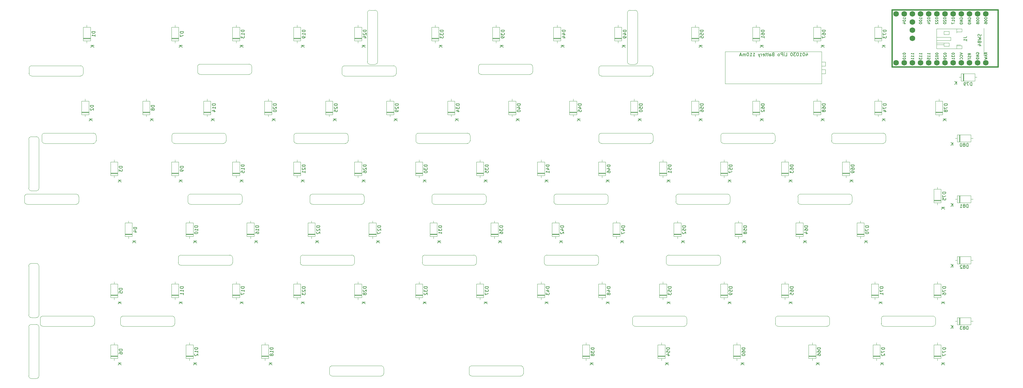
<source format=gbr>
%TF.GenerationSoftware,KiCad,Pcbnew,8.0.3*%
%TF.CreationDate,2024-08-10T17:19:27+02:00*%
%TF.ProjectId,AC-K1-v1,41432d4b-312d-4763-912e-6b696361645f,rev?*%
%TF.SameCoordinates,Original*%
%TF.FileFunction,Legend,Bot*%
%TF.FilePolarity,Positive*%
%FSLAX46Y46*%
G04 Gerber Fmt 4.6, Leading zero omitted, Abs format (unit mm)*
G04 Created by KiCad (PCBNEW 8.0.3) date 2024-08-10 17:19:27*
%MOMM*%
%LPD*%
G01*
G04 APERTURE LIST*
%ADD10C,0.150000*%
%ADD11C,0.381000*%
%ADD12C,0.120000*%
%ADD13C,0.100000*%
%ADD14C,1.752600*%
G04 APERTURE END LIST*
D10*
X360100390Y-83809476D02*
X360062295Y-83733286D01*
X360062295Y-83733286D02*
X360062295Y-83619000D01*
X360062295Y-83619000D02*
X360100390Y-83504714D01*
X360100390Y-83504714D02*
X360176580Y-83428524D01*
X360176580Y-83428524D02*
X360252771Y-83390429D01*
X360252771Y-83390429D02*
X360405152Y-83352333D01*
X360405152Y-83352333D02*
X360519438Y-83352333D01*
X360519438Y-83352333D02*
X360671819Y-83390429D01*
X360671819Y-83390429D02*
X360748009Y-83428524D01*
X360748009Y-83428524D02*
X360824200Y-83504714D01*
X360824200Y-83504714D02*
X360862295Y-83619000D01*
X360862295Y-83619000D02*
X360862295Y-83695191D01*
X360862295Y-83695191D02*
X360824200Y-83809476D01*
X360824200Y-83809476D02*
X360786104Y-83847572D01*
X360786104Y-83847572D02*
X360519438Y-83847572D01*
X360519438Y-83847572D02*
X360519438Y-83695191D01*
X360862295Y-84190429D02*
X360062295Y-84190429D01*
X360062295Y-84190429D02*
X360862295Y-84647572D01*
X360862295Y-84647572D02*
X360062295Y-84647572D01*
X360862295Y-85028524D02*
X360062295Y-85028524D01*
X360062295Y-85028524D02*
X360062295Y-85219000D01*
X360062295Y-85219000D02*
X360100390Y-85333286D01*
X360100390Y-85333286D02*
X360176580Y-85409476D01*
X360176580Y-85409476D02*
X360252771Y-85447571D01*
X360252771Y-85447571D02*
X360405152Y-85485667D01*
X360405152Y-85485667D02*
X360519438Y-85485667D01*
X360519438Y-85485667D02*
X360671819Y-85447571D01*
X360671819Y-85447571D02*
X360748009Y-85409476D01*
X360748009Y-85409476D02*
X360824200Y-85333286D01*
X360824200Y-85333286D02*
X360862295Y-85219000D01*
X360862295Y-85219000D02*
X360862295Y-85028524D01*
X357560390Y-83809476D02*
X357522295Y-83733286D01*
X357522295Y-83733286D02*
X357522295Y-83619000D01*
X357522295Y-83619000D02*
X357560390Y-83504714D01*
X357560390Y-83504714D02*
X357636580Y-83428524D01*
X357636580Y-83428524D02*
X357712771Y-83390429D01*
X357712771Y-83390429D02*
X357865152Y-83352333D01*
X357865152Y-83352333D02*
X357979438Y-83352333D01*
X357979438Y-83352333D02*
X358131819Y-83390429D01*
X358131819Y-83390429D02*
X358208009Y-83428524D01*
X358208009Y-83428524D02*
X358284200Y-83504714D01*
X358284200Y-83504714D02*
X358322295Y-83619000D01*
X358322295Y-83619000D02*
X358322295Y-83695191D01*
X358322295Y-83695191D02*
X358284200Y-83809476D01*
X358284200Y-83809476D02*
X358246104Y-83847572D01*
X358246104Y-83847572D02*
X357979438Y-83847572D01*
X357979438Y-83847572D02*
X357979438Y-83695191D01*
X358322295Y-84190429D02*
X357522295Y-84190429D01*
X357522295Y-84190429D02*
X358322295Y-84647572D01*
X358322295Y-84647572D02*
X357522295Y-84647572D01*
X358322295Y-85028524D02*
X357522295Y-85028524D01*
X357522295Y-85028524D02*
X357522295Y-85219000D01*
X357522295Y-85219000D02*
X357560390Y-85333286D01*
X357560390Y-85333286D02*
X357636580Y-85409476D01*
X357636580Y-85409476D02*
X357712771Y-85447571D01*
X357712771Y-85447571D02*
X357865152Y-85485667D01*
X357865152Y-85485667D02*
X357979438Y-85485667D01*
X357979438Y-85485667D02*
X358131819Y-85447571D01*
X358131819Y-85447571D02*
X358208009Y-85409476D01*
X358208009Y-85409476D02*
X358284200Y-85333286D01*
X358284200Y-85333286D02*
X358322295Y-85219000D01*
X358322295Y-85219000D02*
X358322295Y-85028524D01*
X365942295Y-94801334D02*
X365561342Y-94534667D01*
X365942295Y-94344191D02*
X365142295Y-94344191D01*
X365142295Y-94344191D02*
X365142295Y-94648953D01*
X365142295Y-94648953D02*
X365180390Y-94725143D01*
X365180390Y-94725143D02*
X365218485Y-94763238D01*
X365218485Y-94763238D02*
X365294676Y-94801334D01*
X365294676Y-94801334D02*
X365408961Y-94801334D01*
X365408961Y-94801334D02*
X365485152Y-94763238D01*
X365485152Y-94763238D02*
X365523247Y-94725143D01*
X365523247Y-94725143D02*
X365561342Y-94648953D01*
X365561342Y-94648953D02*
X365561342Y-94344191D01*
X365713723Y-95106095D02*
X365713723Y-95487048D01*
X365942295Y-95029905D02*
X365142295Y-95296572D01*
X365142295Y-95296572D02*
X365942295Y-95563238D01*
X365142295Y-95753714D02*
X365942295Y-95944190D01*
X365942295Y-95944190D02*
X365370866Y-96096571D01*
X365370866Y-96096571D02*
X365942295Y-96248952D01*
X365942295Y-96248952D02*
X365142295Y-96439429D01*
X339742295Y-94617191D02*
X339742295Y-94693381D01*
X339742295Y-94693381D02*
X339780390Y-94769572D01*
X339780390Y-94769572D02*
X339818485Y-94807667D01*
X339818485Y-94807667D02*
X339894676Y-94845762D01*
X339894676Y-94845762D02*
X340047057Y-94883857D01*
X340047057Y-94883857D02*
X340237533Y-94883857D01*
X340237533Y-94883857D02*
X340389914Y-94845762D01*
X340389914Y-94845762D02*
X340466104Y-94807667D01*
X340466104Y-94807667D02*
X340504200Y-94769572D01*
X340504200Y-94769572D02*
X340542295Y-94693381D01*
X340542295Y-94693381D02*
X340542295Y-94617191D01*
X340542295Y-94617191D02*
X340504200Y-94541000D01*
X340504200Y-94541000D02*
X340466104Y-94502905D01*
X340466104Y-94502905D02*
X340389914Y-94464810D01*
X340389914Y-94464810D02*
X340237533Y-94426714D01*
X340237533Y-94426714D02*
X340047057Y-94426714D01*
X340047057Y-94426714D02*
X339894676Y-94464810D01*
X339894676Y-94464810D02*
X339818485Y-94502905D01*
X339818485Y-94502905D02*
X339780390Y-94541000D01*
X339780390Y-94541000D02*
X339742295Y-94617191D01*
X340542295Y-95645762D02*
X340542295Y-95188619D01*
X340542295Y-95417191D02*
X339742295Y-95417191D01*
X339742295Y-95417191D02*
X339856580Y-95341000D01*
X339856580Y-95341000D02*
X339932771Y-95264810D01*
X339932771Y-95264810D02*
X339970866Y-95188619D01*
X339742295Y-96141001D02*
X339742295Y-96217191D01*
X339742295Y-96217191D02*
X339780390Y-96293382D01*
X339780390Y-96293382D02*
X339818485Y-96331477D01*
X339818485Y-96331477D02*
X339894676Y-96369572D01*
X339894676Y-96369572D02*
X340047057Y-96407667D01*
X340047057Y-96407667D02*
X340237533Y-96407667D01*
X340237533Y-96407667D02*
X340389914Y-96369572D01*
X340389914Y-96369572D02*
X340466104Y-96331477D01*
X340466104Y-96331477D02*
X340504200Y-96293382D01*
X340504200Y-96293382D02*
X340542295Y-96217191D01*
X340542295Y-96217191D02*
X340542295Y-96141001D01*
X340542295Y-96141001D02*
X340504200Y-96064810D01*
X340504200Y-96064810D02*
X340466104Y-96026715D01*
X340466104Y-96026715D02*
X340389914Y-95988620D01*
X340389914Y-95988620D02*
X340237533Y-95950524D01*
X340237533Y-95950524D02*
X340047057Y-95950524D01*
X340047057Y-95950524D02*
X339894676Y-95988620D01*
X339894676Y-95988620D02*
X339818485Y-96026715D01*
X339818485Y-96026715D02*
X339780390Y-96064810D01*
X339780390Y-96064810D02*
X339742295Y-96141001D01*
X357522295Y-94350524D02*
X358322295Y-94617191D01*
X358322295Y-94617191D02*
X357522295Y-94883857D01*
X358246104Y-95607667D02*
X358284200Y-95569571D01*
X358284200Y-95569571D02*
X358322295Y-95455286D01*
X358322295Y-95455286D02*
X358322295Y-95379095D01*
X358322295Y-95379095D02*
X358284200Y-95264809D01*
X358284200Y-95264809D02*
X358208009Y-95188619D01*
X358208009Y-95188619D02*
X358131819Y-95150524D01*
X358131819Y-95150524D02*
X357979438Y-95112428D01*
X357979438Y-95112428D02*
X357865152Y-95112428D01*
X357865152Y-95112428D02*
X357712771Y-95150524D01*
X357712771Y-95150524D02*
X357636580Y-95188619D01*
X357636580Y-95188619D02*
X357560390Y-95264809D01*
X357560390Y-95264809D02*
X357522295Y-95379095D01*
X357522295Y-95379095D02*
X357522295Y-95455286D01*
X357522295Y-95455286D02*
X357560390Y-95569571D01*
X357560390Y-95569571D02*
X357598485Y-95607667D01*
X358246104Y-96407667D02*
X358284200Y-96369571D01*
X358284200Y-96369571D02*
X358322295Y-96255286D01*
X358322295Y-96255286D02*
X358322295Y-96179095D01*
X358322295Y-96179095D02*
X358284200Y-96064809D01*
X358284200Y-96064809D02*
X358208009Y-95988619D01*
X358208009Y-95988619D02*
X358131819Y-95950524D01*
X358131819Y-95950524D02*
X357979438Y-95912428D01*
X357979438Y-95912428D02*
X357865152Y-95912428D01*
X357865152Y-95912428D02*
X357712771Y-95950524D01*
X357712771Y-95950524D02*
X357636580Y-95988619D01*
X357636580Y-95988619D02*
X357560390Y-96064809D01*
X357560390Y-96064809D02*
X357522295Y-96179095D01*
X357522295Y-96179095D02*
X357522295Y-96255286D01*
X357522295Y-96255286D02*
X357560390Y-96369571D01*
X357560390Y-96369571D02*
X357598485Y-96407667D01*
X365142295Y-83542810D02*
X365142295Y-83619000D01*
X365142295Y-83619000D02*
X365180390Y-83695191D01*
X365180390Y-83695191D02*
X365218485Y-83733286D01*
X365218485Y-83733286D02*
X365294676Y-83771381D01*
X365294676Y-83771381D02*
X365447057Y-83809476D01*
X365447057Y-83809476D02*
X365637533Y-83809476D01*
X365637533Y-83809476D02*
X365789914Y-83771381D01*
X365789914Y-83771381D02*
X365866104Y-83733286D01*
X365866104Y-83733286D02*
X365904200Y-83695191D01*
X365904200Y-83695191D02*
X365942295Y-83619000D01*
X365942295Y-83619000D02*
X365942295Y-83542810D01*
X365942295Y-83542810D02*
X365904200Y-83466619D01*
X365904200Y-83466619D02*
X365866104Y-83428524D01*
X365866104Y-83428524D02*
X365789914Y-83390429D01*
X365789914Y-83390429D02*
X365637533Y-83352333D01*
X365637533Y-83352333D02*
X365447057Y-83352333D01*
X365447057Y-83352333D02*
X365294676Y-83390429D01*
X365294676Y-83390429D02*
X365218485Y-83428524D01*
X365218485Y-83428524D02*
X365180390Y-83466619D01*
X365180390Y-83466619D02*
X365142295Y-83542810D01*
X365142295Y-84304715D02*
X365142295Y-84380905D01*
X365142295Y-84380905D02*
X365180390Y-84457096D01*
X365180390Y-84457096D02*
X365218485Y-84495191D01*
X365218485Y-84495191D02*
X365294676Y-84533286D01*
X365294676Y-84533286D02*
X365447057Y-84571381D01*
X365447057Y-84571381D02*
X365637533Y-84571381D01*
X365637533Y-84571381D02*
X365789914Y-84533286D01*
X365789914Y-84533286D02*
X365866104Y-84495191D01*
X365866104Y-84495191D02*
X365904200Y-84457096D01*
X365904200Y-84457096D02*
X365942295Y-84380905D01*
X365942295Y-84380905D02*
X365942295Y-84304715D01*
X365942295Y-84304715D02*
X365904200Y-84228524D01*
X365904200Y-84228524D02*
X365866104Y-84190429D01*
X365866104Y-84190429D02*
X365789914Y-84152334D01*
X365789914Y-84152334D02*
X365637533Y-84114238D01*
X365637533Y-84114238D02*
X365447057Y-84114238D01*
X365447057Y-84114238D02*
X365294676Y-84152334D01*
X365294676Y-84152334D02*
X365218485Y-84190429D01*
X365218485Y-84190429D02*
X365180390Y-84228524D01*
X365180390Y-84228524D02*
X365142295Y-84304715D01*
X365142295Y-85257096D02*
X365142295Y-85104715D01*
X365142295Y-85104715D02*
X365180390Y-85028524D01*
X365180390Y-85028524D02*
X365218485Y-84990429D01*
X365218485Y-84990429D02*
X365332771Y-84914239D01*
X365332771Y-84914239D02*
X365485152Y-84876143D01*
X365485152Y-84876143D02*
X365789914Y-84876143D01*
X365789914Y-84876143D02*
X365866104Y-84914239D01*
X365866104Y-84914239D02*
X365904200Y-84952334D01*
X365904200Y-84952334D02*
X365942295Y-85028524D01*
X365942295Y-85028524D02*
X365942295Y-85180905D01*
X365942295Y-85180905D02*
X365904200Y-85257096D01*
X365904200Y-85257096D02*
X365866104Y-85295191D01*
X365866104Y-85295191D02*
X365789914Y-85333286D01*
X365789914Y-85333286D02*
X365599438Y-85333286D01*
X365599438Y-85333286D02*
X365523247Y-85295191D01*
X365523247Y-85295191D02*
X365485152Y-85257096D01*
X365485152Y-85257096D02*
X365447057Y-85180905D01*
X365447057Y-85180905D02*
X365447057Y-85028524D01*
X365447057Y-85028524D02*
X365485152Y-84952334D01*
X365485152Y-84952334D02*
X365523247Y-84914239D01*
X365523247Y-84914239D02*
X365599438Y-84876143D01*
X362672295Y-83542810D02*
X362672295Y-83619000D01*
X362672295Y-83619000D02*
X362710390Y-83695191D01*
X362710390Y-83695191D02*
X362748485Y-83733286D01*
X362748485Y-83733286D02*
X362824676Y-83771381D01*
X362824676Y-83771381D02*
X362977057Y-83809476D01*
X362977057Y-83809476D02*
X363167533Y-83809476D01*
X363167533Y-83809476D02*
X363319914Y-83771381D01*
X363319914Y-83771381D02*
X363396104Y-83733286D01*
X363396104Y-83733286D02*
X363434200Y-83695191D01*
X363434200Y-83695191D02*
X363472295Y-83619000D01*
X363472295Y-83619000D02*
X363472295Y-83542810D01*
X363472295Y-83542810D02*
X363434200Y-83466619D01*
X363434200Y-83466619D02*
X363396104Y-83428524D01*
X363396104Y-83428524D02*
X363319914Y-83390429D01*
X363319914Y-83390429D02*
X363167533Y-83352333D01*
X363167533Y-83352333D02*
X362977057Y-83352333D01*
X362977057Y-83352333D02*
X362824676Y-83390429D01*
X362824676Y-83390429D02*
X362748485Y-83428524D01*
X362748485Y-83428524D02*
X362710390Y-83466619D01*
X362710390Y-83466619D02*
X362672295Y-83542810D01*
X362672295Y-84304715D02*
X362672295Y-84380905D01*
X362672295Y-84380905D02*
X362710390Y-84457096D01*
X362710390Y-84457096D02*
X362748485Y-84495191D01*
X362748485Y-84495191D02*
X362824676Y-84533286D01*
X362824676Y-84533286D02*
X362977057Y-84571381D01*
X362977057Y-84571381D02*
X363167533Y-84571381D01*
X363167533Y-84571381D02*
X363319914Y-84533286D01*
X363319914Y-84533286D02*
X363396104Y-84495191D01*
X363396104Y-84495191D02*
X363434200Y-84457096D01*
X363434200Y-84457096D02*
X363472295Y-84380905D01*
X363472295Y-84380905D02*
X363472295Y-84304715D01*
X363472295Y-84304715D02*
X363434200Y-84228524D01*
X363434200Y-84228524D02*
X363396104Y-84190429D01*
X363396104Y-84190429D02*
X363319914Y-84152334D01*
X363319914Y-84152334D02*
X363167533Y-84114238D01*
X363167533Y-84114238D02*
X362977057Y-84114238D01*
X362977057Y-84114238D02*
X362824676Y-84152334D01*
X362824676Y-84152334D02*
X362748485Y-84190429D01*
X362748485Y-84190429D02*
X362710390Y-84228524D01*
X362710390Y-84228524D02*
X362672295Y-84304715D01*
X363015152Y-85028524D02*
X362977057Y-84952334D01*
X362977057Y-84952334D02*
X362938961Y-84914239D01*
X362938961Y-84914239D02*
X362862771Y-84876143D01*
X362862771Y-84876143D02*
X362824676Y-84876143D01*
X362824676Y-84876143D02*
X362748485Y-84914239D01*
X362748485Y-84914239D02*
X362710390Y-84952334D01*
X362710390Y-84952334D02*
X362672295Y-85028524D01*
X362672295Y-85028524D02*
X362672295Y-85180905D01*
X362672295Y-85180905D02*
X362710390Y-85257096D01*
X362710390Y-85257096D02*
X362748485Y-85295191D01*
X362748485Y-85295191D02*
X362824676Y-85333286D01*
X362824676Y-85333286D02*
X362862771Y-85333286D01*
X362862771Y-85333286D02*
X362938961Y-85295191D01*
X362938961Y-85295191D02*
X362977057Y-85257096D01*
X362977057Y-85257096D02*
X363015152Y-85180905D01*
X363015152Y-85180905D02*
X363015152Y-85028524D01*
X363015152Y-85028524D02*
X363053247Y-84952334D01*
X363053247Y-84952334D02*
X363091342Y-84914239D01*
X363091342Y-84914239D02*
X363167533Y-84876143D01*
X363167533Y-84876143D02*
X363319914Y-84876143D01*
X363319914Y-84876143D02*
X363396104Y-84914239D01*
X363396104Y-84914239D02*
X363434200Y-84952334D01*
X363434200Y-84952334D02*
X363472295Y-85028524D01*
X363472295Y-85028524D02*
X363472295Y-85180905D01*
X363472295Y-85180905D02*
X363434200Y-85257096D01*
X363434200Y-85257096D02*
X363396104Y-85295191D01*
X363396104Y-85295191D02*
X363319914Y-85333286D01*
X363319914Y-85333286D02*
X363167533Y-85333286D01*
X363167533Y-85333286D02*
X363091342Y-85295191D01*
X363091342Y-85295191D02*
X363053247Y-85257096D01*
X363053247Y-85257096D02*
X363015152Y-85180905D01*
X352372295Y-83542810D02*
X352372295Y-83619000D01*
X352372295Y-83619000D02*
X352410390Y-83695191D01*
X352410390Y-83695191D02*
X352448485Y-83733286D01*
X352448485Y-83733286D02*
X352524676Y-83771381D01*
X352524676Y-83771381D02*
X352677057Y-83809476D01*
X352677057Y-83809476D02*
X352867533Y-83809476D01*
X352867533Y-83809476D02*
X353019914Y-83771381D01*
X353019914Y-83771381D02*
X353096104Y-83733286D01*
X353096104Y-83733286D02*
X353134200Y-83695191D01*
X353134200Y-83695191D02*
X353172295Y-83619000D01*
X353172295Y-83619000D02*
X353172295Y-83542810D01*
X353172295Y-83542810D02*
X353134200Y-83466619D01*
X353134200Y-83466619D02*
X353096104Y-83428524D01*
X353096104Y-83428524D02*
X353019914Y-83390429D01*
X353019914Y-83390429D02*
X352867533Y-83352333D01*
X352867533Y-83352333D02*
X352677057Y-83352333D01*
X352677057Y-83352333D02*
X352524676Y-83390429D01*
X352524676Y-83390429D02*
X352448485Y-83428524D01*
X352448485Y-83428524D02*
X352410390Y-83466619D01*
X352410390Y-83466619D02*
X352372295Y-83542810D01*
X352448485Y-84114238D02*
X352410390Y-84152334D01*
X352410390Y-84152334D02*
X352372295Y-84228524D01*
X352372295Y-84228524D02*
X352372295Y-84419000D01*
X352372295Y-84419000D02*
X352410390Y-84495191D01*
X352410390Y-84495191D02*
X352448485Y-84533286D01*
X352448485Y-84533286D02*
X352524676Y-84571381D01*
X352524676Y-84571381D02*
X352600866Y-84571381D01*
X352600866Y-84571381D02*
X352715152Y-84533286D01*
X352715152Y-84533286D02*
X353172295Y-84076143D01*
X353172295Y-84076143D02*
X353172295Y-84571381D01*
X352372295Y-85066620D02*
X352372295Y-85142810D01*
X352372295Y-85142810D02*
X352410390Y-85219001D01*
X352410390Y-85219001D02*
X352448485Y-85257096D01*
X352448485Y-85257096D02*
X352524676Y-85295191D01*
X352524676Y-85295191D02*
X352677057Y-85333286D01*
X352677057Y-85333286D02*
X352867533Y-85333286D01*
X352867533Y-85333286D02*
X353019914Y-85295191D01*
X353019914Y-85295191D02*
X353096104Y-85257096D01*
X353096104Y-85257096D02*
X353134200Y-85219001D01*
X353134200Y-85219001D02*
X353172295Y-85142810D01*
X353172295Y-85142810D02*
X353172295Y-85066620D01*
X353172295Y-85066620D02*
X353134200Y-84990429D01*
X353134200Y-84990429D02*
X353096104Y-84952334D01*
X353096104Y-84952334D02*
X353019914Y-84914239D01*
X353019914Y-84914239D02*
X352867533Y-84876143D01*
X352867533Y-84876143D02*
X352677057Y-84876143D01*
X352677057Y-84876143D02*
X352524676Y-84914239D01*
X352524676Y-84914239D02*
X352448485Y-84952334D01*
X352448485Y-84952334D02*
X352410390Y-84990429D01*
X352410390Y-84990429D02*
X352372295Y-85066620D01*
X354982295Y-83542810D02*
X354982295Y-83619000D01*
X354982295Y-83619000D02*
X355020390Y-83695191D01*
X355020390Y-83695191D02*
X355058485Y-83733286D01*
X355058485Y-83733286D02*
X355134676Y-83771381D01*
X355134676Y-83771381D02*
X355287057Y-83809476D01*
X355287057Y-83809476D02*
X355477533Y-83809476D01*
X355477533Y-83809476D02*
X355629914Y-83771381D01*
X355629914Y-83771381D02*
X355706104Y-83733286D01*
X355706104Y-83733286D02*
X355744200Y-83695191D01*
X355744200Y-83695191D02*
X355782295Y-83619000D01*
X355782295Y-83619000D02*
X355782295Y-83542810D01*
X355782295Y-83542810D02*
X355744200Y-83466619D01*
X355744200Y-83466619D02*
X355706104Y-83428524D01*
X355706104Y-83428524D02*
X355629914Y-83390429D01*
X355629914Y-83390429D02*
X355477533Y-83352333D01*
X355477533Y-83352333D02*
X355287057Y-83352333D01*
X355287057Y-83352333D02*
X355134676Y-83390429D01*
X355134676Y-83390429D02*
X355058485Y-83428524D01*
X355058485Y-83428524D02*
X355020390Y-83466619D01*
X355020390Y-83466619D02*
X354982295Y-83542810D01*
X355782295Y-84571381D02*
X355782295Y-84114238D01*
X355782295Y-84342810D02*
X354982295Y-84342810D01*
X354982295Y-84342810D02*
X355096580Y-84266619D01*
X355096580Y-84266619D02*
X355172771Y-84190429D01*
X355172771Y-84190429D02*
X355210866Y-84114238D01*
X354982295Y-84838048D02*
X354982295Y-85371382D01*
X354982295Y-85371382D02*
X355782295Y-85028524D01*
X349872295Y-83542810D02*
X349872295Y-83619000D01*
X349872295Y-83619000D02*
X349910390Y-83695191D01*
X349910390Y-83695191D02*
X349948485Y-83733286D01*
X349948485Y-83733286D02*
X350024676Y-83771381D01*
X350024676Y-83771381D02*
X350177057Y-83809476D01*
X350177057Y-83809476D02*
X350367533Y-83809476D01*
X350367533Y-83809476D02*
X350519914Y-83771381D01*
X350519914Y-83771381D02*
X350596104Y-83733286D01*
X350596104Y-83733286D02*
X350634200Y-83695191D01*
X350634200Y-83695191D02*
X350672295Y-83619000D01*
X350672295Y-83619000D02*
X350672295Y-83542810D01*
X350672295Y-83542810D02*
X350634200Y-83466619D01*
X350634200Y-83466619D02*
X350596104Y-83428524D01*
X350596104Y-83428524D02*
X350519914Y-83390429D01*
X350519914Y-83390429D02*
X350367533Y-83352333D01*
X350367533Y-83352333D02*
X350177057Y-83352333D01*
X350177057Y-83352333D02*
X350024676Y-83390429D01*
X350024676Y-83390429D02*
X349948485Y-83428524D01*
X349948485Y-83428524D02*
X349910390Y-83466619D01*
X349910390Y-83466619D02*
X349872295Y-83542810D01*
X349948485Y-84114238D02*
X349910390Y-84152334D01*
X349910390Y-84152334D02*
X349872295Y-84228524D01*
X349872295Y-84228524D02*
X349872295Y-84419000D01*
X349872295Y-84419000D02*
X349910390Y-84495191D01*
X349910390Y-84495191D02*
X349948485Y-84533286D01*
X349948485Y-84533286D02*
X350024676Y-84571381D01*
X350024676Y-84571381D02*
X350100866Y-84571381D01*
X350100866Y-84571381D02*
X350215152Y-84533286D01*
X350215152Y-84533286D02*
X350672295Y-84076143D01*
X350672295Y-84076143D02*
X350672295Y-84571381D01*
X349948485Y-84876143D02*
X349910390Y-84914239D01*
X349910390Y-84914239D02*
X349872295Y-84990429D01*
X349872295Y-84990429D02*
X349872295Y-85180905D01*
X349872295Y-85180905D02*
X349910390Y-85257096D01*
X349910390Y-85257096D02*
X349948485Y-85295191D01*
X349948485Y-85295191D02*
X350024676Y-85333286D01*
X350024676Y-85333286D02*
X350100866Y-85333286D01*
X350100866Y-85333286D02*
X350215152Y-85295191D01*
X350215152Y-85295191D02*
X350672295Y-84838048D01*
X350672295Y-84838048D02*
X350672295Y-85333286D01*
X345622295Y-83809476D02*
X345622295Y-83352333D01*
X345622295Y-83580905D02*
X344822295Y-83580905D01*
X344822295Y-83580905D02*
X344936580Y-83504714D01*
X344936580Y-83504714D02*
X345012771Y-83428524D01*
X345012771Y-83428524D02*
X345050866Y-83352333D01*
X344822295Y-84304715D02*
X344822295Y-84380905D01*
X344822295Y-84380905D02*
X344860390Y-84457096D01*
X344860390Y-84457096D02*
X344898485Y-84495191D01*
X344898485Y-84495191D02*
X344974676Y-84533286D01*
X344974676Y-84533286D02*
X345127057Y-84571381D01*
X345127057Y-84571381D02*
X345317533Y-84571381D01*
X345317533Y-84571381D02*
X345469914Y-84533286D01*
X345469914Y-84533286D02*
X345546104Y-84495191D01*
X345546104Y-84495191D02*
X345584200Y-84457096D01*
X345584200Y-84457096D02*
X345622295Y-84380905D01*
X345622295Y-84380905D02*
X345622295Y-84304715D01*
X345622295Y-84304715D02*
X345584200Y-84228524D01*
X345584200Y-84228524D02*
X345546104Y-84190429D01*
X345546104Y-84190429D02*
X345469914Y-84152334D01*
X345469914Y-84152334D02*
X345317533Y-84114238D01*
X345317533Y-84114238D02*
X345127057Y-84114238D01*
X345127057Y-84114238D02*
X344974676Y-84152334D01*
X344974676Y-84152334D02*
X344898485Y-84190429D01*
X344898485Y-84190429D02*
X344860390Y-84228524D01*
X344860390Y-84228524D02*
X344822295Y-84304715D01*
X344822295Y-85066620D02*
X344822295Y-85142810D01*
X344822295Y-85142810D02*
X344860390Y-85219001D01*
X344860390Y-85219001D02*
X344898485Y-85257096D01*
X344898485Y-85257096D02*
X344974676Y-85295191D01*
X344974676Y-85295191D02*
X345127057Y-85333286D01*
X345127057Y-85333286D02*
X345317533Y-85333286D01*
X345317533Y-85333286D02*
X345469914Y-85295191D01*
X345469914Y-85295191D02*
X345546104Y-85257096D01*
X345546104Y-85257096D02*
X345584200Y-85219001D01*
X345584200Y-85219001D02*
X345622295Y-85142810D01*
X345622295Y-85142810D02*
X345622295Y-85066620D01*
X345622295Y-85066620D02*
X345584200Y-84990429D01*
X345584200Y-84990429D02*
X345546104Y-84952334D01*
X345546104Y-84952334D02*
X345469914Y-84914239D01*
X345469914Y-84914239D02*
X345317533Y-84876143D01*
X345317533Y-84876143D02*
X345127057Y-84876143D01*
X345127057Y-84876143D02*
X344974676Y-84914239D01*
X344974676Y-84914239D02*
X344898485Y-84952334D01*
X344898485Y-84952334D02*
X344860390Y-84990429D01*
X344860390Y-84990429D02*
X344822295Y-85066620D01*
X362640390Y-94725143D02*
X362602295Y-94648953D01*
X362602295Y-94648953D02*
X362602295Y-94534667D01*
X362602295Y-94534667D02*
X362640390Y-94420381D01*
X362640390Y-94420381D02*
X362716580Y-94344191D01*
X362716580Y-94344191D02*
X362792771Y-94306096D01*
X362792771Y-94306096D02*
X362945152Y-94268000D01*
X362945152Y-94268000D02*
X363059438Y-94268000D01*
X363059438Y-94268000D02*
X363211819Y-94306096D01*
X363211819Y-94306096D02*
X363288009Y-94344191D01*
X363288009Y-94344191D02*
X363364200Y-94420381D01*
X363364200Y-94420381D02*
X363402295Y-94534667D01*
X363402295Y-94534667D02*
X363402295Y-94610858D01*
X363402295Y-94610858D02*
X363364200Y-94725143D01*
X363364200Y-94725143D02*
X363326104Y-94763239D01*
X363326104Y-94763239D02*
X363059438Y-94763239D01*
X363059438Y-94763239D02*
X363059438Y-94610858D01*
X363402295Y-95106096D02*
X362602295Y-95106096D01*
X362602295Y-95106096D02*
X363402295Y-95563239D01*
X363402295Y-95563239D02*
X362602295Y-95563239D01*
X363402295Y-95944191D02*
X362602295Y-95944191D01*
X362602295Y-95944191D02*
X362602295Y-96134667D01*
X362602295Y-96134667D02*
X362640390Y-96248953D01*
X362640390Y-96248953D02*
X362716580Y-96325143D01*
X362716580Y-96325143D02*
X362792771Y-96363238D01*
X362792771Y-96363238D02*
X362945152Y-96401334D01*
X362945152Y-96401334D02*
X363059438Y-96401334D01*
X363059438Y-96401334D02*
X363211819Y-96363238D01*
X363211819Y-96363238D02*
X363288009Y-96325143D01*
X363288009Y-96325143D02*
X363364200Y-96248953D01*
X363364200Y-96248953D02*
X363402295Y-96134667D01*
X363402295Y-96134667D02*
X363402295Y-95944191D01*
X343082295Y-94883857D02*
X343082295Y-94426714D01*
X343082295Y-94655286D02*
X342282295Y-94655286D01*
X342282295Y-94655286D02*
X342396580Y-94579095D01*
X342396580Y-94579095D02*
X342472771Y-94502905D01*
X342472771Y-94502905D02*
X342510866Y-94426714D01*
X343082295Y-95645762D02*
X343082295Y-95188619D01*
X343082295Y-95417191D02*
X342282295Y-95417191D01*
X342282295Y-95417191D02*
X342396580Y-95341000D01*
X342396580Y-95341000D02*
X342472771Y-95264810D01*
X342472771Y-95264810D02*
X342510866Y-95188619D01*
X343082295Y-96407667D02*
X343082295Y-95950524D01*
X343082295Y-96179096D02*
X342282295Y-96179096D01*
X342282295Y-96179096D02*
X342396580Y-96102905D01*
X342396580Y-96102905D02*
X342472771Y-96026715D01*
X342472771Y-96026715D02*
X342510866Y-95950524D01*
X352442295Y-94617191D02*
X352442295Y-94693381D01*
X352442295Y-94693381D02*
X352480390Y-94769572D01*
X352480390Y-94769572D02*
X352518485Y-94807667D01*
X352518485Y-94807667D02*
X352594676Y-94845762D01*
X352594676Y-94845762D02*
X352747057Y-94883857D01*
X352747057Y-94883857D02*
X352937533Y-94883857D01*
X352937533Y-94883857D02*
X353089914Y-94845762D01*
X353089914Y-94845762D02*
X353166104Y-94807667D01*
X353166104Y-94807667D02*
X353204200Y-94769572D01*
X353204200Y-94769572D02*
X353242295Y-94693381D01*
X353242295Y-94693381D02*
X353242295Y-94617191D01*
X353242295Y-94617191D02*
X353204200Y-94541000D01*
X353204200Y-94541000D02*
X353166104Y-94502905D01*
X353166104Y-94502905D02*
X353089914Y-94464810D01*
X353089914Y-94464810D02*
X352937533Y-94426714D01*
X352937533Y-94426714D02*
X352747057Y-94426714D01*
X352747057Y-94426714D02*
X352594676Y-94464810D01*
X352594676Y-94464810D02*
X352518485Y-94502905D01*
X352518485Y-94502905D02*
X352480390Y-94541000D01*
X352480390Y-94541000D02*
X352442295Y-94617191D01*
X352518485Y-95188619D02*
X352480390Y-95226715D01*
X352480390Y-95226715D02*
X352442295Y-95302905D01*
X352442295Y-95302905D02*
X352442295Y-95493381D01*
X352442295Y-95493381D02*
X352480390Y-95569572D01*
X352480390Y-95569572D02*
X352518485Y-95607667D01*
X352518485Y-95607667D02*
X352594676Y-95645762D01*
X352594676Y-95645762D02*
X352670866Y-95645762D01*
X352670866Y-95645762D02*
X352785152Y-95607667D01*
X352785152Y-95607667D02*
X353242295Y-95150524D01*
X353242295Y-95150524D02*
X353242295Y-95645762D01*
X353242295Y-96026715D02*
X353242295Y-96179096D01*
X353242295Y-96179096D02*
X353204200Y-96255286D01*
X353204200Y-96255286D02*
X353166104Y-96293382D01*
X353166104Y-96293382D02*
X353051819Y-96369572D01*
X353051819Y-96369572D02*
X352899438Y-96407667D01*
X352899438Y-96407667D02*
X352594676Y-96407667D01*
X352594676Y-96407667D02*
X352518485Y-96369572D01*
X352518485Y-96369572D02*
X352480390Y-96331477D01*
X352480390Y-96331477D02*
X352442295Y-96255286D01*
X352442295Y-96255286D02*
X352442295Y-96102905D01*
X352442295Y-96102905D02*
X352480390Y-96026715D01*
X352480390Y-96026715D02*
X352518485Y-95988620D01*
X352518485Y-95988620D02*
X352594676Y-95950524D01*
X352594676Y-95950524D02*
X352785152Y-95950524D01*
X352785152Y-95950524D02*
X352861342Y-95988620D01*
X352861342Y-95988620D02*
X352899438Y-96026715D01*
X352899438Y-96026715D02*
X352937533Y-96102905D01*
X352937533Y-96102905D02*
X352937533Y-96255286D01*
X352937533Y-96255286D02*
X352899438Y-96331477D01*
X352899438Y-96331477D02*
X352861342Y-96369572D01*
X352861342Y-96369572D02*
X352785152Y-96407667D01*
X360862295Y-95029905D02*
X360481342Y-94763238D01*
X360862295Y-94572762D02*
X360062295Y-94572762D01*
X360062295Y-94572762D02*
X360062295Y-94877524D01*
X360062295Y-94877524D02*
X360100390Y-94953714D01*
X360100390Y-94953714D02*
X360138485Y-94991809D01*
X360138485Y-94991809D02*
X360214676Y-95029905D01*
X360214676Y-95029905D02*
X360328961Y-95029905D01*
X360328961Y-95029905D02*
X360405152Y-94991809D01*
X360405152Y-94991809D02*
X360443247Y-94953714D01*
X360443247Y-94953714D02*
X360481342Y-94877524D01*
X360481342Y-94877524D02*
X360481342Y-94572762D01*
X360824200Y-95334666D02*
X360862295Y-95448952D01*
X360862295Y-95448952D02*
X360862295Y-95639428D01*
X360862295Y-95639428D02*
X360824200Y-95715619D01*
X360824200Y-95715619D02*
X360786104Y-95753714D01*
X360786104Y-95753714D02*
X360709914Y-95791809D01*
X360709914Y-95791809D02*
X360633723Y-95791809D01*
X360633723Y-95791809D02*
X360557533Y-95753714D01*
X360557533Y-95753714D02*
X360519438Y-95715619D01*
X360519438Y-95715619D02*
X360481342Y-95639428D01*
X360481342Y-95639428D02*
X360443247Y-95487047D01*
X360443247Y-95487047D02*
X360405152Y-95410857D01*
X360405152Y-95410857D02*
X360367057Y-95372762D01*
X360367057Y-95372762D02*
X360290866Y-95334666D01*
X360290866Y-95334666D02*
X360214676Y-95334666D01*
X360214676Y-95334666D02*
X360138485Y-95372762D01*
X360138485Y-95372762D02*
X360100390Y-95410857D01*
X360100390Y-95410857D02*
X360062295Y-95487047D01*
X360062295Y-95487047D02*
X360062295Y-95677524D01*
X360062295Y-95677524D02*
X360100390Y-95791809D01*
X360062295Y-96020381D02*
X360062295Y-96477524D01*
X360862295Y-96248952D02*
X360062295Y-96248952D01*
X345622295Y-94883857D02*
X345622295Y-94426714D01*
X345622295Y-94655286D02*
X344822295Y-94655286D01*
X344822295Y-94655286D02*
X344936580Y-94579095D01*
X344936580Y-94579095D02*
X345012771Y-94502905D01*
X345012771Y-94502905D02*
X345050866Y-94426714D01*
X345622295Y-95645762D02*
X345622295Y-95188619D01*
X345622295Y-95417191D02*
X344822295Y-95417191D01*
X344822295Y-95417191D02*
X344936580Y-95341000D01*
X344936580Y-95341000D02*
X345012771Y-95264810D01*
X345012771Y-95264810D02*
X345050866Y-95188619D01*
X344822295Y-95912429D02*
X344822295Y-96407667D01*
X344822295Y-96407667D02*
X345127057Y-96141001D01*
X345127057Y-96141001D02*
X345127057Y-96255286D01*
X345127057Y-96255286D02*
X345165152Y-96331477D01*
X345165152Y-96331477D02*
X345203247Y-96369572D01*
X345203247Y-96369572D02*
X345279438Y-96407667D01*
X345279438Y-96407667D02*
X345469914Y-96407667D01*
X345469914Y-96407667D02*
X345546104Y-96369572D01*
X345546104Y-96369572D02*
X345584200Y-96331477D01*
X345584200Y-96331477D02*
X345622295Y-96255286D01*
X345622295Y-96255286D02*
X345622295Y-96026715D01*
X345622295Y-96026715D02*
X345584200Y-95950524D01*
X345584200Y-95950524D02*
X345546104Y-95912429D01*
X354982295Y-94617191D02*
X354982295Y-94693381D01*
X354982295Y-94693381D02*
X355020390Y-94769572D01*
X355020390Y-94769572D02*
X355058485Y-94807667D01*
X355058485Y-94807667D02*
X355134676Y-94845762D01*
X355134676Y-94845762D02*
X355287057Y-94883857D01*
X355287057Y-94883857D02*
X355477533Y-94883857D01*
X355477533Y-94883857D02*
X355629914Y-94845762D01*
X355629914Y-94845762D02*
X355706104Y-94807667D01*
X355706104Y-94807667D02*
X355744200Y-94769572D01*
X355744200Y-94769572D02*
X355782295Y-94693381D01*
X355782295Y-94693381D02*
X355782295Y-94617191D01*
X355782295Y-94617191D02*
X355744200Y-94541000D01*
X355744200Y-94541000D02*
X355706104Y-94502905D01*
X355706104Y-94502905D02*
X355629914Y-94464810D01*
X355629914Y-94464810D02*
X355477533Y-94426714D01*
X355477533Y-94426714D02*
X355287057Y-94426714D01*
X355287057Y-94426714D02*
X355134676Y-94464810D01*
X355134676Y-94464810D02*
X355058485Y-94502905D01*
X355058485Y-94502905D02*
X355020390Y-94541000D01*
X355020390Y-94541000D02*
X354982295Y-94617191D01*
X354982295Y-95150524D02*
X354982295Y-95645762D01*
X354982295Y-95645762D02*
X355287057Y-95379096D01*
X355287057Y-95379096D02*
X355287057Y-95493381D01*
X355287057Y-95493381D02*
X355325152Y-95569572D01*
X355325152Y-95569572D02*
X355363247Y-95607667D01*
X355363247Y-95607667D02*
X355439438Y-95645762D01*
X355439438Y-95645762D02*
X355629914Y-95645762D01*
X355629914Y-95645762D02*
X355706104Y-95607667D01*
X355706104Y-95607667D02*
X355744200Y-95569572D01*
X355744200Y-95569572D02*
X355782295Y-95493381D01*
X355782295Y-95493381D02*
X355782295Y-95264810D01*
X355782295Y-95264810D02*
X355744200Y-95188619D01*
X355744200Y-95188619D02*
X355706104Y-95150524D01*
X355782295Y-96407667D02*
X355782295Y-95950524D01*
X355782295Y-96179096D02*
X354982295Y-96179096D01*
X354982295Y-96179096D02*
X355096580Y-96102905D01*
X355096580Y-96102905D02*
X355172771Y-96026715D01*
X355172771Y-96026715D02*
X355210866Y-95950524D01*
X340542295Y-83809476D02*
X340542295Y-83352333D01*
X340542295Y-83580905D02*
X339742295Y-83580905D01*
X339742295Y-83580905D02*
X339856580Y-83504714D01*
X339856580Y-83504714D02*
X339932771Y-83428524D01*
X339932771Y-83428524D02*
X339970866Y-83352333D01*
X339742295Y-84304715D02*
X339742295Y-84380905D01*
X339742295Y-84380905D02*
X339780390Y-84457096D01*
X339780390Y-84457096D02*
X339818485Y-84495191D01*
X339818485Y-84495191D02*
X339894676Y-84533286D01*
X339894676Y-84533286D02*
X340047057Y-84571381D01*
X340047057Y-84571381D02*
X340237533Y-84571381D01*
X340237533Y-84571381D02*
X340389914Y-84533286D01*
X340389914Y-84533286D02*
X340466104Y-84495191D01*
X340466104Y-84495191D02*
X340504200Y-84457096D01*
X340504200Y-84457096D02*
X340542295Y-84380905D01*
X340542295Y-84380905D02*
X340542295Y-84304715D01*
X340542295Y-84304715D02*
X340504200Y-84228524D01*
X340504200Y-84228524D02*
X340466104Y-84190429D01*
X340466104Y-84190429D02*
X340389914Y-84152334D01*
X340389914Y-84152334D02*
X340237533Y-84114238D01*
X340237533Y-84114238D02*
X340047057Y-84114238D01*
X340047057Y-84114238D02*
X339894676Y-84152334D01*
X339894676Y-84152334D02*
X339818485Y-84190429D01*
X339818485Y-84190429D02*
X339780390Y-84228524D01*
X339780390Y-84228524D02*
X339742295Y-84304715D01*
X340008961Y-85257096D02*
X340542295Y-85257096D01*
X339704200Y-85066620D02*
X340275628Y-84876143D01*
X340275628Y-84876143D02*
X340275628Y-85371382D01*
X347372295Y-83542810D02*
X347372295Y-83619000D01*
X347372295Y-83619000D02*
X347410390Y-83695191D01*
X347410390Y-83695191D02*
X347448485Y-83733286D01*
X347448485Y-83733286D02*
X347524676Y-83771381D01*
X347524676Y-83771381D02*
X347677057Y-83809476D01*
X347677057Y-83809476D02*
X347867533Y-83809476D01*
X347867533Y-83809476D02*
X348019914Y-83771381D01*
X348019914Y-83771381D02*
X348096104Y-83733286D01*
X348096104Y-83733286D02*
X348134200Y-83695191D01*
X348134200Y-83695191D02*
X348172295Y-83619000D01*
X348172295Y-83619000D02*
X348172295Y-83542810D01*
X348172295Y-83542810D02*
X348134200Y-83466619D01*
X348134200Y-83466619D02*
X348096104Y-83428524D01*
X348096104Y-83428524D02*
X348019914Y-83390429D01*
X348019914Y-83390429D02*
X347867533Y-83352333D01*
X347867533Y-83352333D02*
X347677057Y-83352333D01*
X347677057Y-83352333D02*
X347524676Y-83390429D01*
X347524676Y-83390429D02*
X347448485Y-83428524D01*
X347448485Y-83428524D02*
X347410390Y-83466619D01*
X347410390Y-83466619D02*
X347372295Y-83542810D01*
X347448485Y-84114238D02*
X347410390Y-84152334D01*
X347410390Y-84152334D02*
X347372295Y-84228524D01*
X347372295Y-84228524D02*
X347372295Y-84419000D01*
X347372295Y-84419000D02*
X347410390Y-84495191D01*
X347410390Y-84495191D02*
X347448485Y-84533286D01*
X347448485Y-84533286D02*
X347524676Y-84571381D01*
X347524676Y-84571381D02*
X347600866Y-84571381D01*
X347600866Y-84571381D02*
X347715152Y-84533286D01*
X347715152Y-84533286D02*
X348172295Y-84076143D01*
X348172295Y-84076143D02*
X348172295Y-84571381D01*
X347638961Y-85257096D02*
X348172295Y-85257096D01*
X347334200Y-85066620D02*
X347905628Y-84876143D01*
X347905628Y-84876143D02*
X347905628Y-85371382D01*
X348162295Y-94883857D02*
X348162295Y-94426714D01*
X348162295Y-94655286D02*
X347362295Y-94655286D01*
X347362295Y-94655286D02*
X347476580Y-94579095D01*
X347476580Y-94579095D02*
X347552771Y-94502905D01*
X347552771Y-94502905D02*
X347590866Y-94426714D01*
X348162295Y-95645762D02*
X348162295Y-95188619D01*
X348162295Y-95417191D02*
X347362295Y-95417191D01*
X347362295Y-95417191D02*
X347476580Y-95341000D01*
X347476580Y-95341000D02*
X347552771Y-95264810D01*
X347552771Y-95264810D02*
X347590866Y-95188619D01*
X347362295Y-96369572D02*
X347362295Y-95988620D01*
X347362295Y-95988620D02*
X347743247Y-95950524D01*
X347743247Y-95950524D02*
X347705152Y-95988620D01*
X347705152Y-95988620D02*
X347667057Y-96064810D01*
X347667057Y-96064810D02*
X347667057Y-96255286D01*
X347667057Y-96255286D02*
X347705152Y-96331477D01*
X347705152Y-96331477D02*
X347743247Y-96369572D01*
X347743247Y-96369572D02*
X347819438Y-96407667D01*
X347819438Y-96407667D02*
X348009914Y-96407667D01*
X348009914Y-96407667D02*
X348086104Y-96369572D01*
X348086104Y-96369572D02*
X348124200Y-96331477D01*
X348124200Y-96331477D02*
X348162295Y-96255286D01*
X348162295Y-96255286D02*
X348162295Y-96064810D01*
X348162295Y-96064810D02*
X348124200Y-95988620D01*
X348124200Y-95988620D02*
X348086104Y-95950524D01*
X349902295Y-94617191D02*
X349902295Y-94693381D01*
X349902295Y-94693381D02*
X349940390Y-94769572D01*
X349940390Y-94769572D02*
X349978485Y-94807667D01*
X349978485Y-94807667D02*
X350054676Y-94845762D01*
X350054676Y-94845762D02*
X350207057Y-94883857D01*
X350207057Y-94883857D02*
X350397533Y-94883857D01*
X350397533Y-94883857D02*
X350549914Y-94845762D01*
X350549914Y-94845762D02*
X350626104Y-94807667D01*
X350626104Y-94807667D02*
X350664200Y-94769572D01*
X350664200Y-94769572D02*
X350702295Y-94693381D01*
X350702295Y-94693381D02*
X350702295Y-94617191D01*
X350702295Y-94617191D02*
X350664200Y-94541000D01*
X350664200Y-94541000D02*
X350626104Y-94502905D01*
X350626104Y-94502905D02*
X350549914Y-94464810D01*
X350549914Y-94464810D02*
X350397533Y-94426714D01*
X350397533Y-94426714D02*
X350207057Y-94426714D01*
X350207057Y-94426714D02*
X350054676Y-94464810D01*
X350054676Y-94464810D02*
X349978485Y-94502905D01*
X349978485Y-94502905D02*
X349940390Y-94541000D01*
X349940390Y-94541000D02*
X349902295Y-94617191D01*
X349902295Y-95379096D02*
X349902295Y-95455286D01*
X349902295Y-95455286D02*
X349940390Y-95531477D01*
X349940390Y-95531477D02*
X349978485Y-95569572D01*
X349978485Y-95569572D02*
X350054676Y-95607667D01*
X350054676Y-95607667D02*
X350207057Y-95645762D01*
X350207057Y-95645762D02*
X350397533Y-95645762D01*
X350397533Y-95645762D02*
X350549914Y-95607667D01*
X350549914Y-95607667D02*
X350626104Y-95569572D01*
X350626104Y-95569572D02*
X350664200Y-95531477D01*
X350664200Y-95531477D02*
X350702295Y-95455286D01*
X350702295Y-95455286D02*
X350702295Y-95379096D01*
X350702295Y-95379096D02*
X350664200Y-95302905D01*
X350664200Y-95302905D02*
X350626104Y-95264810D01*
X350626104Y-95264810D02*
X350549914Y-95226715D01*
X350549914Y-95226715D02*
X350397533Y-95188619D01*
X350397533Y-95188619D02*
X350207057Y-95188619D01*
X350207057Y-95188619D02*
X350054676Y-95226715D01*
X350054676Y-95226715D02*
X349978485Y-95264810D01*
X349978485Y-95264810D02*
X349940390Y-95302905D01*
X349940390Y-95302905D02*
X349902295Y-95379096D01*
X349978485Y-95950524D02*
X349940390Y-95988620D01*
X349940390Y-95988620D02*
X349902295Y-96064810D01*
X349902295Y-96064810D02*
X349902295Y-96255286D01*
X349902295Y-96255286D02*
X349940390Y-96331477D01*
X349940390Y-96331477D02*
X349978485Y-96369572D01*
X349978485Y-96369572D02*
X350054676Y-96407667D01*
X350054676Y-96407667D02*
X350130866Y-96407667D01*
X350130866Y-96407667D02*
X350245152Y-96369572D01*
X350245152Y-96369572D02*
X350702295Y-95912429D01*
X350702295Y-95912429D02*
X350702295Y-96407667D01*
X106574819Y-110761905D02*
X105574819Y-110761905D01*
X105574819Y-110761905D02*
X105574819Y-111000000D01*
X105574819Y-111000000D02*
X105622438Y-111142857D01*
X105622438Y-111142857D02*
X105717676Y-111238095D01*
X105717676Y-111238095D02*
X105812914Y-111285714D01*
X105812914Y-111285714D02*
X106003390Y-111333333D01*
X106003390Y-111333333D02*
X106146247Y-111333333D01*
X106146247Y-111333333D02*
X106336723Y-111285714D01*
X106336723Y-111285714D02*
X106431961Y-111238095D01*
X106431961Y-111238095D02*
X106527200Y-111142857D01*
X106527200Y-111142857D02*
X106574819Y-111000000D01*
X106574819Y-111000000D02*
X106574819Y-110761905D01*
X106003390Y-111904762D02*
X105955771Y-111809524D01*
X105955771Y-111809524D02*
X105908152Y-111761905D01*
X105908152Y-111761905D02*
X105812914Y-111714286D01*
X105812914Y-111714286D02*
X105765295Y-111714286D01*
X105765295Y-111714286D02*
X105670057Y-111761905D01*
X105670057Y-111761905D02*
X105622438Y-111809524D01*
X105622438Y-111809524D02*
X105574819Y-111904762D01*
X105574819Y-111904762D02*
X105574819Y-112095238D01*
X105574819Y-112095238D02*
X105622438Y-112190476D01*
X105622438Y-112190476D02*
X105670057Y-112238095D01*
X105670057Y-112238095D02*
X105765295Y-112285714D01*
X105765295Y-112285714D02*
X105812914Y-112285714D01*
X105812914Y-112285714D02*
X105908152Y-112238095D01*
X105908152Y-112238095D02*
X105955771Y-112190476D01*
X105955771Y-112190476D02*
X106003390Y-112095238D01*
X106003390Y-112095238D02*
X106003390Y-111904762D01*
X106003390Y-111904762D02*
X106051009Y-111809524D01*
X106051009Y-111809524D02*
X106098628Y-111761905D01*
X106098628Y-111761905D02*
X106193866Y-111714286D01*
X106193866Y-111714286D02*
X106384342Y-111714286D01*
X106384342Y-111714286D02*
X106479580Y-111761905D01*
X106479580Y-111761905D02*
X106527200Y-111809524D01*
X106527200Y-111809524D02*
X106574819Y-111904762D01*
X106574819Y-111904762D02*
X106574819Y-112095238D01*
X106574819Y-112095238D02*
X106527200Y-112190476D01*
X106527200Y-112190476D02*
X106479580Y-112238095D01*
X106479580Y-112238095D02*
X106384342Y-112285714D01*
X106384342Y-112285714D02*
X106193866Y-112285714D01*
X106193866Y-112285714D02*
X106098628Y-112238095D01*
X106098628Y-112238095D02*
X106051009Y-112190476D01*
X106051009Y-112190476D02*
X106003390Y-112095238D01*
X106254819Y-115048095D02*
X105254819Y-115048095D01*
X106254819Y-115619523D02*
X105683390Y-115190952D01*
X105254819Y-115619523D02*
X105826247Y-115048095D01*
X296574819Y-110285714D02*
X295574819Y-110285714D01*
X295574819Y-110285714D02*
X295574819Y-110523809D01*
X295574819Y-110523809D02*
X295622438Y-110666666D01*
X295622438Y-110666666D02*
X295717676Y-110761904D01*
X295717676Y-110761904D02*
X295812914Y-110809523D01*
X295812914Y-110809523D02*
X296003390Y-110857142D01*
X296003390Y-110857142D02*
X296146247Y-110857142D01*
X296146247Y-110857142D02*
X296336723Y-110809523D01*
X296336723Y-110809523D02*
X296431961Y-110761904D01*
X296431961Y-110761904D02*
X296527200Y-110666666D01*
X296527200Y-110666666D02*
X296574819Y-110523809D01*
X296574819Y-110523809D02*
X296574819Y-110285714D01*
X295574819Y-111714285D02*
X295574819Y-111523809D01*
X295574819Y-111523809D02*
X295622438Y-111428571D01*
X295622438Y-111428571D02*
X295670057Y-111380952D01*
X295670057Y-111380952D02*
X295812914Y-111285714D01*
X295812914Y-111285714D02*
X296003390Y-111238095D01*
X296003390Y-111238095D02*
X296384342Y-111238095D01*
X296384342Y-111238095D02*
X296479580Y-111285714D01*
X296479580Y-111285714D02*
X296527200Y-111333333D01*
X296527200Y-111333333D02*
X296574819Y-111428571D01*
X296574819Y-111428571D02*
X296574819Y-111619047D01*
X296574819Y-111619047D02*
X296527200Y-111714285D01*
X296527200Y-111714285D02*
X296479580Y-111761904D01*
X296479580Y-111761904D02*
X296384342Y-111809523D01*
X296384342Y-111809523D02*
X296146247Y-111809523D01*
X296146247Y-111809523D02*
X296051009Y-111761904D01*
X296051009Y-111761904D02*
X296003390Y-111714285D01*
X296003390Y-111714285D02*
X295955771Y-111619047D01*
X295955771Y-111619047D02*
X295955771Y-111428571D01*
X295955771Y-111428571D02*
X296003390Y-111333333D01*
X296003390Y-111333333D02*
X296051009Y-111285714D01*
X296051009Y-111285714D02*
X296146247Y-111238095D01*
X295670057Y-112190476D02*
X295622438Y-112238095D01*
X295622438Y-112238095D02*
X295574819Y-112333333D01*
X295574819Y-112333333D02*
X295574819Y-112571428D01*
X295574819Y-112571428D02*
X295622438Y-112666666D01*
X295622438Y-112666666D02*
X295670057Y-112714285D01*
X295670057Y-112714285D02*
X295765295Y-112761904D01*
X295765295Y-112761904D02*
X295860533Y-112761904D01*
X295860533Y-112761904D02*
X296003390Y-112714285D01*
X296003390Y-112714285D02*
X296574819Y-112142857D01*
X296574819Y-112142857D02*
X296574819Y-112761904D01*
X296254819Y-115048095D02*
X295254819Y-115048095D01*
X296254819Y-115619523D02*
X295683390Y-115190952D01*
X295254819Y-115619523D02*
X295826247Y-115048095D01*
X286574819Y-129285714D02*
X285574819Y-129285714D01*
X285574819Y-129285714D02*
X285574819Y-129523809D01*
X285574819Y-129523809D02*
X285622438Y-129666666D01*
X285622438Y-129666666D02*
X285717676Y-129761904D01*
X285717676Y-129761904D02*
X285812914Y-129809523D01*
X285812914Y-129809523D02*
X286003390Y-129857142D01*
X286003390Y-129857142D02*
X286146247Y-129857142D01*
X286146247Y-129857142D02*
X286336723Y-129809523D01*
X286336723Y-129809523D02*
X286431961Y-129761904D01*
X286431961Y-129761904D02*
X286527200Y-129666666D01*
X286527200Y-129666666D02*
X286574819Y-129523809D01*
X286574819Y-129523809D02*
X286574819Y-129285714D01*
X285574819Y-130761904D02*
X285574819Y-130285714D01*
X285574819Y-130285714D02*
X286051009Y-130238095D01*
X286051009Y-130238095D02*
X286003390Y-130285714D01*
X286003390Y-130285714D02*
X285955771Y-130380952D01*
X285955771Y-130380952D02*
X285955771Y-130619047D01*
X285955771Y-130619047D02*
X286003390Y-130714285D01*
X286003390Y-130714285D02*
X286051009Y-130761904D01*
X286051009Y-130761904D02*
X286146247Y-130809523D01*
X286146247Y-130809523D02*
X286384342Y-130809523D01*
X286384342Y-130809523D02*
X286479580Y-130761904D01*
X286479580Y-130761904D02*
X286527200Y-130714285D01*
X286527200Y-130714285D02*
X286574819Y-130619047D01*
X286574819Y-130619047D02*
X286574819Y-130380952D01*
X286574819Y-130380952D02*
X286527200Y-130285714D01*
X286527200Y-130285714D02*
X286479580Y-130238095D01*
X285574819Y-131142857D02*
X285574819Y-131809523D01*
X285574819Y-131809523D02*
X286574819Y-131380952D01*
X286254819Y-134048095D02*
X285254819Y-134048095D01*
X286254819Y-134619523D02*
X285683390Y-134190952D01*
X285254819Y-134619523D02*
X285826247Y-134048095D01*
X361214285Y-104574819D02*
X361214285Y-103574819D01*
X361214285Y-103574819D02*
X360976190Y-103574819D01*
X360976190Y-103574819D02*
X360833333Y-103622438D01*
X360833333Y-103622438D02*
X360738095Y-103717676D01*
X360738095Y-103717676D02*
X360690476Y-103812914D01*
X360690476Y-103812914D02*
X360642857Y-104003390D01*
X360642857Y-104003390D02*
X360642857Y-104146247D01*
X360642857Y-104146247D02*
X360690476Y-104336723D01*
X360690476Y-104336723D02*
X360738095Y-104431961D01*
X360738095Y-104431961D02*
X360833333Y-104527200D01*
X360833333Y-104527200D02*
X360976190Y-104574819D01*
X360976190Y-104574819D02*
X361214285Y-104574819D01*
X360309523Y-103574819D02*
X359642857Y-103574819D01*
X359642857Y-103574819D02*
X360071428Y-104574819D01*
X359214285Y-104574819D02*
X359023809Y-104574819D01*
X359023809Y-104574819D02*
X358928571Y-104527200D01*
X358928571Y-104527200D02*
X358880952Y-104479580D01*
X358880952Y-104479580D02*
X358785714Y-104336723D01*
X358785714Y-104336723D02*
X358738095Y-104146247D01*
X358738095Y-104146247D02*
X358738095Y-103765295D01*
X358738095Y-103765295D02*
X358785714Y-103670057D01*
X358785714Y-103670057D02*
X358833333Y-103622438D01*
X358833333Y-103622438D02*
X358928571Y-103574819D01*
X358928571Y-103574819D02*
X359119047Y-103574819D01*
X359119047Y-103574819D02*
X359214285Y-103622438D01*
X359214285Y-103622438D02*
X359261904Y-103670057D01*
X359261904Y-103670057D02*
X359309523Y-103765295D01*
X359309523Y-103765295D02*
X359309523Y-104003390D01*
X359309523Y-104003390D02*
X359261904Y-104098628D01*
X359261904Y-104098628D02*
X359214285Y-104146247D01*
X359214285Y-104146247D02*
X359119047Y-104193866D01*
X359119047Y-104193866D02*
X358928571Y-104193866D01*
X358928571Y-104193866D02*
X358833333Y-104146247D01*
X358833333Y-104146247D02*
X358785714Y-104098628D01*
X358785714Y-104098628D02*
X358738095Y-104003390D01*
X356451904Y-104254819D02*
X356451904Y-103254819D01*
X355880476Y-104254819D02*
X356309047Y-103683390D01*
X355880476Y-103254819D02*
X356451904Y-103826247D01*
X144574819Y-110285714D02*
X143574819Y-110285714D01*
X143574819Y-110285714D02*
X143574819Y-110523809D01*
X143574819Y-110523809D02*
X143622438Y-110666666D01*
X143622438Y-110666666D02*
X143717676Y-110761904D01*
X143717676Y-110761904D02*
X143812914Y-110809523D01*
X143812914Y-110809523D02*
X144003390Y-110857142D01*
X144003390Y-110857142D02*
X144146247Y-110857142D01*
X144146247Y-110857142D02*
X144336723Y-110809523D01*
X144336723Y-110809523D02*
X144431961Y-110761904D01*
X144431961Y-110761904D02*
X144527200Y-110666666D01*
X144527200Y-110666666D02*
X144574819Y-110523809D01*
X144574819Y-110523809D02*
X144574819Y-110285714D01*
X143670057Y-111238095D02*
X143622438Y-111285714D01*
X143622438Y-111285714D02*
X143574819Y-111380952D01*
X143574819Y-111380952D02*
X143574819Y-111619047D01*
X143574819Y-111619047D02*
X143622438Y-111714285D01*
X143622438Y-111714285D02*
X143670057Y-111761904D01*
X143670057Y-111761904D02*
X143765295Y-111809523D01*
X143765295Y-111809523D02*
X143860533Y-111809523D01*
X143860533Y-111809523D02*
X144003390Y-111761904D01*
X144003390Y-111761904D02*
X144574819Y-111190476D01*
X144574819Y-111190476D02*
X144574819Y-111809523D01*
X143574819Y-112428571D02*
X143574819Y-112523809D01*
X143574819Y-112523809D02*
X143622438Y-112619047D01*
X143622438Y-112619047D02*
X143670057Y-112666666D01*
X143670057Y-112666666D02*
X143765295Y-112714285D01*
X143765295Y-112714285D02*
X143955771Y-112761904D01*
X143955771Y-112761904D02*
X144193866Y-112761904D01*
X144193866Y-112761904D02*
X144384342Y-112714285D01*
X144384342Y-112714285D02*
X144479580Y-112666666D01*
X144479580Y-112666666D02*
X144527200Y-112619047D01*
X144527200Y-112619047D02*
X144574819Y-112523809D01*
X144574819Y-112523809D02*
X144574819Y-112428571D01*
X144574819Y-112428571D02*
X144527200Y-112333333D01*
X144527200Y-112333333D02*
X144479580Y-112285714D01*
X144479580Y-112285714D02*
X144384342Y-112238095D01*
X144384342Y-112238095D02*
X144193866Y-112190476D01*
X144193866Y-112190476D02*
X143955771Y-112190476D01*
X143955771Y-112190476D02*
X143765295Y-112238095D01*
X143765295Y-112238095D02*
X143670057Y-112285714D01*
X143670057Y-112285714D02*
X143622438Y-112333333D01*
X143622438Y-112333333D02*
X143574819Y-112428571D01*
X144254819Y-115048095D02*
X143254819Y-115048095D01*
X144254819Y-115619523D02*
X143683390Y-115190952D01*
X143254819Y-115619523D02*
X143826247Y-115048095D01*
X353074819Y-186285714D02*
X352074819Y-186285714D01*
X352074819Y-186285714D02*
X352074819Y-186523809D01*
X352074819Y-186523809D02*
X352122438Y-186666666D01*
X352122438Y-186666666D02*
X352217676Y-186761904D01*
X352217676Y-186761904D02*
X352312914Y-186809523D01*
X352312914Y-186809523D02*
X352503390Y-186857142D01*
X352503390Y-186857142D02*
X352646247Y-186857142D01*
X352646247Y-186857142D02*
X352836723Y-186809523D01*
X352836723Y-186809523D02*
X352931961Y-186761904D01*
X352931961Y-186761904D02*
X353027200Y-186666666D01*
X353027200Y-186666666D02*
X353074819Y-186523809D01*
X353074819Y-186523809D02*
X353074819Y-186285714D01*
X352074819Y-187190476D02*
X352074819Y-187857142D01*
X352074819Y-187857142D02*
X353074819Y-187428571D01*
X352074819Y-188142857D02*
X352074819Y-188809523D01*
X352074819Y-188809523D02*
X353074819Y-188380952D01*
X352754819Y-191048095D02*
X351754819Y-191048095D01*
X352754819Y-191619523D02*
X352183390Y-191190952D01*
X351754819Y-191619523D02*
X352326247Y-191048095D01*
X253574819Y-87285714D02*
X252574819Y-87285714D01*
X252574819Y-87285714D02*
X252574819Y-87523809D01*
X252574819Y-87523809D02*
X252622438Y-87666666D01*
X252622438Y-87666666D02*
X252717676Y-87761904D01*
X252717676Y-87761904D02*
X252812914Y-87809523D01*
X252812914Y-87809523D02*
X253003390Y-87857142D01*
X253003390Y-87857142D02*
X253146247Y-87857142D01*
X253146247Y-87857142D02*
X253336723Y-87809523D01*
X253336723Y-87809523D02*
X253431961Y-87761904D01*
X253431961Y-87761904D02*
X253527200Y-87666666D01*
X253527200Y-87666666D02*
X253574819Y-87523809D01*
X253574819Y-87523809D02*
X253574819Y-87285714D01*
X252908152Y-88714285D02*
X253574819Y-88714285D01*
X252527200Y-88476190D02*
X253241485Y-88238095D01*
X253241485Y-88238095D02*
X253241485Y-88857142D01*
X253574819Y-89285714D02*
X253574819Y-89476190D01*
X253574819Y-89476190D02*
X253527200Y-89571428D01*
X253527200Y-89571428D02*
X253479580Y-89619047D01*
X253479580Y-89619047D02*
X253336723Y-89714285D01*
X253336723Y-89714285D02*
X253146247Y-89761904D01*
X253146247Y-89761904D02*
X252765295Y-89761904D01*
X252765295Y-89761904D02*
X252670057Y-89714285D01*
X252670057Y-89714285D02*
X252622438Y-89666666D01*
X252622438Y-89666666D02*
X252574819Y-89571428D01*
X252574819Y-89571428D02*
X252574819Y-89380952D01*
X252574819Y-89380952D02*
X252622438Y-89285714D01*
X252622438Y-89285714D02*
X252670057Y-89238095D01*
X252670057Y-89238095D02*
X252765295Y-89190476D01*
X252765295Y-89190476D02*
X253003390Y-89190476D01*
X253003390Y-89190476D02*
X253098628Y-89238095D01*
X253098628Y-89238095D02*
X253146247Y-89285714D01*
X253146247Y-89285714D02*
X253193866Y-89380952D01*
X253193866Y-89380952D02*
X253193866Y-89571428D01*
X253193866Y-89571428D02*
X253146247Y-89666666D01*
X253146247Y-89666666D02*
X253098628Y-89714285D01*
X253098628Y-89714285D02*
X253003390Y-89761904D01*
X253254819Y-92048095D02*
X252254819Y-92048095D01*
X253254819Y-92619523D02*
X252683390Y-92190952D01*
X252254819Y-92619523D02*
X252826247Y-92048095D01*
X196074819Y-148285714D02*
X195074819Y-148285714D01*
X195074819Y-148285714D02*
X195074819Y-148523809D01*
X195074819Y-148523809D02*
X195122438Y-148666666D01*
X195122438Y-148666666D02*
X195217676Y-148761904D01*
X195217676Y-148761904D02*
X195312914Y-148809523D01*
X195312914Y-148809523D02*
X195503390Y-148857142D01*
X195503390Y-148857142D02*
X195646247Y-148857142D01*
X195646247Y-148857142D02*
X195836723Y-148809523D01*
X195836723Y-148809523D02*
X195931961Y-148761904D01*
X195931961Y-148761904D02*
X196027200Y-148666666D01*
X196027200Y-148666666D02*
X196074819Y-148523809D01*
X196074819Y-148523809D02*
X196074819Y-148285714D01*
X195074819Y-149190476D02*
X195074819Y-149809523D01*
X195074819Y-149809523D02*
X195455771Y-149476190D01*
X195455771Y-149476190D02*
X195455771Y-149619047D01*
X195455771Y-149619047D02*
X195503390Y-149714285D01*
X195503390Y-149714285D02*
X195551009Y-149761904D01*
X195551009Y-149761904D02*
X195646247Y-149809523D01*
X195646247Y-149809523D02*
X195884342Y-149809523D01*
X195884342Y-149809523D02*
X195979580Y-149761904D01*
X195979580Y-149761904D02*
X196027200Y-149714285D01*
X196027200Y-149714285D02*
X196074819Y-149619047D01*
X196074819Y-149619047D02*
X196074819Y-149333333D01*
X196074819Y-149333333D02*
X196027200Y-149238095D01*
X196027200Y-149238095D02*
X195979580Y-149190476D01*
X196074819Y-150761904D02*
X196074819Y-150190476D01*
X196074819Y-150476190D02*
X195074819Y-150476190D01*
X195074819Y-150476190D02*
X195217676Y-150380952D01*
X195217676Y-150380952D02*
X195312914Y-150285714D01*
X195312914Y-150285714D02*
X195360533Y-150190476D01*
X195754819Y-153048095D02*
X194754819Y-153048095D01*
X195754819Y-153619523D02*
X195183390Y-153190952D01*
X194754819Y-153619523D02*
X195326247Y-153048095D01*
X229574819Y-129285714D02*
X228574819Y-129285714D01*
X228574819Y-129285714D02*
X228574819Y-129523809D01*
X228574819Y-129523809D02*
X228622438Y-129666666D01*
X228622438Y-129666666D02*
X228717676Y-129761904D01*
X228717676Y-129761904D02*
X228812914Y-129809523D01*
X228812914Y-129809523D02*
X229003390Y-129857142D01*
X229003390Y-129857142D02*
X229146247Y-129857142D01*
X229146247Y-129857142D02*
X229336723Y-129809523D01*
X229336723Y-129809523D02*
X229431961Y-129761904D01*
X229431961Y-129761904D02*
X229527200Y-129666666D01*
X229527200Y-129666666D02*
X229574819Y-129523809D01*
X229574819Y-129523809D02*
X229574819Y-129285714D01*
X228908152Y-130714285D02*
X229574819Y-130714285D01*
X228527200Y-130476190D02*
X229241485Y-130238095D01*
X229241485Y-130238095D02*
X229241485Y-130857142D01*
X229574819Y-131761904D02*
X229574819Y-131190476D01*
X229574819Y-131476190D02*
X228574819Y-131476190D01*
X228574819Y-131476190D02*
X228717676Y-131380952D01*
X228717676Y-131380952D02*
X228812914Y-131285714D01*
X228812914Y-131285714D02*
X228860533Y-131190476D01*
X229254819Y-134048095D02*
X228254819Y-134048095D01*
X229254819Y-134619523D02*
X228683390Y-134190952D01*
X228254819Y-134619523D02*
X228826247Y-134048095D01*
X153574819Y-129285714D02*
X152574819Y-129285714D01*
X152574819Y-129285714D02*
X152574819Y-129523809D01*
X152574819Y-129523809D02*
X152622438Y-129666666D01*
X152622438Y-129666666D02*
X152717676Y-129761904D01*
X152717676Y-129761904D02*
X152812914Y-129809523D01*
X152812914Y-129809523D02*
X153003390Y-129857142D01*
X153003390Y-129857142D02*
X153146247Y-129857142D01*
X153146247Y-129857142D02*
X153336723Y-129809523D01*
X153336723Y-129809523D02*
X153431961Y-129761904D01*
X153431961Y-129761904D02*
X153527200Y-129666666D01*
X153527200Y-129666666D02*
X153574819Y-129523809D01*
X153574819Y-129523809D02*
X153574819Y-129285714D01*
X152670057Y-130238095D02*
X152622438Y-130285714D01*
X152622438Y-130285714D02*
X152574819Y-130380952D01*
X152574819Y-130380952D02*
X152574819Y-130619047D01*
X152574819Y-130619047D02*
X152622438Y-130714285D01*
X152622438Y-130714285D02*
X152670057Y-130761904D01*
X152670057Y-130761904D02*
X152765295Y-130809523D01*
X152765295Y-130809523D02*
X152860533Y-130809523D01*
X152860533Y-130809523D02*
X153003390Y-130761904D01*
X153003390Y-130761904D02*
X153574819Y-130190476D01*
X153574819Y-130190476D02*
X153574819Y-130809523D01*
X153574819Y-131761904D02*
X153574819Y-131190476D01*
X153574819Y-131476190D02*
X152574819Y-131476190D01*
X152574819Y-131476190D02*
X152717676Y-131380952D01*
X152717676Y-131380952D02*
X152812914Y-131285714D01*
X152812914Y-131285714D02*
X152860533Y-131190476D01*
X153254819Y-134048095D02*
X152254819Y-134048095D01*
X153254819Y-134619523D02*
X152683390Y-134190952D01*
X152254819Y-134619523D02*
X152826247Y-134048095D01*
X334074819Y-186285714D02*
X333074819Y-186285714D01*
X333074819Y-186285714D02*
X333074819Y-186523809D01*
X333074819Y-186523809D02*
X333122438Y-186666666D01*
X333122438Y-186666666D02*
X333217676Y-186761904D01*
X333217676Y-186761904D02*
X333312914Y-186809523D01*
X333312914Y-186809523D02*
X333503390Y-186857142D01*
X333503390Y-186857142D02*
X333646247Y-186857142D01*
X333646247Y-186857142D02*
X333836723Y-186809523D01*
X333836723Y-186809523D02*
X333931961Y-186761904D01*
X333931961Y-186761904D02*
X334027200Y-186666666D01*
X334027200Y-186666666D02*
X334074819Y-186523809D01*
X334074819Y-186523809D02*
X334074819Y-186285714D01*
X333074819Y-187190476D02*
X333074819Y-187857142D01*
X333074819Y-187857142D02*
X334074819Y-187428571D01*
X333170057Y-188190476D02*
X333122438Y-188238095D01*
X333122438Y-188238095D02*
X333074819Y-188333333D01*
X333074819Y-188333333D02*
X333074819Y-188571428D01*
X333074819Y-188571428D02*
X333122438Y-188666666D01*
X333122438Y-188666666D02*
X333170057Y-188714285D01*
X333170057Y-188714285D02*
X333265295Y-188761904D01*
X333265295Y-188761904D02*
X333360533Y-188761904D01*
X333360533Y-188761904D02*
X333503390Y-188714285D01*
X333503390Y-188714285D02*
X334074819Y-188142857D01*
X334074819Y-188142857D02*
X334074819Y-188761904D01*
X333754819Y-191048095D02*
X332754819Y-191048095D01*
X333754819Y-191619523D02*
X333183390Y-191190952D01*
X332754819Y-191619523D02*
X333326247Y-191048095D01*
X291074819Y-148285714D02*
X290074819Y-148285714D01*
X290074819Y-148285714D02*
X290074819Y-148523809D01*
X290074819Y-148523809D02*
X290122438Y-148666666D01*
X290122438Y-148666666D02*
X290217676Y-148761904D01*
X290217676Y-148761904D02*
X290312914Y-148809523D01*
X290312914Y-148809523D02*
X290503390Y-148857142D01*
X290503390Y-148857142D02*
X290646247Y-148857142D01*
X290646247Y-148857142D02*
X290836723Y-148809523D01*
X290836723Y-148809523D02*
X290931961Y-148761904D01*
X290931961Y-148761904D02*
X291027200Y-148666666D01*
X291027200Y-148666666D02*
X291074819Y-148523809D01*
X291074819Y-148523809D02*
X291074819Y-148285714D01*
X290074819Y-149761904D02*
X290074819Y-149285714D01*
X290074819Y-149285714D02*
X290551009Y-149238095D01*
X290551009Y-149238095D02*
X290503390Y-149285714D01*
X290503390Y-149285714D02*
X290455771Y-149380952D01*
X290455771Y-149380952D02*
X290455771Y-149619047D01*
X290455771Y-149619047D02*
X290503390Y-149714285D01*
X290503390Y-149714285D02*
X290551009Y-149761904D01*
X290551009Y-149761904D02*
X290646247Y-149809523D01*
X290646247Y-149809523D02*
X290884342Y-149809523D01*
X290884342Y-149809523D02*
X290979580Y-149761904D01*
X290979580Y-149761904D02*
X291027200Y-149714285D01*
X291027200Y-149714285D02*
X291074819Y-149619047D01*
X291074819Y-149619047D02*
X291074819Y-149380952D01*
X291074819Y-149380952D02*
X291027200Y-149285714D01*
X291027200Y-149285714D02*
X290979580Y-149238095D01*
X290503390Y-150380952D02*
X290455771Y-150285714D01*
X290455771Y-150285714D02*
X290408152Y-150238095D01*
X290408152Y-150238095D02*
X290312914Y-150190476D01*
X290312914Y-150190476D02*
X290265295Y-150190476D01*
X290265295Y-150190476D02*
X290170057Y-150238095D01*
X290170057Y-150238095D02*
X290122438Y-150285714D01*
X290122438Y-150285714D02*
X290074819Y-150380952D01*
X290074819Y-150380952D02*
X290074819Y-150571428D01*
X290074819Y-150571428D02*
X290122438Y-150666666D01*
X290122438Y-150666666D02*
X290170057Y-150714285D01*
X290170057Y-150714285D02*
X290265295Y-150761904D01*
X290265295Y-150761904D02*
X290312914Y-150761904D01*
X290312914Y-150761904D02*
X290408152Y-150714285D01*
X290408152Y-150714285D02*
X290455771Y-150666666D01*
X290455771Y-150666666D02*
X290503390Y-150571428D01*
X290503390Y-150571428D02*
X290503390Y-150380952D01*
X290503390Y-150380952D02*
X290551009Y-150285714D01*
X290551009Y-150285714D02*
X290598628Y-150238095D01*
X290598628Y-150238095D02*
X290693866Y-150190476D01*
X290693866Y-150190476D02*
X290884342Y-150190476D01*
X290884342Y-150190476D02*
X290979580Y-150238095D01*
X290979580Y-150238095D02*
X291027200Y-150285714D01*
X291027200Y-150285714D02*
X291074819Y-150380952D01*
X291074819Y-150380952D02*
X291074819Y-150571428D01*
X291074819Y-150571428D02*
X291027200Y-150666666D01*
X291027200Y-150666666D02*
X290979580Y-150714285D01*
X290979580Y-150714285D02*
X290884342Y-150761904D01*
X290884342Y-150761904D02*
X290693866Y-150761904D01*
X290693866Y-150761904D02*
X290598628Y-150714285D01*
X290598628Y-150714285D02*
X290551009Y-150666666D01*
X290551009Y-150666666D02*
X290503390Y-150571428D01*
X290754819Y-153048095D02*
X289754819Y-153048095D01*
X290754819Y-153619523D02*
X290183390Y-153190952D01*
X289754819Y-153619523D02*
X290326247Y-153048095D01*
X134574819Y-129285714D02*
X133574819Y-129285714D01*
X133574819Y-129285714D02*
X133574819Y-129523809D01*
X133574819Y-129523809D02*
X133622438Y-129666666D01*
X133622438Y-129666666D02*
X133717676Y-129761904D01*
X133717676Y-129761904D02*
X133812914Y-129809523D01*
X133812914Y-129809523D02*
X134003390Y-129857142D01*
X134003390Y-129857142D02*
X134146247Y-129857142D01*
X134146247Y-129857142D02*
X134336723Y-129809523D01*
X134336723Y-129809523D02*
X134431961Y-129761904D01*
X134431961Y-129761904D02*
X134527200Y-129666666D01*
X134527200Y-129666666D02*
X134574819Y-129523809D01*
X134574819Y-129523809D02*
X134574819Y-129285714D01*
X134574819Y-130809523D02*
X134574819Y-130238095D01*
X134574819Y-130523809D02*
X133574819Y-130523809D01*
X133574819Y-130523809D02*
X133717676Y-130428571D01*
X133717676Y-130428571D02*
X133812914Y-130333333D01*
X133812914Y-130333333D02*
X133860533Y-130238095D01*
X133574819Y-131714285D02*
X133574819Y-131238095D01*
X133574819Y-131238095D02*
X134051009Y-131190476D01*
X134051009Y-131190476D02*
X134003390Y-131238095D01*
X134003390Y-131238095D02*
X133955771Y-131333333D01*
X133955771Y-131333333D02*
X133955771Y-131571428D01*
X133955771Y-131571428D02*
X134003390Y-131666666D01*
X134003390Y-131666666D02*
X134051009Y-131714285D01*
X134051009Y-131714285D02*
X134146247Y-131761904D01*
X134146247Y-131761904D02*
X134384342Y-131761904D01*
X134384342Y-131761904D02*
X134479580Y-131714285D01*
X134479580Y-131714285D02*
X134527200Y-131666666D01*
X134527200Y-131666666D02*
X134574819Y-131571428D01*
X134574819Y-131571428D02*
X134574819Y-131333333D01*
X134574819Y-131333333D02*
X134527200Y-131238095D01*
X134527200Y-131238095D02*
X134479580Y-131190476D01*
X134254819Y-134048095D02*
X133254819Y-134048095D01*
X134254819Y-134619523D02*
X133683390Y-134190952D01*
X133254819Y-134619523D02*
X133826247Y-134048095D01*
X177074819Y-148285714D02*
X176074819Y-148285714D01*
X176074819Y-148285714D02*
X176074819Y-148523809D01*
X176074819Y-148523809D02*
X176122438Y-148666666D01*
X176122438Y-148666666D02*
X176217676Y-148761904D01*
X176217676Y-148761904D02*
X176312914Y-148809523D01*
X176312914Y-148809523D02*
X176503390Y-148857142D01*
X176503390Y-148857142D02*
X176646247Y-148857142D01*
X176646247Y-148857142D02*
X176836723Y-148809523D01*
X176836723Y-148809523D02*
X176931961Y-148761904D01*
X176931961Y-148761904D02*
X177027200Y-148666666D01*
X177027200Y-148666666D02*
X177074819Y-148523809D01*
X177074819Y-148523809D02*
X177074819Y-148285714D01*
X176170057Y-149238095D02*
X176122438Y-149285714D01*
X176122438Y-149285714D02*
X176074819Y-149380952D01*
X176074819Y-149380952D02*
X176074819Y-149619047D01*
X176074819Y-149619047D02*
X176122438Y-149714285D01*
X176122438Y-149714285D02*
X176170057Y-149761904D01*
X176170057Y-149761904D02*
X176265295Y-149809523D01*
X176265295Y-149809523D02*
X176360533Y-149809523D01*
X176360533Y-149809523D02*
X176503390Y-149761904D01*
X176503390Y-149761904D02*
X177074819Y-149190476D01*
X177074819Y-149190476D02*
X177074819Y-149809523D01*
X176074819Y-150142857D02*
X176074819Y-150809523D01*
X176074819Y-150809523D02*
X177074819Y-150380952D01*
X176754819Y-153048095D02*
X175754819Y-153048095D01*
X176754819Y-153619523D02*
X176183390Y-153190952D01*
X175754819Y-153619523D02*
X176326247Y-153048095D01*
X353074819Y-137785714D02*
X352074819Y-137785714D01*
X352074819Y-137785714D02*
X352074819Y-138023809D01*
X352074819Y-138023809D02*
X352122438Y-138166666D01*
X352122438Y-138166666D02*
X352217676Y-138261904D01*
X352217676Y-138261904D02*
X352312914Y-138309523D01*
X352312914Y-138309523D02*
X352503390Y-138357142D01*
X352503390Y-138357142D02*
X352646247Y-138357142D01*
X352646247Y-138357142D02*
X352836723Y-138309523D01*
X352836723Y-138309523D02*
X352931961Y-138261904D01*
X352931961Y-138261904D02*
X353027200Y-138166666D01*
X353027200Y-138166666D02*
X353074819Y-138023809D01*
X353074819Y-138023809D02*
X353074819Y-137785714D01*
X352074819Y-138690476D02*
X352074819Y-139357142D01*
X352074819Y-139357142D02*
X353074819Y-138928571D01*
X352074819Y-140214285D02*
X352074819Y-139738095D01*
X352074819Y-139738095D02*
X352551009Y-139690476D01*
X352551009Y-139690476D02*
X352503390Y-139738095D01*
X352503390Y-139738095D02*
X352455771Y-139833333D01*
X352455771Y-139833333D02*
X352455771Y-140071428D01*
X352455771Y-140071428D02*
X352503390Y-140166666D01*
X352503390Y-140166666D02*
X352551009Y-140214285D01*
X352551009Y-140214285D02*
X352646247Y-140261904D01*
X352646247Y-140261904D02*
X352884342Y-140261904D01*
X352884342Y-140261904D02*
X352979580Y-140214285D01*
X352979580Y-140214285D02*
X353027200Y-140166666D01*
X353027200Y-140166666D02*
X353074819Y-140071428D01*
X353074819Y-140071428D02*
X353074819Y-139833333D01*
X353074819Y-139833333D02*
X353027200Y-139738095D01*
X353027200Y-139738095D02*
X352979580Y-139690476D01*
X352754819Y-142548095D02*
X351754819Y-142548095D01*
X352754819Y-143119523D02*
X352183390Y-142690952D01*
X351754819Y-143119523D02*
X352326247Y-142548095D01*
X314074819Y-186285714D02*
X313074819Y-186285714D01*
X313074819Y-186285714D02*
X313074819Y-186523809D01*
X313074819Y-186523809D02*
X313122438Y-186666666D01*
X313122438Y-186666666D02*
X313217676Y-186761904D01*
X313217676Y-186761904D02*
X313312914Y-186809523D01*
X313312914Y-186809523D02*
X313503390Y-186857142D01*
X313503390Y-186857142D02*
X313646247Y-186857142D01*
X313646247Y-186857142D02*
X313836723Y-186809523D01*
X313836723Y-186809523D02*
X313931961Y-186761904D01*
X313931961Y-186761904D02*
X314027200Y-186666666D01*
X314027200Y-186666666D02*
X314074819Y-186523809D01*
X314074819Y-186523809D02*
X314074819Y-186285714D01*
X313074819Y-187714285D02*
X313074819Y-187523809D01*
X313074819Y-187523809D02*
X313122438Y-187428571D01*
X313122438Y-187428571D02*
X313170057Y-187380952D01*
X313170057Y-187380952D02*
X313312914Y-187285714D01*
X313312914Y-187285714D02*
X313503390Y-187238095D01*
X313503390Y-187238095D02*
X313884342Y-187238095D01*
X313884342Y-187238095D02*
X313979580Y-187285714D01*
X313979580Y-187285714D02*
X314027200Y-187333333D01*
X314027200Y-187333333D02*
X314074819Y-187428571D01*
X314074819Y-187428571D02*
X314074819Y-187619047D01*
X314074819Y-187619047D02*
X314027200Y-187714285D01*
X314027200Y-187714285D02*
X313979580Y-187761904D01*
X313979580Y-187761904D02*
X313884342Y-187809523D01*
X313884342Y-187809523D02*
X313646247Y-187809523D01*
X313646247Y-187809523D02*
X313551009Y-187761904D01*
X313551009Y-187761904D02*
X313503390Y-187714285D01*
X313503390Y-187714285D02*
X313455771Y-187619047D01*
X313455771Y-187619047D02*
X313455771Y-187428571D01*
X313455771Y-187428571D02*
X313503390Y-187333333D01*
X313503390Y-187333333D02*
X313551009Y-187285714D01*
X313551009Y-187285714D02*
X313646247Y-187238095D01*
X313074819Y-188666666D02*
X313074819Y-188476190D01*
X313074819Y-188476190D02*
X313122438Y-188380952D01*
X313122438Y-188380952D02*
X313170057Y-188333333D01*
X313170057Y-188333333D02*
X313312914Y-188238095D01*
X313312914Y-188238095D02*
X313503390Y-188190476D01*
X313503390Y-188190476D02*
X313884342Y-188190476D01*
X313884342Y-188190476D02*
X313979580Y-188238095D01*
X313979580Y-188238095D02*
X314027200Y-188285714D01*
X314027200Y-188285714D02*
X314074819Y-188380952D01*
X314074819Y-188380952D02*
X314074819Y-188571428D01*
X314074819Y-188571428D02*
X314027200Y-188666666D01*
X314027200Y-188666666D02*
X313979580Y-188714285D01*
X313979580Y-188714285D02*
X313884342Y-188761904D01*
X313884342Y-188761904D02*
X313646247Y-188761904D01*
X313646247Y-188761904D02*
X313551009Y-188714285D01*
X313551009Y-188714285D02*
X313503390Y-188666666D01*
X313503390Y-188666666D02*
X313455771Y-188571428D01*
X313455771Y-188571428D02*
X313455771Y-188380952D01*
X313455771Y-188380952D02*
X313503390Y-188285714D01*
X313503390Y-188285714D02*
X313551009Y-188238095D01*
X313551009Y-188238095D02*
X313646247Y-188190476D01*
X313754819Y-191048095D02*
X312754819Y-191048095D01*
X313754819Y-191619523D02*
X313183390Y-191190952D01*
X312754819Y-191619523D02*
X313326247Y-191048095D01*
X315574819Y-110285714D02*
X314574819Y-110285714D01*
X314574819Y-110285714D02*
X314574819Y-110523809D01*
X314574819Y-110523809D02*
X314622438Y-110666666D01*
X314622438Y-110666666D02*
X314717676Y-110761904D01*
X314717676Y-110761904D02*
X314812914Y-110809523D01*
X314812914Y-110809523D02*
X315003390Y-110857142D01*
X315003390Y-110857142D02*
X315146247Y-110857142D01*
X315146247Y-110857142D02*
X315336723Y-110809523D01*
X315336723Y-110809523D02*
X315431961Y-110761904D01*
X315431961Y-110761904D02*
X315527200Y-110666666D01*
X315527200Y-110666666D02*
X315574819Y-110523809D01*
X315574819Y-110523809D02*
X315574819Y-110285714D01*
X314574819Y-111714285D02*
X314574819Y-111523809D01*
X314574819Y-111523809D02*
X314622438Y-111428571D01*
X314622438Y-111428571D02*
X314670057Y-111380952D01*
X314670057Y-111380952D02*
X314812914Y-111285714D01*
X314812914Y-111285714D02*
X315003390Y-111238095D01*
X315003390Y-111238095D02*
X315384342Y-111238095D01*
X315384342Y-111238095D02*
X315479580Y-111285714D01*
X315479580Y-111285714D02*
X315527200Y-111333333D01*
X315527200Y-111333333D02*
X315574819Y-111428571D01*
X315574819Y-111428571D02*
X315574819Y-111619047D01*
X315574819Y-111619047D02*
X315527200Y-111714285D01*
X315527200Y-111714285D02*
X315479580Y-111761904D01*
X315479580Y-111761904D02*
X315384342Y-111809523D01*
X315384342Y-111809523D02*
X315146247Y-111809523D01*
X315146247Y-111809523D02*
X315051009Y-111761904D01*
X315051009Y-111761904D02*
X315003390Y-111714285D01*
X315003390Y-111714285D02*
X314955771Y-111619047D01*
X314955771Y-111619047D02*
X314955771Y-111428571D01*
X314955771Y-111428571D02*
X315003390Y-111333333D01*
X315003390Y-111333333D02*
X315051009Y-111285714D01*
X315051009Y-111285714D02*
X315146247Y-111238095D01*
X315003390Y-112380952D02*
X314955771Y-112285714D01*
X314955771Y-112285714D02*
X314908152Y-112238095D01*
X314908152Y-112238095D02*
X314812914Y-112190476D01*
X314812914Y-112190476D02*
X314765295Y-112190476D01*
X314765295Y-112190476D02*
X314670057Y-112238095D01*
X314670057Y-112238095D02*
X314622438Y-112285714D01*
X314622438Y-112285714D02*
X314574819Y-112380952D01*
X314574819Y-112380952D02*
X314574819Y-112571428D01*
X314574819Y-112571428D02*
X314622438Y-112666666D01*
X314622438Y-112666666D02*
X314670057Y-112714285D01*
X314670057Y-112714285D02*
X314765295Y-112761904D01*
X314765295Y-112761904D02*
X314812914Y-112761904D01*
X314812914Y-112761904D02*
X314908152Y-112714285D01*
X314908152Y-112714285D02*
X314955771Y-112666666D01*
X314955771Y-112666666D02*
X315003390Y-112571428D01*
X315003390Y-112571428D02*
X315003390Y-112380952D01*
X315003390Y-112380952D02*
X315051009Y-112285714D01*
X315051009Y-112285714D02*
X315098628Y-112238095D01*
X315098628Y-112238095D02*
X315193866Y-112190476D01*
X315193866Y-112190476D02*
X315384342Y-112190476D01*
X315384342Y-112190476D02*
X315479580Y-112238095D01*
X315479580Y-112238095D02*
X315527200Y-112285714D01*
X315527200Y-112285714D02*
X315574819Y-112380952D01*
X315574819Y-112380952D02*
X315574819Y-112571428D01*
X315574819Y-112571428D02*
X315527200Y-112666666D01*
X315527200Y-112666666D02*
X315479580Y-112714285D01*
X315479580Y-112714285D02*
X315384342Y-112761904D01*
X315384342Y-112761904D02*
X315193866Y-112761904D01*
X315193866Y-112761904D02*
X315098628Y-112714285D01*
X315098628Y-112714285D02*
X315051009Y-112666666D01*
X315051009Y-112666666D02*
X315003390Y-112571428D01*
X315254819Y-115048095D02*
X314254819Y-115048095D01*
X315254819Y-115619523D02*
X314683390Y-115190952D01*
X314254819Y-115619523D02*
X314826247Y-115048095D01*
X134574819Y-167285714D02*
X133574819Y-167285714D01*
X133574819Y-167285714D02*
X133574819Y-167523809D01*
X133574819Y-167523809D02*
X133622438Y-167666666D01*
X133622438Y-167666666D02*
X133717676Y-167761904D01*
X133717676Y-167761904D02*
X133812914Y-167809523D01*
X133812914Y-167809523D02*
X134003390Y-167857142D01*
X134003390Y-167857142D02*
X134146247Y-167857142D01*
X134146247Y-167857142D02*
X134336723Y-167809523D01*
X134336723Y-167809523D02*
X134431961Y-167761904D01*
X134431961Y-167761904D02*
X134527200Y-167666666D01*
X134527200Y-167666666D02*
X134574819Y-167523809D01*
X134574819Y-167523809D02*
X134574819Y-167285714D01*
X134574819Y-168809523D02*
X134574819Y-168238095D01*
X134574819Y-168523809D02*
X133574819Y-168523809D01*
X133574819Y-168523809D02*
X133717676Y-168428571D01*
X133717676Y-168428571D02*
X133812914Y-168333333D01*
X133812914Y-168333333D02*
X133860533Y-168238095D01*
X133574819Y-169142857D02*
X133574819Y-169809523D01*
X133574819Y-169809523D02*
X134574819Y-169380952D01*
X134254819Y-172048095D02*
X133254819Y-172048095D01*
X134254819Y-172619523D02*
X133683390Y-172190952D01*
X133254819Y-172619523D02*
X133826247Y-172048095D01*
X239574819Y-110285714D02*
X238574819Y-110285714D01*
X238574819Y-110285714D02*
X238574819Y-110523809D01*
X238574819Y-110523809D02*
X238622438Y-110666666D01*
X238622438Y-110666666D02*
X238717676Y-110761904D01*
X238717676Y-110761904D02*
X238812914Y-110809523D01*
X238812914Y-110809523D02*
X239003390Y-110857142D01*
X239003390Y-110857142D02*
X239146247Y-110857142D01*
X239146247Y-110857142D02*
X239336723Y-110809523D01*
X239336723Y-110809523D02*
X239431961Y-110761904D01*
X239431961Y-110761904D02*
X239527200Y-110666666D01*
X239527200Y-110666666D02*
X239574819Y-110523809D01*
X239574819Y-110523809D02*
X239574819Y-110285714D01*
X238908152Y-111714285D02*
X239574819Y-111714285D01*
X238527200Y-111476190D02*
X239241485Y-111238095D01*
X239241485Y-111238095D02*
X239241485Y-111857142D01*
X238574819Y-112714285D02*
X238574819Y-112238095D01*
X238574819Y-112238095D02*
X239051009Y-112190476D01*
X239051009Y-112190476D02*
X239003390Y-112238095D01*
X239003390Y-112238095D02*
X238955771Y-112333333D01*
X238955771Y-112333333D02*
X238955771Y-112571428D01*
X238955771Y-112571428D02*
X239003390Y-112666666D01*
X239003390Y-112666666D02*
X239051009Y-112714285D01*
X239051009Y-112714285D02*
X239146247Y-112761904D01*
X239146247Y-112761904D02*
X239384342Y-112761904D01*
X239384342Y-112761904D02*
X239479580Y-112714285D01*
X239479580Y-112714285D02*
X239527200Y-112666666D01*
X239527200Y-112666666D02*
X239574819Y-112571428D01*
X239574819Y-112571428D02*
X239574819Y-112333333D01*
X239574819Y-112333333D02*
X239527200Y-112238095D01*
X239527200Y-112238095D02*
X239479580Y-112190476D01*
X239254819Y-115048095D02*
X238254819Y-115048095D01*
X239254819Y-115619523D02*
X238683390Y-115190952D01*
X238254819Y-115619523D02*
X238826247Y-115048095D01*
X143574819Y-186285714D02*
X142574819Y-186285714D01*
X142574819Y-186285714D02*
X142574819Y-186523809D01*
X142574819Y-186523809D02*
X142622438Y-186666666D01*
X142622438Y-186666666D02*
X142717676Y-186761904D01*
X142717676Y-186761904D02*
X142812914Y-186809523D01*
X142812914Y-186809523D02*
X143003390Y-186857142D01*
X143003390Y-186857142D02*
X143146247Y-186857142D01*
X143146247Y-186857142D02*
X143336723Y-186809523D01*
X143336723Y-186809523D02*
X143431961Y-186761904D01*
X143431961Y-186761904D02*
X143527200Y-186666666D01*
X143527200Y-186666666D02*
X143574819Y-186523809D01*
X143574819Y-186523809D02*
X143574819Y-186285714D01*
X143574819Y-187809523D02*
X143574819Y-187238095D01*
X143574819Y-187523809D02*
X142574819Y-187523809D01*
X142574819Y-187523809D02*
X142717676Y-187428571D01*
X142717676Y-187428571D02*
X142812914Y-187333333D01*
X142812914Y-187333333D02*
X142860533Y-187238095D01*
X143003390Y-188380952D02*
X142955771Y-188285714D01*
X142955771Y-188285714D02*
X142908152Y-188238095D01*
X142908152Y-188238095D02*
X142812914Y-188190476D01*
X142812914Y-188190476D02*
X142765295Y-188190476D01*
X142765295Y-188190476D02*
X142670057Y-188238095D01*
X142670057Y-188238095D02*
X142622438Y-188285714D01*
X142622438Y-188285714D02*
X142574819Y-188380952D01*
X142574819Y-188380952D02*
X142574819Y-188571428D01*
X142574819Y-188571428D02*
X142622438Y-188666666D01*
X142622438Y-188666666D02*
X142670057Y-188714285D01*
X142670057Y-188714285D02*
X142765295Y-188761904D01*
X142765295Y-188761904D02*
X142812914Y-188761904D01*
X142812914Y-188761904D02*
X142908152Y-188714285D01*
X142908152Y-188714285D02*
X142955771Y-188666666D01*
X142955771Y-188666666D02*
X143003390Y-188571428D01*
X143003390Y-188571428D02*
X143003390Y-188380952D01*
X143003390Y-188380952D02*
X143051009Y-188285714D01*
X143051009Y-188285714D02*
X143098628Y-188238095D01*
X143098628Y-188238095D02*
X143193866Y-188190476D01*
X143193866Y-188190476D02*
X143384342Y-188190476D01*
X143384342Y-188190476D02*
X143479580Y-188238095D01*
X143479580Y-188238095D02*
X143527200Y-188285714D01*
X143527200Y-188285714D02*
X143574819Y-188380952D01*
X143574819Y-188380952D02*
X143574819Y-188571428D01*
X143574819Y-188571428D02*
X143527200Y-188666666D01*
X143527200Y-188666666D02*
X143479580Y-188714285D01*
X143479580Y-188714285D02*
X143384342Y-188761904D01*
X143384342Y-188761904D02*
X143193866Y-188761904D01*
X143193866Y-188761904D02*
X143098628Y-188714285D01*
X143098628Y-188714285D02*
X143051009Y-188666666D01*
X143051009Y-188666666D02*
X143003390Y-188571428D01*
X143254819Y-191048095D02*
X142254819Y-191048095D01*
X143254819Y-191619523D02*
X142683390Y-191190952D01*
X142254819Y-191619523D02*
X142826247Y-191048095D01*
X172574819Y-167285714D02*
X171574819Y-167285714D01*
X171574819Y-167285714D02*
X171574819Y-167523809D01*
X171574819Y-167523809D02*
X171622438Y-167666666D01*
X171622438Y-167666666D02*
X171717676Y-167761904D01*
X171717676Y-167761904D02*
X171812914Y-167809523D01*
X171812914Y-167809523D02*
X172003390Y-167857142D01*
X172003390Y-167857142D02*
X172146247Y-167857142D01*
X172146247Y-167857142D02*
X172336723Y-167809523D01*
X172336723Y-167809523D02*
X172431961Y-167761904D01*
X172431961Y-167761904D02*
X172527200Y-167666666D01*
X172527200Y-167666666D02*
X172574819Y-167523809D01*
X172574819Y-167523809D02*
X172574819Y-167285714D01*
X171670057Y-168238095D02*
X171622438Y-168285714D01*
X171622438Y-168285714D02*
X171574819Y-168380952D01*
X171574819Y-168380952D02*
X171574819Y-168619047D01*
X171574819Y-168619047D02*
X171622438Y-168714285D01*
X171622438Y-168714285D02*
X171670057Y-168761904D01*
X171670057Y-168761904D02*
X171765295Y-168809523D01*
X171765295Y-168809523D02*
X171860533Y-168809523D01*
X171860533Y-168809523D02*
X172003390Y-168761904D01*
X172003390Y-168761904D02*
X172574819Y-168190476D01*
X172574819Y-168190476D02*
X172574819Y-168809523D01*
X172003390Y-169380952D02*
X171955771Y-169285714D01*
X171955771Y-169285714D02*
X171908152Y-169238095D01*
X171908152Y-169238095D02*
X171812914Y-169190476D01*
X171812914Y-169190476D02*
X171765295Y-169190476D01*
X171765295Y-169190476D02*
X171670057Y-169238095D01*
X171670057Y-169238095D02*
X171622438Y-169285714D01*
X171622438Y-169285714D02*
X171574819Y-169380952D01*
X171574819Y-169380952D02*
X171574819Y-169571428D01*
X171574819Y-169571428D02*
X171622438Y-169666666D01*
X171622438Y-169666666D02*
X171670057Y-169714285D01*
X171670057Y-169714285D02*
X171765295Y-169761904D01*
X171765295Y-169761904D02*
X171812914Y-169761904D01*
X171812914Y-169761904D02*
X171908152Y-169714285D01*
X171908152Y-169714285D02*
X171955771Y-169666666D01*
X171955771Y-169666666D02*
X172003390Y-169571428D01*
X172003390Y-169571428D02*
X172003390Y-169380952D01*
X172003390Y-169380952D02*
X172051009Y-169285714D01*
X172051009Y-169285714D02*
X172098628Y-169238095D01*
X172098628Y-169238095D02*
X172193866Y-169190476D01*
X172193866Y-169190476D02*
X172384342Y-169190476D01*
X172384342Y-169190476D02*
X172479580Y-169238095D01*
X172479580Y-169238095D02*
X172527200Y-169285714D01*
X172527200Y-169285714D02*
X172574819Y-169380952D01*
X172574819Y-169380952D02*
X172574819Y-169571428D01*
X172574819Y-169571428D02*
X172527200Y-169666666D01*
X172527200Y-169666666D02*
X172479580Y-169714285D01*
X172479580Y-169714285D02*
X172384342Y-169761904D01*
X172384342Y-169761904D02*
X172193866Y-169761904D01*
X172193866Y-169761904D02*
X172098628Y-169714285D01*
X172098628Y-169714285D02*
X172051009Y-169666666D01*
X172051009Y-169666666D02*
X172003390Y-169571428D01*
X172254819Y-172048095D02*
X171254819Y-172048095D01*
X172254819Y-172619523D02*
X171683390Y-172190952D01*
X171254819Y-172619523D02*
X171826247Y-172048095D01*
X360024285Y-123574819D02*
X360024285Y-122574819D01*
X360024285Y-122574819D02*
X359786190Y-122574819D01*
X359786190Y-122574819D02*
X359643333Y-122622438D01*
X359643333Y-122622438D02*
X359548095Y-122717676D01*
X359548095Y-122717676D02*
X359500476Y-122812914D01*
X359500476Y-122812914D02*
X359452857Y-123003390D01*
X359452857Y-123003390D02*
X359452857Y-123146247D01*
X359452857Y-123146247D02*
X359500476Y-123336723D01*
X359500476Y-123336723D02*
X359548095Y-123431961D01*
X359548095Y-123431961D02*
X359643333Y-123527200D01*
X359643333Y-123527200D02*
X359786190Y-123574819D01*
X359786190Y-123574819D02*
X360024285Y-123574819D01*
X358881428Y-123003390D02*
X358976666Y-122955771D01*
X358976666Y-122955771D02*
X359024285Y-122908152D01*
X359024285Y-122908152D02*
X359071904Y-122812914D01*
X359071904Y-122812914D02*
X359071904Y-122765295D01*
X359071904Y-122765295D02*
X359024285Y-122670057D01*
X359024285Y-122670057D02*
X358976666Y-122622438D01*
X358976666Y-122622438D02*
X358881428Y-122574819D01*
X358881428Y-122574819D02*
X358690952Y-122574819D01*
X358690952Y-122574819D02*
X358595714Y-122622438D01*
X358595714Y-122622438D02*
X358548095Y-122670057D01*
X358548095Y-122670057D02*
X358500476Y-122765295D01*
X358500476Y-122765295D02*
X358500476Y-122812914D01*
X358500476Y-122812914D02*
X358548095Y-122908152D01*
X358548095Y-122908152D02*
X358595714Y-122955771D01*
X358595714Y-122955771D02*
X358690952Y-123003390D01*
X358690952Y-123003390D02*
X358881428Y-123003390D01*
X358881428Y-123003390D02*
X358976666Y-123051009D01*
X358976666Y-123051009D02*
X359024285Y-123098628D01*
X359024285Y-123098628D02*
X359071904Y-123193866D01*
X359071904Y-123193866D02*
X359071904Y-123384342D01*
X359071904Y-123384342D02*
X359024285Y-123479580D01*
X359024285Y-123479580D02*
X358976666Y-123527200D01*
X358976666Y-123527200D02*
X358881428Y-123574819D01*
X358881428Y-123574819D02*
X358690952Y-123574819D01*
X358690952Y-123574819D02*
X358595714Y-123527200D01*
X358595714Y-123527200D02*
X358548095Y-123479580D01*
X358548095Y-123479580D02*
X358500476Y-123384342D01*
X358500476Y-123384342D02*
X358500476Y-123193866D01*
X358500476Y-123193866D02*
X358548095Y-123098628D01*
X358548095Y-123098628D02*
X358595714Y-123051009D01*
X358595714Y-123051009D02*
X358690952Y-123003390D01*
X357881428Y-122574819D02*
X357786190Y-122574819D01*
X357786190Y-122574819D02*
X357690952Y-122622438D01*
X357690952Y-122622438D02*
X357643333Y-122670057D01*
X357643333Y-122670057D02*
X357595714Y-122765295D01*
X357595714Y-122765295D02*
X357548095Y-122955771D01*
X357548095Y-122955771D02*
X357548095Y-123193866D01*
X357548095Y-123193866D02*
X357595714Y-123384342D01*
X357595714Y-123384342D02*
X357643333Y-123479580D01*
X357643333Y-123479580D02*
X357690952Y-123527200D01*
X357690952Y-123527200D02*
X357786190Y-123574819D01*
X357786190Y-123574819D02*
X357881428Y-123574819D01*
X357881428Y-123574819D02*
X357976666Y-123527200D01*
X357976666Y-123527200D02*
X358024285Y-123479580D01*
X358024285Y-123479580D02*
X358071904Y-123384342D01*
X358071904Y-123384342D02*
X358119523Y-123193866D01*
X358119523Y-123193866D02*
X358119523Y-122955771D01*
X358119523Y-122955771D02*
X358071904Y-122765295D01*
X358071904Y-122765295D02*
X358024285Y-122670057D01*
X358024285Y-122670057D02*
X357976666Y-122622438D01*
X357976666Y-122622438D02*
X357881428Y-122574819D01*
X355261904Y-123254819D02*
X355261904Y-122254819D01*
X354690476Y-123254819D02*
X355119047Y-122683390D01*
X354690476Y-122254819D02*
X355261904Y-122826247D01*
X120074819Y-148285714D02*
X119074819Y-148285714D01*
X119074819Y-148285714D02*
X119074819Y-148523809D01*
X119074819Y-148523809D02*
X119122438Y-148666666D01*
X119122438Y-148666666D02*
X119217676Y-148761904D01*
X119217676Y-148761904D02*
X119312914Y-148809523D01*
X119312914Y-148809523D02*
X119503390Y-148857142D01*
X119503390Y-148857142D02*
X119646247Y-148857142D01*
X119646247Y-148857142D02*
X119836723Y-148809523D01*
X119836723Y-148809523D02*
X119931961Y-148761904D01*
X119931961Y-148761904D02*
X120027200Y-148666666D01*
X120027200Y-148666666D02*
X120074819Y-148523809D01*
X120074819Y-148523809D02*
X120074819Y-148285714D01*
X120074819Y-149809523D02*
X120074819Y-149238095D01*
X120074819Y-149523809D02*
X119074819Y-149523809D01*
X119074819Y-149523809D02*
X119217676Y-149428571D01*
X119217676Y-149428571D02*
X119312914Y-149333333D01*
X119312914Y-149333333D02*
X119360533Y-149238095D01*
X119074819Y-150428571D02*
X119074819Y-150523809D01*
X119074819Y-150523809D02*
X119122438Y-150619047D01*
X119122438Y-150619047D02*
X119170057Y-150666666D01*
X119170057Y-150666666D02*
X119265295Y-150714285D01*
X119265295Y-150714285D02*
X119455771Y-150761904D01*
X119455771Y-150761904D02*
X119693866Y-150761904D01*
X119693866Y-150761904D02*
X119884342Y-150714285D01*
X119884342Y-150714285D02*
X119979580Y-150666666D01*
X119979580Y-150666666D02*
X120027200Y-150619047D01*
X120027200Y-150619047D02*
X120074819Y-150523809D01*
X120074819Y-150523809D02*
X120074819Y-150428571D01*
X120074819Y-150428571D02*
X120027200Y-150333333D01*
X120027200Y-150333333D02*
X119979580Y-150285714D01*
X119979580Y-150285714D02*
X119884342Y-150238095D01*
X119884342Y-150238095D02*
X119693866Y-150190476D01*
X119693866Y-150190476D02*
X119455771Y-150190476D01*
X119455771Y-150190476D02*
X119265295Y-150238095D01*
X119265295Y-150238095D02*
X119170057Y-150285714D01*
X119170057Y-150285714D02*
X119122438Y-150333333D01*
X119122438Y-150333333D02*
X119074819Y-150428571D01*
X119754819Y-153048095D02*
X118754819Y-153048095D01*
X119754819Y-153619523D02*
X119183390Y-153190952D01*
X118754819Y-153619523D02*
X119326247Y-153048095D01*
X115574819Y-167285714D02*
X114574819Y-167285714D01*
X114574819Y-167285714D02*
X114574819Y-167523809D01*
X114574819Y-167523809D02*
X114622438Y-167666666D01*
X114622438Y-167666666D02*
X114717676Y-167761904D01*
X114717676Y-167761904D02*
X114812914Y-167809523D01*
X114812914Y-167809523D02*
X115003390Y-167857142D01*
X115003390Y-167857142D02*
X115146247Y-167857142D01*
X115146247Y-167857142D02*
X115336723Y-167809523D01*
X115336723Y-167809523D02*
X115431961Y-167761904D01*
X115431961Y-167761904D02*
X115527200Y-167666666D01*
X115527200Y-167666666D02*
X115574819Y-167523809D01*
X115574819Y-167523809D02*
X115574819Y-167285714D01*
X115574819Y-168809523D02*
X115574819Y-168238095D01*
X115574819Y-168523809D02*
X114574819Y-168523809D01*
X114574819Y-168523809D02*
X114717676Y-168428571D01*
X114717676Y-168428571D02*
X114812914Y-168333333D01*
X114812914Y-168333333D02*
X114860533Y-168238095D01*
X115574819Y-169761904D02*
X115574819Y-169190476D01*
X115574819Y-169476190D02*
X114574819Y-169476190D01*
X114574819Y-169476190D02*
X114717676Y-169380952D01*
X114717676Y-169380952D02*
X114812914Y-169285714D01*
X114812914Y-169285714D02*
X114860533Y-169190476D01*
X115254819Y-172048095D02*
X114254819Y-172048095D01*
X115254819Y-172619523D02*
X114683390Y-172190952D01*
X114254819Y-172619523D02*
X114826247Y-172048095D01*
X277574819Y-110285714D02*
X276574819Y-110285714D01*
X276574819Y-110285714D02*
X276574819Y-110523809D01*
X276574819Y-110523809D02*
X276622438Y-110666666D01*
X276622438Y-110666666D02*
X276717676Y-110761904D01*
X276717676Y-110761904D02*
X276812914Y-110809523D01*
X276812914Y-110809523D02*
X277003390Y-110857142D01*
X277003390Y-110857142D02*
X277146247Y-110857142D01*
X277146247Y-110857142D02*
X277336723Y-110809523D01*
X277336723Y-110809523D02*
X277431961Y-110761904D01*
X277431961Y-110761904D02*
X277527200Y-110666666D01*
X277527200Y-110666666D02*
X277574819Y-110523809D01*
X277574819Y-110523809D02*
X277574819Y-110285714D01*
X276574819Y-111761904D02*
X276574819Y-111285714D01*
X276574819Y-111285714D02*
X277051009Y-111238095D01*
X277051009Y-111238095D02*
X277003390Y-111285714D01*
X277003390Y-111285714D02*
X276955771Y-111380952D01*
X276955771Y-111380952D02*
X276955771Y-111619047D01*
X276955771Y-111619047D02*
X277003390Y-111714285D01*
X277003390Y-111714285D02*
X277051009Y-111761904D01*
X277051009Y-111761904D02*
X277146247Y-111809523D01*
X277146247Y-111809523D02*
X277384342Y-111809523D01*
X277384342Y-111809523D02*
X277479580Y-111761904D01*
X277479580Y-111761904D02*
X277527200Y-111714285D01*
X277527200Y-111714285D02*
X277574819Y-111619047D01*
X277574819Y-111619047D02*
X277574819Y-111380952D01*
X277574819Y-111380952D02*
X277527200Y-111285714D01*
X277527200Y-111285714D02*
X277479580Y-111238095D01*
X276574819Y-112666666D02*
X276574819Y-112476190D01*
X276574819Y-112476190D02*
X276622438Y-112380952D01*
X276622438Y-112380952D02*
X276670057Y-112333333D01*
X276670057Y-112333333D02*
X276812914Y-112238095D01*
X276812914Y-112238095D02*
X277003390Y-112190476D01*
X277003390Y-112190476D02*
X277384342Y-112190476D01*
X277384342Y-112190476D02*
X277479580Y-112238095D01*
X277479580Y-112238095D02*
X277527200Y-112285714D01*
X277527200Y-112285714D02*
X277574819Y-112380952D01*
X277574819Y-112380952D02*
X277574819Y-112571428D01*
X277574819Y-112571428D02*
X277527200Y-112666666D01*
X277527200Y-112666666D02*
X277479580Y-112714285D01*
X277479580Y-112714285D02*
X277384342Y-112761904D01*
X277384342Y-112761904D02*
X277146247Y-112761904D01*
X277146247Y-112761904D02*
X277051009Y-112714285D01*
X277051009Y-112714285D02*
X277003390Y-112666666D01*
X277003390Y-112666666D02*
X276955771Y-112571428D01*
X276955771Y-112571428D02*
X276955771Y-112380952D01*
X276955771Y-112380952D02*
X277003390Y-112285714D01*
X277003390Y-112285714D02*
X277051009Y-112238095D01*
X277051009Y-112238095D02*
X277146247Y-112190476D01*
X277254819Y-115048095D02*
X276254819Y-115048095D01*
X277254819Y-115619523D02*
X276683390Y-115190952D01*
X276254819Y-115619523D02*
X276826247Y-115048095D01*
X234574819Y-87285714D02*
X233574819Y-87285714D01*
X233574819Y-87285714D02*
X233574819Y-87523809D01*
X233574819Y-87523809D02*
X233622438Y-87666666D01*
X233622438Y-87666666D02*
X233717676Y-87761904D01*
X233717676Y-87761904D02*
X233812914Y-87809523D01*
X233812914Y-87809523D02*
X234003390Y-87857142D01*
X234003390Y-87857142D02*
X234146247Y-87857142D01*
X234146247Y-87857142D02*
X234336723Y-87809523D01*
X234336723Y-87809523D02*
X234431961Y-87761904D01*
X234431961Y-87761904D02*
X234527200Y-87666666D01*
X234527200Y-87666666D02*
X234574819Y-87523809D01*
X234574819Y-87523809D02*
X234574819Y-87285714D01*
X233908152Y-88714285D02*
X234574819Y-88714285D01*
X233527200Y-88476190D02*
X234241485Y-88238095D01*
X234241485Y-88238095D02*
X234241485Y-88857142D01*
X233908152Y-89666666D02*
X234574819Y-89666666D01*
X233527200Y-89428571D02*
X234241485Y-89190476D01*
X234241485Y-89190476D02*
X234241485Y-89809523D01*
X234254819Y-92048095D02*
X233254819Y-92048095D01*
X234254819Y-92619523D02*
X233683390Y-92190952D01*
X233254819Y-92619523D02*
X233826247Y-92048095D01*
X364057200Y-88590476D02*
X364104819Y-88733333D01*
X364104819Y-88733333D02*
X364104819Y-88971428D01*
X364104819Y-88971428D02*
X364057200Y-89066666D01*
X364057200Y-89066666D02*
X364009580Y-89114285D01*
X364009580Y-89114285D02*
X363914342Y-89161904D01*
X363914342Y-89161904D02*
X363819104Y-89161904D01*
X363819104Y-89161904D02*
X363723866Y-89114285D01*
X363723866Y-89114285D02*
X363676247Y-89066666D01*
X363676247Y-89066666D02*
X363628628Y-88971428D01*
X363628628Y-88971428D02*
X363581009Y-88780952D01*
X363581009Y-88780952D02*
X363533390Y-88685714D01*
X363533390Y-88685714D02*
X363485771Y-88638095D01*
X363485771Y-88638095D02*
X363390533Y-88590476D01*
X363390533Y-88590476D02*
X363295295Y-88590476D01*
X363295295Y-88590476D02*
X363200057Y-88638095D01*
X363200057Y-88638095D02*
X363152438Y-88685714D01*
X363152438Y-88685714D02*
X363104819Y-88780952D01*
X363104819Y-88780952D02*
X363104819Y-89019047D01*
X363104819Y-89019047D02*
X363152438Y-89161904D01*
X363104819Y-89495238D02*
X364104819Y-89733333D01*
X364104819Y-89733333D02*
X363390533Y-89923809D01*
X363390533Y-89923809D02*
X364104819Y-90114285D01*
X364104819Y-90114285D02*
X363104819Y-90352381D01*
X363533390Y-90876190D02*
X363485771Y-90780952D01*
X363485771Y-90780952D02*
X363438152Y-90733333D01*
X363438152Y-90733333D02*
X363342914Y-90685714D01*
X363342914Y-90685714D02*
X363295295Y-90685714D01*
X363295295Y-90685714D02*
X363200057Y-90733333D01*
X363200057Y-90733333D02*
X363152438Y-90780952D01*
X363152438Y-90780952D02*
X363104819Y-90876190D01*
X363104819Y-90876190D02*
X363104819Y-91066666D01*
X363104819Y-91066666D02*
X363152438Y-91161904D01*
X363152438Y-91161904D02*
X363200057Y-91209523D01*
X363200057Y-91209523D02*
X363295295Y-91257142D01*
X363295295Y-91257142D02*
X363342914Y-91257142D01*
X363342914Y-91257142D02*
X363438152Y-91209523D01*
X363438152Y-91209523D02*
X363485771Y-91161904D01*
X363485771Y-91161904D02*
X363533390Y-91066666D01*
X363533390Y-91066666D02*
X363533390Y-90876190D01*
X363533390Y-90876190D02*
X363581009Y-90780952D01*
X363581009Y-90780952D02*
X363628628Y-90733333D01*
X363628628Y-90733333D02*
X363723866Y-90685714D01*
X363723866Y-90685714D02*
X363914342Y-90685714D01*
X363914342Y-90685714D02*
X364009580Y-90733333D01*
X364009580Y-90733333D02*
X364057200Y-90780952D01*
X364057200Y-90780952D02*
X364104819Y-90876190D01*
X364104819Y-90876190D02*
X364104819Y-91066666D01*
X364104819Y-91066666D02*
X364057200Y-91161904D01*
X364057200Y-91161904D02*
X364009580Y-91209523D01*
X364009580Y-91209523D02*
X363914342Y-91257142D01*
X363914342Y-91257142D02*
X363723866Y-91257142D01*
X363723866Y-91257142D02*
X363628628Y-91209523D01*
X363628628Y-91209523D02*
X363581009Y-91161904D01*
X363581009Y-91161904D02*
X363533390Y-91066666D01*
X363438152Y-92114285D02*
X364104819Y-92114285D01*
X363057200Y-91876190D02*
X363771485Y-91638095D01*
X363771485Y-91638095D02*
X363771485Y-92257142D01*
X96574819Y-167761905D02*
X95574819Y-167761905D01*
X95574819Y-167761905D02*
X95574819Y-168000000D01*
X95574819Y-168000000D02*
X95622438Y-168142857D01*
X95622438Y-168142857D02*
X95717676Y-168238095D01*
X95717676Y-168238095D02*
X95812914Y-168285714D01*
X95812914Y-168285714D02*
X96003390Y-168333333D01*
X96003390Y-168333333D02*
X96146247Y-168333333D01*
X96146247Y-168333333D02*
X96336723Y-168285714D01*
X96336723Y-168285714D02*
X96431961Y-168238095D01*
X96431961Y-168238095D02*
X96527200Y-168142857D01*
X96527200Y-168142857D02*
X96574819Y-168000000D01*
X96574819Y-168000000D02*
X96574819Y-167761905D01*
X95574819Y-169238095D02*
X95574819Y-168761905D01*
X95574819Y-168761905D02*
X96051009Y-168714286D01*
X96051009Y-168714286D02*
X96003390Y-168761905D01*
X96003390Y-168761905D02*
X95955771Y-168857143D01*
X95955771Y-168857143D02*
X95955771Y-169095238D01*
X95955771Y-169095238D02*
X96003390Y-169190476D01*
X96003390Y-169190476D02*
X96051009Y-169238095D01*
X96051009Y-169238095D02*
X96146247Y-169285714D01*
X96146247Y-169285714D02*
X96384342Y-169285714D01*
X96384342Y-169285714D02*
X96479580Y-169238095D01*
X96479580Y-169238095D02*
X96527200Y-169190476D01*
X96527200Y-169190476D02*
X96574819Y-169095238D01*
X96574819Y-169095238D02*
X96574819Y-168857143D01*
X96574819Y-168857143D02*
X96527200Y-168761905D01*
X96527200Y-168761905D02*
X96479580Y-168714286D01*
X96254819Y-172048095D02*
X95254819Y-172048095D01*
X96254819Y-172619523D02*
X95683390Y-172190952D01*
X95254819Y-172619523D02*
X95826247Y-172048095D01*
X139074819Y-148285714D02*
X138074819Y-148285714D01*
X138074819Y-148285714D02*
X138074819Y-148523809D01*
X138074819Y-148523809D02*
X138122438Y-148666666D01*
X138122438Y-148666666D02*
X138217676Y-148761904D01*
X138217676Y-148761904D02*
X138312914Y-148809523D01*
X138312914Y-148809523D02*
X138503390Y-148857142D01*
X138503390Y-148857142D02*
X138646247Y-148857142D01*
X138646247Y-148857142D02*
X138836723Y-148809523D01*
X138836723Y-148809523D02*
X138931961Y-148761904D01*
X138931961Y-148761904D02*
X139027200Y-148666666D01*
X139027200Y-148666666D02*
X139074819Y-148523809D01*
X139074819Y-148523809D02*
X139074819Y-148285714D01*
X139074819Y-149809523D02*
X139074819Y-149238095D01*
X139074819Y-149523809D02*
X138074819Y-149523809D01*
X138074819Y-149523809D02*
X138217676Y-149428571D01*
X138217676Y-149428571D02*
X138312914Y-149333333D01*
X138312914Y-149333333D02*
X138360533Y-149238095D01*
X138074819Y-150666666D02*
X138074819Y-150476190D01*
X138074819Y-150476190D02*
X138122438Y-150380952D01*
X138122438Y-150380952D02*
X138170057Y-150333333D01*
X138170057Y-150333333D02*
X138312914Y-150238095D01*
X138312914Y-150238095D02*
X138503390Y-150190476D01*
X138503390Y-150190476D02*
X138884342Y-150190476D01*
X138884342Y-150190476D02*
X138979580Y-150238095D01*
X138979580Y-150238095D02*
X139027200Y-150285714D01*
X139027200Y-150285714D02*
X139074819Y-150380952D01*
X139074819Y-150380952D02*
X139074819Y-150571428D01*
X139074819Y-150571428D02*
X139027200Y-150666666D01*
X139027200Y-150666666D02*
X138979580Y-150714285D01*
X138979580Y-150714285D02*
X138884342Y-150761904D01*
X138884342Y-150761904D02*
X138646247Y-150761904D01*
X138646247Y-150761904D02*
X138551009Y-150714285D01*
X138551009Y-150714285D02*
X138503390Y-150666666D01*
X138503390Y-150666666D02*
X138455771Y-150571428D01*
X138455771Y-150571428D02*
X138455771Y-150380952D01*
X138455771Y-150380952D02*
X138503390Y-150285714D01*
X138503390Y-150285714D02*
X138551009Y-150238095D01*
X138551009Y-150238095D02*
X138646247Y-150190476D01*
X138754819Y-153048095D02*
X137754819Y-153048095D01*
X138754819Y-153619523D02*
X138183390Y-153190952D01*
X137754819Y-153619523D02*
X138326247Y-153048095D01*
X215574819Y-87285714D02*
X214574819Y-87285714D01*
X214574819Y-87285714D02*
X214574819Y-87523809D01*
X214574819Y-87523809D02*
X214622438Y-87666666D01*
X214622438Y-87666666D02*
X214717676Y-87761904D01*
X214717676Y-87761904D02*
X214812914Y-87809523D01*
X214812914Y-87809523D02*
X215003390Y-87857142D01*
X215003390Y-87857142D02*
X215146247Y-87857142D01*
X215146247Y-87857142D02*
X215336723Y-87809523D01*
X215336723Y-87809523D02*
X215431961Y-87761904D01*
X215431961Y-87761904D02*
X215527200Y-87666666D01*
X215527200Y-87666666D02*
X215574819Y-87523809D01*
X215574819Y-87523809D02*
X215574819Y-87285714D01*
X214574819Y-88190476D02*
X214574819Y-88809523D01*
X214574819Y-88809523D02*
X214955771Y-88476190D01*
X214955771Y-88476190D02*
X214955771Y-88619047D01*
X214955771Y-88619047D02*
X215003390Y-88714285D01*
X215003390Y-88714285D02*
X215051009Y-88761904D01*
X215051009Y-88761904D02*
X215146247Y-88809523D01*
X215146247Y-88809523D02*
X215384342Y-88809523D01*
X215384342Y-88809523D02*
X215479580Y-88761904D01*
X215479580Y-88761904D02*
X215527200Y-88714285D01*
X215527200Y-88714285D02*
X215574819Y-88619047D01*
X215574819Y-88619047D02*
X215574819Y-88333333D01*
X215574819Y-88333333D02*
X215527200Y-88238095D01*
X215527200Y-88238095D02*
X215479580Y-88190476D01*
X215574819Y-89285714D02*
X215574819Y-89476190D01*
X215574819Y-89476190D02*
X215527200Y-89571428D01*
X215527200Y-89571428D02*
X215479580Y-89619047D01*
X215479580Y-89619047D02*
X215336723Y-89714285D01*
X215336723Y-89714285D02*
X215146247Y-89761904D01*
X215146247Y-89761904D02*
X214765295Y-89761904D01*
X214765295Y-89761904D02*
X214670057Y-89714285D01*
X214670057Y-89714285D02*
X214622438Y-89666666D01*
X214622438Y-89666666D02*
X214574819Y-89571428D01*
X214574819Y-89571428D02*
X214574819Y-89380952D01*
X214574819Y-89380952D02*
X214622438Y-89285714D01*
X214622438Y-89285714D02*
X214670057Y-89238095D01*
X214670057Y-89238095D02*
X214765295Y-89190476D01*
X214765295Y-89190476D02*
X215003390Y-89190476D01*
X215003390Y-89190476D02*
X215098628Y-89238095D01*
X215098628Y-89238095D02*
X215146247Y-89285714D01*
X215146247Y-89285714D02*
X215193866Y-89380952D01*
X215193866Y-89380952D02*
X215193866Y-89571428D01*
X215193866Y-89571428D02*
X215146247Y-89666666D01*
X215146247Y-89666666D02*
X215098628Y-89714285D01*
X215098628Y-89714285D02*
X215003390Y-89761904D01*
X215254819Y-92048095D02*
X214254819Y-92048095D01*
X215254819Y-92619523D02*
X214683390Y-92190952D01*
X214254819Y-92619523D02*
X214826247Y-92048095D01*
X334574819Y-87285714D02*
X333574819Y-87285714D01*
X333574819Y-87285714D02*
X333574819Y-87523809D01*
X333574819Y-87523809D02*
X333622438Y-87666666D01*
X333622438Y-87666666D02*
X333717676Y-87761904D01*
X333717676Y-87761904D02*
X333812914Y-87809523D01*
X333812914Y-87809523D02*
X334003390Y-87857142D01*
X334003390Y-87857142D02*
X334146247Y-87857142D01*
X334146247Y-87857142D02*
X334336723Y-87809523D01*
X334336723Y-87809523D02*
X334431961Y-87761904D01*
X334431961Y-87761904D02*
X334527200Y-87666666D01*
X334527200Y-87666666D02*
X334574819Y-87523809D01*
X334574819Y-87523809D02*
X334574819Y-87285714D01*
X333574819Y-88190476D02*
X333574819Y-88857142D01*
X333574819Y-88857142D02*
X334574819Y-88428571D01*
X333574819Y-89142857D02*
X333574819Y-89761904D01*
X333574819Y-89761904D02*
X333955771Y-89428571D01*
X333955771Y-89428571D02*
X333955771Y-89571428D01*
X333955771Y-89571428D02*
X334003390Y-89666666D01*
X334003390Y-89666666D02*
X334051009Y-89714285D01*
X334051009Y-89714285D02*
X334146247Y-89761904D01*
X334146247Y-89761904D02*
X334384342Y-89761904D01*
X334384342Y-89761904D02*
X334479580Y-89714285D01*
X334479580Y-89714285D02*
X334527200Y-89666666D01*
X334527200Y-89666666D02*
X334574819Y-89571428D01*
X334574819Y-89571428D02*
X334574819Y-89285714D01*
X334574819Y-89285714D02*
X334527200Y-89190476D01*
X334527200Y-89190476D02*
X334479580Y-89142857D01*
X334254819Y-92048095D02*
X333254819Y-92048095D01*
X334254819Y-92619523D02*
X333683390Y-92190952D01*
X333254819Y-92619523D02*
X333826247Y-92048095D01*
X191574819Y-167285714D02*
X190574819Y-167285714D01*
X190574819Y-167285714D02*
X190574819Y-167523809D01*
X190574819Y-167523809D02*
X190622438Y-167666666D01*
X190622438Y-167666666D02*
X190717676Y-167761904D01*
X190717676Y-167761904D02*
X190812914Y-167809523D01*
X190812914Y-167809523D02*
X191003390Y-167857142D01*
X191003390Y-167857142D02*
X191146247Y-167857142D01*
X191146247Y-167857142D02*
X191336723Y-167809523D01*
X191336723Y-167809523D02*
X191431961Y-167761904D01*
X191431961Y-167761904D02*
X191527200Y-167666666D01*
X191527200Y-167666666D02*
X191574819Y-167523809D01*
X191574819Y-167523809D02*
X191574819Y-167285714D01*
X190574819Y-168190476D02*
X190574819Y-168809523D01*
X190574819Y-168809523D02*
X190955771Y-168476190D01*
X190955771Y-168476190D02*
X190955771Y-168619047D01*
X190955771Y-168619047D02*
X191003390Y-168714285D01*
X191003390Y-168714285D02*
X191051009Y-168761904D01*
X191051009Y-168761904D02*
X191146247Y-168809523D01*
X191146247Y-168809523D02*
X191384342Y-168809523D01*
X191384342Y-168809523D02*
X191479580Y-168761904D01*
X191479580Y-168761904D02*
X191527200Y-168714285D01*
X191527200Y-168714285D02*
X191574819Y-168619047D01*
X191574819Y-168619047D02*
X191574819Y-168333333D01*
X191574819Y-168333333D02*
X191527200Y-168238095D01*
X191527200Y-168238095D02*
X191479580Y-168190476D01*
X190670057Y-169190476D02*
X190622438Y-169238095D01*
X190622438Y-169238095D02*
X190574819Y-169333333D01*
X190574819Y-169333333D02*
X190574819Y-169571428D01*
X190574819Y-169571428D02*
X190622438Y-169666666D01*
X190622438Y-169666666D02*
X190670057Y-169714285D01*
X190670057Y-169714285D02*
X190765295Y-169761904D01*
X190765295Y-169761904D02*
X190860533Y-169761904D01*
X190860533Y-169761904D02*
X191003390Y-169714285D01*
X191003390Y-169714285D02*
X191574819Y-169142857D01*
X191574819Y-169142857D02*
X191574819Y-169761904D01*
X191254819Y-172048095D02*
X190254819Y-172048095D01*
X191254819Y-172619523D02*
X190683390Y-172190952D01*
X190254819Y-172619523D02*
X190826247Y-172048095D01*
X360024285Y-180574819D02*
X360024285Y-179574819D01*
X360024285Y-179574819D02*
X359786190Y-179574819D01*
X359786190Y-179574819D02*
X359643333Y-179622438D01*
X359643333Y-179622438D02*
X359548095Y-179717676D01*
X359548095Y-179717676D02*
X359500476Y-179812914D01*
X359500476Y-179812914D02*
X359452857Y-180003390D01*
X359452857Y-180003390D02*
X359452857Y-180146247D01*
X359452857Y-180146247D02*
X359500476Y-180336723D01*
X359500476Y-180336723D02*
X359548095Y-180431961D01*
X359548095Y-180431961D02*
X359643333Y-180527200D01*
X359643333Y-180527200D02*
X359786190Y-180574819D01*
X359786190Y-180574819D02*
X360024285Y-180574819D01*
X358881428Y-180003390D02*
X358976666Y-179955771D01*
X358976666Y-179955771D02*
X359024285Y-179908152D01*
X359024285Y-179908152D02*
X359071904Y-179812914D01*
X359071904Y-179812914D02*
X359071904Y-179765295D01*
X359071904Y-179765295D02*
X359024285Y-179670057D01*
X359024285Y-179670057D02*
X358976666Y-179622438D01*
X358976666Y-179622438D02*
X358881428Y-179574819D01*
X358881428Y-179574819D02*
X358690952Y-179574819D01*
X358690952Y-179574819D02*
X358595714Y-179622438D01*
X358595714Y-179622438D02*
X358548095Y-179670057D01*
X358548095Y-179670057D02*
X358500476Y-179765295D01*
X358500476Y-179765295D02*
X358500476Y-179812914D01*
X358500476Y-179812914D02*
X358548095Y-179908152D01*
X358548095Y-179908152D02*
X358595714Y-179955771D01*
X358595714Y-179955771D02*
X358690952Y-180003390D01*
X358690952Y-180003390D02*
X358881428Y-180003390D01*
X358881428Y-180003390D02*
X358976666Y-180051009D01*
X358976666Y-180051009D02*
X359024285Y-180098628D01*
X359024285Y-180098628D02*
X359071904Y-180193866D01*
X359071904Y-180193866D02*
X359071904Y-180384342D01*
X359071904Y-180384342D02*
X359024285Y-180479580D01*
X359024285Y-180479580D02*
X358976666Y-180527200D01*
X358976666Y-180527200D02*
X358881428Y-180574819D01*
X358881428Y-180574819D02*
X358690952Y-180574819D01*
X358690952Y-180574819D02*
X358595714Y-180527200D01*
X358595714Y-180527200D02*
X358548095Y-180479580D01*
X358548095Y-180479580D02*
X358500476Y-180384342D01*
X358500476Y-180384342D02*
X358500476Y-180193866D01*
X358500476Y-180193866D02*
X358548095Y-180098628D01*
X358548095Y-180098628D02*
X358595714Y-180051009D01*
X358595714Y-180051009D02*
X358690952Y-180003390D01*
X358167142Y-179574819D02*
X357548095Y-179574819D01*
X357548095Y-179574819D02*
X357881428Y-179955771D01*
X357881428Y-179955771D02*
X357738571Y-179955771D01*
X357738571Y-179955771D02*
X357643333Y-180003390D01*
X357643333Y-180003390D02*
X357595714Y-180051009D01*
X357595714Y-180051009D02*
X357548095Y-180146247D01*
X357548095Y-180146247D02*
X357548095Y-180384342D01*
X357548095Y-180384342D02*
X357595714Y-180479580D01*
X357595714Y-180479580D02*
X357643333Y-180527200D01*
X357643333Y-180527200D02*
X357738571Y-180574819D01*
X357738571Y-180574819D02*
X358024285Y-180574819D01*
X358024285Y-180574819D02*
X358119523Y-180527200D01*
X358119523Y-180527200D02*
X358167142Y-180479580D01*
X355261904Y-180254819D02*
X355261904Y-179254819D01*
X354690476Y-180254819D02*
X355119047Y-179683390D01*
X354690476Y-179254819D02*
X355261904Y-179826247D01*
X196574819Y-87285714D02*
X195574819Y-87285714D01*
X195574819Y-87285714D02*
X195574819Y-87523809D01*
X195574819Y-87523809D02*
X195622438Y-87666666D01*
X195622438Y-87666666D02*
X195717676Y-87761904D01*
X195717676Y-87761904D02*
X195812914Y-87809523D01*
X195812914Y-87809523D02*
X196003390Y-87857142D01*
X196003390Y-87857142D02*
X196146247Y-87857142D01*
X196146247Y-87857142D02*
X196336723Y-87809523D01*
X196336723Y-87809523D02*
X196431961Y-87761904D01*
X196431961Y-87761904D02*
X196527200Y-87666666D01*
X196527200Y-87666666D02*
X196574819Y-87523809D01*
X196574819Y-87523809D02*
X196574819Y-87285714D01*
X195574819Y-88190476D02*
X195574819Y-88809523D01*
X195574819Y-88809523D02*
X195955771Y-88476190D01*
X195955771Y-88476190D02*
X195955771Y-88619047D01*
X195955771Y-88619047D02*
X196003390Y-88714285D01*
X196003390Y-88714285D02*
X196051009Y-88761904D01*
X196051009Y-88761904D02*
X196146247Y-88809523D01*
X196146247Y-88809523D02*
X196384342Y-88809523D01*
X196384342Y-88809523D02*
X196479580Y-88761904D01*
X196479580Y-88761904D02*
X196527200Y-88714285D01*
X196527200Y-88714285D02*
X196574819Y-88619047D01*
X196574819Y-88619047D02*
X196574819Y-88333333D01*
X196574819Y-88333333D02*
X196527200Y-88238095D01*
X196527200Y-88238095D02*
X196479580Y-88190476D01*
X195574819Y-89142857D02*
X195574819Y-89761904D01*
X195574819Y-89761904D02*
X195955771Y-89428571D01*
X195955771Y-89428571D02*
X195955771Y-89571428D01*
X195955771Y-89571428D02*
X196003390Y-89666666D01*
X196003390Y-89666666D02*
X196051009Y-89714285D01*
X196051009Y-89714285D02*
X196146247Y-89761904D01*
X196146247Y-89761904D02*
X196384342Y-89761904D01*
X196384342Y-89761904D02*
X196479580Y-89714285D01*
X196479580Y-89714285D02*
X196527200Y-89666666D01*
X196527200Y-89666666D02*
X196574819Y-89571428D01*
X196574819Y-89571428D02*
X196574819Y-89285714D01*
X196574819Y-89285714D02*
X196527200Y-89190476D01*
X196527200Y-89190476D02*
X196479580Y-89142857D01*
X196254819Y-92048095D02*
X195254819Y-92048095D01*
X196254819Y-92619523D02*
X195683390Y-92190952D01*
X195254819Y-92619523D02*
X195826247Y-92048095D01*
X101074819Y-148761905D02*
X100074819Y-148761905D01*
X100074819Y-148761905D02*
X100074819Y-149000000D01*
X100074819Y-149000000D02*
X100122438Y-149142857D01*
X100122438Y-149142857D02*
X100217676Y-149238095D01*
X100217676Y-149238095D02*
X100312914Y-149285714D01*
X100312914Y-149285714D02*
X100503390Y-149333333D01*
X100503390Y-149333333D02*
X100646247Y-149333333D01*
X100646247Y-149333333D02*
X100836723Y-149285714D01*
X100836723Y-149285714D02*
X100931961Y-149238095D01*
X100931961Y-149238095D02*
X101027200Y-149142857D01*
X101027200Y-149142857D02*
X101074819Y-149000000D01*
X101074819Y-149000000D02*
X101074819Y-148761905D01*
X100408152Y-150190476D02*
X101074819Y-150190476D01*
X100027200Y-149952381D02*
X100741485Y-149714286D01*
X100741485Y-149714286D02*
X100741485Y-150333333D01*
X100754819Y-153048095D02*
X99754819Y-153048095D01*
X100754819Y-153619523D02*
X100183390Y-153190952D01*
X99754819Y-153619523D02*
X100326247Y-153048095D01*
X172574819Y-129285714D02*
X171574819Y-129285714D01*
X171574819Y-129285714D02*
X171574819Y-129523809D01*
X171574819Y-129523809D02*
X171622438Y-129666666D01*
X171622438Y-129666666D02*
X171717676Y-129761904D01*
X171717676Y-129761904D02*
X171812914Y-129809523D01*
X171812914Y-129809523D02*
X172003390Y-129857142D01*
X172003390Y-129857142D02*
X172146247Y-129857142D01*
X172146247Y-129857142D02*
X172336723Y-129809523D01*
X172336723Y-129809523D02*
X172431961Y-129761904D01*
X172431961Y-129761904D02*
X172527200Y-129666666D01*
X172527200Y-129666666D02*
X172574819Y-129523809D01*
X172574819Y-129523809D02*
X172574819Y-129285714D01*
X171670057Y-130238095D02*
X171622438Y-130285714D01*
X171622438Y-130285714D02*
X171574819Y-130380952D01*
X171574819Y-130380952D02*
X171574819Y-130619047D01*
X171574819Y-130619047D02*
X171622438Y-130714285D01*
X171622438Y-130714285D02*
X171670057Y-130761904D01*
X171670057Y-130761904D02*
X171765295Y-130809523D01*
X171765295Y-130809523D02*
X171860533Y-130809523D01*
X171860533Y-130809523D02*
X172003390Y-130761904D01*
X172003390Y-130761904D02*
X172574819Y-130190476D01*
X172574819Y-130190476D02*
X172574819Y-130809523D01*
X171574819Y-131666666D02*
X171574819Y-131476190D01*
X171574819Y-131476190D02*
X171622438Y-131380952D01*
X171622438Y-131380952D02*
X171670057Y-131333333D01*
X171670057Y-131333333D02*
X171812914Y-131238095D01*
X171812914Y-131238095D02*
X172003390Y-131190476D01*
X172003390Y-131190476D02*
X172384342Y-131190476D01*
X172384342Y-131190476D02*
X172479580Y-131238095D01*
X172479580Y-131238095D02*
X172527200Y-131285714D01*
X172527200Y-131285714D02*
X172574819Y-131380952D01*
X172574819Y-131380952D02*
X172574819Y-131571428D01*
X172574819Y-131571428D02*
X172527200Y-131666666D01*
X172527200Y-131666666D02*
X172479580Y-131714285D01*
X172479580Y-131714285D02*
X172384342Y-131761904D01*
X172384342Y-131761904D02*
X172146247Y-131761904D01*
X172146247Y-131761904D02*
X172051009Y-131714285D01*
X172051009Y-131714285D02*
X172003390Y-131666666D01*
X172003390Y-131666666D02*
X171955771Y-131571428D01*
X171955771Y-131571428D02*
X171955771Y-131380952D01*
X171955771Y-131380952D02*
X172003390Y-131285714D01*
X172003390Y-131285714D02*
X172051009Y-131238095D01*
X172051009Y-131238095D02*
X172146247Y-131190476D01*
X172254819Y-134048095D02*
X171254819Y-134048095D01*
X172254819Y-134619523D02*
X171683390Y-134190952D01*
X171254819Y-134619523D02*
X171826247Y-134048095D01*
X334574819Y-110285714D02*
X333574819Y-110285714D01*
X333574819Y-110285714D02*
X333574819Y-110523809D01*
X333574819Y-110523809D02*
X333622438Y-110666666D01*
X333622438Y-110666666D02*
X333717676Y-110761904D01*
X333717676Y-110761904D02*
X333812914Y-110809523D01*
X333812914Y-110809523D02*
X334003390Y-110857142D01*
X334003390Y-110857142D02*
X334146247Y-110857142D01*
X334146247Y-110857142D02*
X334336723Y-110809523D01*
X334336723Y-110809523D02*
X334431961Y-110761904D01*
X334431961Y-110761904D02*
X334527200Y-110666666D01*
X334527200Y-110666666D02*
X334574819Y-110523809D01*
X334574819Y-110523809D02*
X334574819Y-110285714D01*
X333574819Y-111190476D02*
X333574819Y-111857142D01*
X333574819Y-111857142D02*
X334574819Y-111428571D01*
X333908152Y-112666666D02*
X334574819Y-112666666D01*
X333527200Y-112428571D02*
X334241485Y-112190476D01*
X334241485Y-112190476D02*
X334241485Y-112809523D01*
X334254819Y-115048095D02*
X333254819Y-115048095D01*
X334254819Y-115619523D02*
X333683390Y-115190952D01*
X333254819Y-115619523D02*
X333826247Y-115048095D01*
X96574819Y-129761905D02*
X95574819Y-129761905D01*
X95574819Y-129761905D02*
X95574819Y-130000000D01*
X95574819Y-130000000D02*
X95622438Y-130142857D01*
X95622438Y-130142857D02*
X95717676Y-130238095D01*
X95717676Y-130238095D02*
X95812914Y-130285714D01*
X95812914Y-130285714D02*
X96003390Y-130333333D01*
X96003390Y-130333333D02*
X96146247Y-130333333D01*
X96146247Y-130333333D02*
X96336723Y-130285714D01*
X96336723Y-130285714D02*
X96431961Y-130238095D01*
X96431961Y-130238095D02*
X96527200Y-130142857D01*
X96527200Y-130142857D02*
X96574819Y-130000000D01*
X96574819Y-130000000D02*
X96574819Y-129761905D01*
X95574819Y-130666667D02*
X95574819Y-131285714D01*
X95574819Y-131285714D02*
X95955771Y-130952381D01*
X95955771Y-130952381D02*
X95955771Y-131095238D01*
X95955771Y-131095238D02*
X96003390Y-131190476D01*
X96003390Y-131190476D02*
X96051009Y-131238095D01*
X96051009Y-131238095D02*
X96146247Y-131285714D01*
X96146247Y-131285714D02*
X96384342Y-131285714D01*
X96384342Y-131285714D02*
X96479580Y-131238095D01*
X96479580Y-131238095D02*
X96527200Y-131190476D01*
X96527200Y-131190476D02*
X96574819Y-131095238D01*
X96574819Y-131095238D02*
X96574819Y-130809524D01*
X96574819Y-130809524D02*
X96527200Y-130714286D01*
X96527200Y-130714286D02*
X96479580Y-130666667D01*
X96254819Y-134048095D02*
X95254819Y-134048095D01*
X96254819Y-134619523D02*
X95683390Y-134190952D01*
X95254819Y-134619523D02*
X95826247Y-134048095D01*
X353074819Y-167285714D02*
X352074819Y-167285714D01*
X352074819Y-167285714D02*
X352074819Y-167523809D01*
X352074819Y-167523809D02*
X352122438Y-167666666D01*
X352122438Y-167666666D02*
X352217676Y-167761904D01*
X352217676Y-167761904D02*
X352312914Y-167809523D01*
X352312914Y-167809523D02*
X352503390Y-167857142D01*
X352503390Y-167857142D02*
X352646247Y-167857142D01*
X352646247Y-167857142D02*
X352836723Y-167809523D01*
X352836723Y-167809523D02*
X352931961Y-167761904D01*
X352931961Y-167761904D02*
X353027200Y-167666666D01*
X353027200Y-167666666D02*
X353074819Y-167523809D01*
X353074819Y-167523809D02*
X353074819Y-167285714D01*
X352074819Y-168190476D02*
X352074819Y-168857142D01*
X352074819Y-168857142D02*
X353074819Y-168428571D01*
X352074819Y-169666666D02*
X352074819Y-169476190D01*
X352074819Y-169476190D02*
X352122438Y-169380952D01*
X352122438Y-169380952D02*
X352170057Y-169333333D01*
X352170057Y-169333333D02*
X352312914Y-169238095D01*
X352312914Y-169238095D02*
X352503390Y-169190476D01*
X352503390Y-169190476D02*
X352884342Y-169190476D01*
X352884342Y-169190476D02*
X352979580Y-169238095D01*
X352979580Y-169238095D02*
X353027200Y-169285714D01*
X353027200Y-169285714D02*
X353074819Y-169380952D01*
X353074819Y-169380952D02*
X353074819Y-169571428D01*
X353074819Y-169571428D02*
X353027200Y-169666666D01*
X353027200Y-169666666D02*
X352979580Y-169714285D01*
X352979580Y-169714285D02*
X352884342Y-169761904D01*
X352884342Y-169761904D02*
X352646247Y-169761904D01*
X352646247Y-169761904D02*
X352551009Y-169714285D01*
X352551009Y-169714285D02*
X352503390Y-169666666D01*
X352503390Y-169666666D02*
X352455771Y-169571428D01*
X352455771Y-169571428D02*
X352455771Y-169380952D01*
X352455771Y-169380952D02*
X352503390Y-169285714D01*
X352503390Y-169285714D02*
X352551009Y-169238095D01*
X352551009Y-169238095D02*
X352646247Y-169190476D01*
X352754819Y-172048095D02*
X351754819Y-172048095D01*
X352754819Y-172619523D02*
X352183390Y-172190952D01*
X351754819Y-172619523D02*
X352326247Y-172048095D01*
X88074819Y-87761905D02*
X87074819Y-87761905D01*
X87074819Y-87761905D02*
X87074819Y-88000000D01*
X87074819Y-88000000D02*
X87122438Y-88142857D01*
X87122438Y-88142857D02*
X87217676Y-88238095D01*
X87217676Y-88238095D02*
X87312914Y-88285714D01*
X87312914Y-88285714D02*
X87503390Y-88333333D01*
X87503390Y-88333333D02*
X87646247Y-88333333D01*
X87646247Y-88333333D02*
X87836723Y-88285714D01*
X87836723Y-88285714D02*
X87931961Y-88238095D01*
X87931961Y-88238095D02*
X88027200Y-88142857D01*
X88027200Y-88142857D02*
X88074819Y-88000000D01*
X88074819Y-88000000D02*
X88074819Y-87761905D01*
X88074819Y-89285714D02*
X88074819Y-88714286D01*
X88074819Y-89000000D02*
X87074819Y-89000000D01*
X87074819Y-89000000D02*
X87217676Y-88904762D01*
X87217676Y-88904762D02*
X87312914Y-88809524D01*
X87312914Y-88809524D02*
X87360533Y-88714286D01*
X87754819Y-92048095D02*
X86754819Y-92048095D01*
X87754819Y-92619523D02*
X87183390Y-92190952D01*
X86754819Y-92619523D02*
X87326247Y-92048095D01*
X191574819Y-129285714D02*
X190574819Y-129285714D01*
X190574819Y-129285714D02*
X190574819Y-129523809D01*
X190574819Y-129523809D02*
X190622438Y-129666666D01*
X190622438Y-129666666D02*
X190717676Y-129761904D01*
X190717676Y-129761904D02*
X190812914Y-129809523D01*
X190812914Y-129809523D02*
X191003390Y-129857142D01*
X191003390Y-129857142D02*
X191146247Y-129857142D01*
X191146247Y-129857142D02*
X191336723Y-129809523D01*
X191336723Y-129809523D02*
X191431961Y-129761904D01*
X191431961Y-129761904D02*
X191527200Y-129666666D01*
X191527200Y-129666666D02*
X191574819Y-129523809D01*
X191574819Y-129523809D02*
X191574819Y-129285714D01*
X190574819Y-130190476D02*
X190574819Y-130809523D01*
X190574819Y-130809523D02*
X190955771Y-130476190D01*
X190955771Y-130476190D02*
X190955771Y-130619047D01*
X190955771Y-130619047D02*
X191003390Y-130714285D01*
X191003390Y-130714285D02*
X191051009Y-130761904D01*
X191051009Y-130761904D02*
X191146247Y-130809523D01*
X191146247Y-130809523D02*
X191384342Y-130809523D01*
X191384342Y-130809523D02*
X191479580Y-130761904D01*
X191479580Y-130761904D02*
X191527200Y-130714285D01*
X191527200Y-130714285D02*
X191574819Y-130619047D01*
X191574819Y-130619047D02*
X191574819Y-130333333D01*
X191574819Y-130333333D02*
X191527200Y-130238095D01*
X191527200Y-130238095D02*
X191479580Y-130190476D01*
X190574819Y-131428571D02*
X190574819Y-131523809D01*
X190574819Y-131523809D02*
X190622438Y-131619047D01*
X190622438Y-131619047D02*
X190670057Y-131666666D01*
X190670057Y-131666666D02*
X190765295Y-131714285D01*
X190765295Y-131714285D02*
X190955771Y-131761904D01*
X190955771Y-131761904D02*
X191193866Y-131761904D01*
X191193866Y-131761904D02*
X191384342Y-131714285D01*
X191384342Y-131714285D02*
X191479580Y-131666666D01*
X191479580Y-131666666D02*
X191527200Y-131619047D01*
X191527200Y-131619047D02*
X191574819Y-131523809D01*
X191574819Y-131523809D02*
X191574819Y-131428571D01*
X191574819Y-131428571D02*
X191527200Y-131333333D01*
X191527200Y-131333333D02*
X191479580Y-131285714D01*
X191479580Y-131285714D02*
X191384342Y-131238095D01*
X191384342Y-131238095D02*
X191193866Y-131190476D01*
X191193866Y-131190476D02*
X190955771Y-131190476D01*
X190955771Y-131190476D02*
X190765295Y-131238095D01*
X190765295Y-131238095D02*
X190670057Y-131285714D01*
X190670057Y-131285714D02*
X190622438Y-131333333D01*
X190622438Y-131333333D02*
X190574819Y-131428571D01*
X191254819Y-134048095D02*
X190254819Y-134048095D01*
X191254819Y-134619523D02*
X190683390Y-134190952D01*
X190254819Y-134619523D02*
X190826247Y-134048095D01*
X253074819Y-148285714D02*
X252074819Y-148285714D01*
X252074819Y-148285714D02*
X252074819Y-148523809D01*
X252074819Y-148523809D02*
X252122438Y-148666666D01*
X252122438Y-148666666D02*
X252217676Y-148761904D01*
X252217676Y-148761904D02*
X252312914Y-148809523D01*
X252312914Y-148809523D02*
X252503390Y-148857142D01*
X252503390Y-148857142D02*
X252646247Y-148857142D01*
X252646247Y-148857142D02*
X252836723Y-148809523D01*
X252836723Y-148809523D02*
X252931961Y-148761904D01*
X252931961Y-148761904D02*
X253027200Y-148666666D01*
X253027200Y-148666666D02*
X253074819Y-148523809D01*
X253074819Y-148523809D02*
X253074819Y-148285714D01*
X252408152Y-149714285D02*
X253074819Y-149714285D01*
X252027200Y-149476190D02*
X252741485Y-149238095D01*
X252741485Y-149238095D02*
X252741485Y-149857142D01*
X252074819Y-150142857D02*
X252074819Y-150809523D01*
X252074819Y-150809523D02*
X253074819Y-150380952D01*
X252754819Y-153048095D02*
X251754819Y-153048095D01*
X252754819Y-153619523D02*
X252183390Y-153190952D01*
X251754819Y-153619523D02*
X252326247Y-153048095D01*
X267574819Y-129285714D02*
X266574819Y-129285714D01*
X266574819Y-129285714D02*
X266574819Y-129523809D01*
X266574819Y-129523809D02*
X266622438Y-129666666D01*
X266622438Y-129666666D02*
X266717676Y-129761904D01*
X266717676Y-129761904D02*
X266812914Y-129809523D01*
X266812914Y-129809523D02*
X267003390Y-129857142D01*
X267003390Y-129857142D02*
X267146247Y-129857142D01*
X267146247Y-129857142D02*
X267336723Y-129809523D01*
X267336723Y-129809523D02*
X267431961Y-129761904D01*
X267431961Y-129761904D02*
X267527200Y-129666666D01*
X267527200Y-129666666D02*
X267574819Y-129523809D01*
X267574819Y-129523809D02*
X267574819Y-129285714D01*
X266574819Y-130761904D02*
X266574819Y-130285714D01*
X266574819Y-130285714D02*
X267051009Y-130238095D01*
X267051009Y-130238095D02*
X267003390Y-130285714D01*
X267003390Y-130285714D02*
X266955771Y-130380952D01*
X266955771Y-130380952D02*
X266955771Y-130619047D01*
X266955771Y-130619047D02*
X267003390Y-130714285D01*
X267003390Y-130714285D02*
X267051009Y-130761904D01*
X267051009Y-130761904D02*
X267146247Y-130809523D01*
X267146247Y-130809523D02*
X267384342Y-130809523D01*
X267384342Y-130809523D02*
X267479580Y-130761904D01*
X267479580Y-130761904D02*
X267527200Y-130714285D01*
X267527200Y-130714285D02*
X267574819Y-130619047D01*
X267574819Y-130619047D02*
X267574819Y-130380952D01*
X267574819Y-130380952D02*
X267527200Y-130285714D01*
X267527200Y-130285714D02*
X267479580Y-130238095D01*
X267574819Y-131761904D02*
X267574819Y-131190476D01*
X267574819Y-131476190D02*
X266574819Y-131476190D01*
X266574819Y-131476190D02*
X266717676Y-131380952D01*
X266717676Y-131380952D02*
X266812914Y-131285714D01*
X266812914Y-131285714D02*
X266860533Y-131190476D01*
X267254819Y-134048095D02*
X266254819Y-134048095D01*
X267254819Y-134619523D02*
X266683390Y-134190952D01*
X266254819Y-134619523D02*
X266826247Y-134048095D01*
X258574819Y-110285714D02*
X257574819Y-110285714D01*
X257574819Y-110285714D02*
X257574819Y-110523809D01*
X257574819Y-110523809D02*
X257622438Y-110666666D01*
X257622438Y-110666666D02*
X257717676Y-110761904D01*
X257717676Y-110761904D02*
X257812914Y-110809523D01*
X257812914Y-110809523D02*
X258003390Y-110857142D01*
X258003390Y-110857142D02*
X258146247Y-110857142D01*
X258146247Y-110857142D02*
X258336723Y-110809523D01*
X258336723Y-110809523D02*
X258431961Y-110761904D01*
X258431961Y-110761904D02*
X258527200Y-110666666D01*
X258527200Y-110666666D02*
X258574819Y-110523809D01*
X258574819Y-110523809D02*
X258574819Y-110285714D01*
X257574819Y-111761904D02*
X257574819Y-111285714D01*
X257574819Y-111285714D02*
X258051009Y-111238095D01*
X258051009Y-111238095D02*
X258003390Y-111285714D01*
X258003390Y-111285714D02*
X257955771Y-111380952D01*
X257955771Y-111380952D02*
X257955771Y-111619047D01*
X257955771Y-111619047D02*
X258003390Y-111714285D01*
X258003390Y-111714285D02*
X258051009Y-111761904D01*
X258051009Y-111761904D02*
X258146247Y-111809523D01*
X258146247Y-111809523D02*
X258384342Y-111809523D01*
X258384342Y-111809523D02*
X258479580Y-111761904D01*
X258479580Y-111761904D02*
X258527200Y-111714285D01*
X258527200Y-111714285D02*
X258574819Y-111619047D01*
X258574819Y-111619047D02*
X258574819Y-111380952D01*
X258574819Y-111380952D02*
X258527200Y-111285714D01*
X258527200Y-111285714D02*
X258479580Y-111238095D01*
X257574819Y-112428571D02*
X257574819Y-112523809D01*
X257574819Y-112523809D02*
X257622438Y-112619047D01*
X257622438Y-112619047D02*
X257670057Y-112666666D01*
X257670057Y-112666666D02*
X257765295Y-112714285D01*
X257765295Y-112714285D02*
X257955771Y-112761904D01*
X257955771Y-112761904D02*
X258193866Y-112761904D01*
X258193866Y-112761904D02*
X258384342Y-112714285D01*
X258384342Y-112714285D02*
X258479580Y-112666666D01*
X258479580Y-112666666D02*
X258527200Y-112619047D01*
X258527200Y-112619047D02*
X258574819Y-112523809D01*
X258574819Y-112523809D02*
X258574819Y-112428571D01*
X258574819Y-112428571D02*
X258527200Y-112333333D01*
X258527200Y-112333333D02*
X258479580Y-112285714D01*
X258479580Y-112285714D02*
X258384342Y-112238095D01*
X258384342Y-112238095D02*
X258193866Y-112190476D01*
X258193866Y-112190476D02*
X257955771Y-112190476D01*
X257955771Y-112190476D02*
X257765295Y-112238095D01*
X257765295Y-112238095D02*
X257670057Y-112285714D01*
X257670057Y-112285714D02*
X257622438Y-112333333D01*
X257622438Y-112333333D02*
X257574819Y-112428571D01*
X258254819Y-115048095D02*
X257254819Y-115048095D01*
X258254819Y-115619523D02*
X257683390Y-115190952D01*
X257254819Y-115619523D02*
X257826247Y-115048095D01*
X120074819Y-186285714D02*
X119074819Y-186285714D01*
X119074819Y-186285714D02*
X119074819Y-186523809D01*
X119074819Y-186523809D02*
X119122438Y-186666666D01*
X119122438Y-186666666D02*
X119217676Y-186761904D01*
X119217676Y-186761904D02*
X119312914Y-186809523D01*
X119312914Y-186809523D02*
X119503390Y-186857142D01*
X119503390Y-186857142D02*
X119646247Y-186857142D01*
X119646247Y-186857142D02*
X119836723Y-186809523D01*
X119836723Y-186809523D02*
X119931961Y-186761904D01*
X119931961Y-186761904D02*
X120027200Y-186666666D01*
X120027200Y-186666666D02*
X120074819Y-186523809D01*
X120074819Y-186523809D02*
X120074819Y-186285714D01*
X120074819Y-187809523D02*
X120074819Y-187238095D01*
X120074819Y-187523809D02*
X119074819Y-187523809D01*
X119074819Y-187523809D02*
X119217676Y-187428571D01*
X119217676Y-187428571D02*
X119312914Y-187333333D01*
X119312914Y-187333333D02*
X119360533Y-187238095D01*
X119170057Y-188190476D02*
X119122438Y-188238095D01*
X119122438Y-188238095D02*
X119074819Y-188333333D01*
X119074819Y-188333333D02*
X119074819Y-188571428D01*
X119074819Y-188571428D02*
X119122438Y-188666666D01*
X119122438Y-188666666D02*
X119170057Y-188714285D01*
X119170057Y-188714285D02*
X119265295Y-188761904D01*
X119265295Y-188761904D02*
X119360533Y-188761904D01*
X119360533Y-188761904D02*
X119503390Y-188714285D01*
X119503390Y-188714285D02*
X120074819Y-188142857D01*
X120074819Y-188142857D02*
X120074819Y-188761904D01*
X119754819Y-191048095D02*
X118754819Y-191048095D01*
X119754819Y-191619523D02*
X119183390Y-191190952D01*
X118754819Y-191619523D02*
X119326247Y-191048095D01*
X182574819Y-110285714D02*
X181574819Y-110285714D01*
X181574819Y-110285714D02*
X181574819Y-110523809D01*
X181574819Y-110523809D02*
X181622438Y-110666666D01*
X181622438Y-110666666D02*
X181717676Y-110761904D01*
X181717676Y-110761904D02*
X181812914Y-110809523D01*
X181812914Y-110809523D02*
X182003390Y-110857142D01*
X182003390Y-110857142D02*
X182146247Y-110857142D01*
X182146247Y-110857142D02*
X182336723Y-110809523D01*
X182336723Y-110809523D02*
X182431961Y-110761904D01*
X182431961Y-110761904D02*
X182527200Y-110666666D01*
X182527200Y-110666666D02*
X182574819Y-110523809D01*
X182574819Y-110523809D02*
X182574819Y-110285714D01*
X181670057Y-111238095D02*
X181622438Y-111285714D01*
X181622438Y-111285714D02*
X181574819Y-111380952D01*
X181574819Y-111380952D02*
X181574819Y-111619047D01*
X181574819Y-111619047D02*
X181622438Y-111714285D01*
X181622438Y-111714285D02*
X181670057Y-111761904D01*
X181670057Y-111761904D02*
X181765295Y-111809523D01*
X181765295Y-111809523D02*
X181860533Y-111809523D01*
X181860533Y-111809523D02*
X182003390Y-111761904D01*
X182003390Y-111761904D02*
X182574819Y-111190476D01*
X182574819Y-111190476D02*
X182574819Y-111809523D01*
X182574819Y-112285714D02*
X182574819Y-112476190D01*
X182574819Y-112476190D02*
X182527200Y-112571428D01*
X182527200Y-112571428D02*
X182479580Y-112619047D01*
X182479580Y-112619047D02*
X182336723Y-112714285D01*
X182336723Y-112714285D02*
X182146247Y-112761904D01*
X182146247Y-112761904D02*
X181765295Y-112761904D01*
X181765295Y-112761904D02*
X181670057Y-112714285D01*
X181670057Y-112714285D02*
X181622438Y-112666666D01*
X181622438Y-112666666D02*
X181574819Y-112571428D01*
X181574819Y-112571428D02*
X181574819Y-112380952D01*
X181574819Y-112380952D02*
X181622438Y-112285714D01*
X181622438Y-112285714D02*
X181670057Y-112238095D01*
X181670057Y-112238095D02*
X181765295Y-112190476D01*
X181765295Y-112190476D02*
X182003390Y-112190476D01*
X182003390Y-112190476D02*
X182098628Y-112238095D01*
X182098628Y-112238095D02*
X182146247Y-112285714D01*
X182146247Y-112285714D02*
X182193866Y-112380952D01*
X182193866Y-112380952D02*
X182193866Y-112571428D01*
X182193866Y-112571428D02*
X182146247Y-112666666D01*
X182146247Y-112666666D02*
X182098628Y-112714285D01*
X182098628Y-112714285D02*
X182003390Y-112761904D01*
X182254819Y-115048095D02*
X181254819Y-115048095D01*
X182254819Y-115619523D02*
X181683390Y-115190952D01*
X181254819Y-115619523D02*
X181826247Y-115048095D01*
X329074819Y-148285714D02*
X328074819Y-148285714D01*
X328074819Y-148285714D02*
X328074819Y-148523809D01*
X328074819Y-148523809D02*
X328122438Y-148666666D01*
X328122438Y-148666666D02*
X328217676Y-148761904D01*
X328217676Y-148761904D02*
X328312914Y-148809523D01*
X328312914Y-148809523D02*
X328503390Y-148857142D01*
X328503390Y-148857142D02*
X328646247Y-148857142D01*
X328646247Y-148857142D02*
X328836723Y-148809523D01*
X328836723Y-148809523D02*
X328931961Y-148761904D01*
X328931961Y-148761904D02*
X329027200Y-148666666D01*
X329027200Y-148666666D02*
X329074819Y-148523809D01*
X329074819Y-148523809D02*
X329074819Y-148285714D01*
X328074819Y-149190476D02*
X328074819Y-149857142D01*
X328074819Y-149857142D02*
X329074819Y-149428571D01*
X328074819Y-150428571D02*
X328074819Y-150523809D01*
X328074819Y-150523809D02*
X328122438Y-150619047D01*
X328122438Y-150619047D02*
X328170057Y-150666666D01*
X328170057Y-150666666D02*
X328265295Y-150714285D01*
X328265295Y-150714285D02*
X328455771Y-150761904D01*
X328455771Y-150761904D02*
X328693866Y-150761904D01*
X328693866Y-150761904D02*
X328884342Y-150714285D01*
X328884342Y-150714285D02*
X328979580Y-150666666D01*
X328979580Y-150666666D02*
X329027200Y-150619047D01*
X329027200Y-150619047D02*
X329074819Y-150523809D01*
X329074819Y-150523809D02*
X329074819Y-150428571D01*
X329074819Y-150428571D02*
X329027200Y-150333333D01*
X329027200Y-150333333D02*
X328979580Y-150285714D01*
X328979580Y-150285714D02*
X328884342Y-150238095D01*
X328884342Y-150238095D02*
X328693866Y-150190476D01*
X328693866Y-150190476D02*
X328455771Y-150190476D01*
X328455771Y-150190476D02*
X328265295Y-150238095D01*
X328265295Y-150238095D02*
X328170057Y-150285714D01*
X328170057Y-150285714D02*
X328122438Y-150333333D01*
X328122438Y-150333333D02*
X328074819Y-150428571D01*
X328754819Y-153048095D02*
X327754819Y-153048095D01*
X328754819Y-153619523D02*
X328183390Y-153190952D01*
X327754819Y-153619523D02*
X328326247Y-153048095D01*
X333574819Y-167285714D02*
X332574819Y-167285714D01*
X332574819Y-167285714D02*
X332574819Y-167523809D01*
X332574819Y-167523809D02*
X332622438Y-167666666D01*
X332622438Y-167666666D02*
X332717676Y-167761904D01*
X332717676Y-167761904D02*
X332812914Y-167809523D01*
X332812914Y-167809523D02*
X333003390Y-167857142D01*
X333003390Y-167857142D02*
X333146247Y-167857142D01*
X333146247Y-167857142D02*
X333336723Y-167809523D01*
X333336723Y-167809523D02*
X333431961Y-167761904D01*
X333431961Y-167761904D02*
X333527200Y-167666666D01*
X333527200Y-167666666D02*
X333574819Y-167523809D01*
X333574819Y-167523809D02*
X333574819Y-167285714D01*
X332574819Y-168190476D02*
X332574819Y-168857142D01*
X332574819Y-168857142D02*
X333574819Y-168428571D01*
X333574819Y-169761904D02*
X333574819Y-169190476D01*
X333574819Y-169476190D02*
X332574819Y-169476190D01*
X332574819Y-169476190D02*
X332717676Y-169380952D01*
X332717676Y-169380952D02*
X332812914Y-169285714D01*
X332812914Y-169285714D02*
X332860533Y-169190476D01*
X333254819Y-172048095D02*
X332254819Y-172048095D01*
X333254819Y-172619523D02*
X332683390Y-172190952D01*
X332254819Y-172619523D02*
X332826247Y-172048095D01*
X267074819Y-186285714D02*
X266074819Y-186285714D01*
X266074819Y-186285714D02*
X266074819Y-186523809D01*
X266074819Y-186523809D02*
X266122438Y-186666666D01*
X266122438Y-186666666D02*
X266217676Y-186761904D01*
X266217676Y-186761904D02*
X266312914Y-186809523D01*
X266312914Y-186809523D02*
X266503390Y-186857142D01*
X266503390Y-186857142D02*
X266646247Y-186857142D01*
X266646247Y-186857142D02*
X266836723Y-186809523D01*
X266836723Y-186809523D02*
X266931961Y-186761904D01*
X266931961Y-186761904D02*
X267027200Y-186666666D01*
X267027200Y-186666666D02*
X267074819Y-186523809D01*
X267074819Y-186523809D02*
X267074819Y-186285714D01*
X266074819Y-187761904D02*
X266074819Y-187285714D01*
X266074819Y-187285714D02*
X266551009Y-187238095D01*
X266551009Y-187238095D02*
X266503390Y-187285714D01*
X266503390Y-187285714D02*
X266455771Y-187380952D01*
X266455771Y-187380952D02*
X266455771Y-187619047D01*
X266455771Y-187619047D02*
X266503390Y-187714285D01*
X266503390Y-187714285D02*
X266551009Y-187761904D01*
X266551009Y-187761904D02*
X266646247Y-187809523D01*
X266646247Y-187809523D02*
X266884342Y-187809523D01*
X266884342Y-187809523D02*
X266979580Y-187761904D01*
X266979580Y-187761904D02*
X267027200Y-187714285D01*
X267027200Y-187714285D02*
X267074819Y-187619047D01*
X267074819Y-187619047D02*
X267074819Y-187380952D01*
X267074819Y-187380952D02*
X267027200Y-187285714D01*
X267027200Y-187285714D02*
X266979580Y-187238095D01*
X266408152Y-188666666D02*
X267074819Y-188666666D01*
X266027200Y-188428571D02*
X266741485Y-188190476D01*
X266741485Y-188190476D02*
X266741485Y-188809523D01*
X266754819Y-191048095D02*
X265754819Y-191048095D01*
X266754819Y-191619523D02*
X266183390Y-191190952D01*
X265754819Y-191619523D02*
X266326247Y-191048095D01*
X248574819Y-129285714D02*
X247574819Y-129285714D01*
X247574819Y-129285714D02*
X247574819Y-129523809D01*
X247574819Y-129523809D02*
X247622438Y-129666666D01*
X247622438Y-129666666D02*
X247717676Y-129761904D01*
X247717676Y-129761904D02*
X247812914Y-129809523D01*
X247812914Y-129809523D02*
X248003390Y-129857142D01*
X248003390Y-129857142D02*
X248146247Y-129857142D01*
X248146247Y-129857142D02*
X248336723Y-129809523D01*
X248336723Y-129809523D02*
X248431961Y-129761904D01*
X248431961Y-129761904D02*
X248527200Y-129666666D01*
X248527200Y-129666666D02*
X248574819Y-129523809D01*
X248574819Y-129523809D02*
X248574819Y-129285714D01*
X247908152Y-130714285D02*
X248574819Y-130714285D01*
X247527200Y-130476190D02*
X248241485Y-130238095D01*
X248241485Y-130238095D02*
X248241485Y-130857142D01*
X247574819Y-131666666D02*
X247574819Y-131476190D01*
X247574819Y-131476190D02*
X247622438Y-131380952D01*
X247622438Y-131380952D02*
X247670057Y-131333333D01*
X247670057Y-131333333D02*
X247812914Y-131238095D01*
X247812914Y-131238095D02*
X248003390Y-131190476D01*
X248003390Y-131190476D02*
X248384342Y-131190476D01*
X248384342Y-131190476D02*
X248479580Y-131238095D01*
X248479580Y-131238095D02*
X248527200Y-131285714D01*
X248527200Y-131285714D02*
X248574819Y-131380952D01*
X248574819Y-131380952D02*
X248574819Y-131571428D01*
X248574819Y-131571428D02*
X248527200Y-131666666D01*
X248527200Y-131666666D02*
X248479580Y-131714285D01*
X248479580Y-131714285D02*
X248384342Y-131761904D01*
X248384342Y-131761904D02*
X248146247Y-131761904D01*
X248146247Y-131761904D02*
X248051009Y-131714285D01*
X248051009Y-131714285D02*
X248003390Y-131666666D01*
X248003390Y-131666666D02*
X247955771Y-131571428D01*
X247955771Y-131571428D02*
X247955771Y-131380952D01*
X247955771Y-131380952D02*
X248003390Y-131285714D01*
X248003390Y-131285714D02*
X248051009Y-131238095D01*
X248051009Y-131238095D02*
X248146247Y-131190476D01*
X248254819Y-134048095D02*
X247254819Y-134048095D01*
X248254819Y-134619523D02*
X247683390Y-134190952D01*
X247254819Y-134619523D02*
X247826247Y-134048095D01*
X210574819Y-167285714D02*
X209574819Y-167285714D01*
X209574819Y-167285714D02*
X209574819Y-167523809D01*
X209574819Y-167523809D02*
X209622438Y-167666666D01*
X209622438Y-167666666D02*
X209717676Y-167761904D01*
X209717676Y-167761904D02*
X209812914Y-167809523D01*
X209812914Y-167809523D02*
X210003390Y-167857142D01*
X210003390Y-167857142D02*
X210146247Y-167857142D01*
X210146247Y-167857142D02*
X210336723Y-167809523D01*
X210336723Y-167809523D02*
X210431961Y-167761904D01*
X210431961Y-167761904D02*
X210527200Y-167666666D01*
X210527200Y-167666666D02*
X210574819Y-167523809D01*
X210574819Y-167523809D02*
X210574819Y-167285714D01*
X209574819Y-168190476D02*
X209574819Y-168809523D01*
X209574819Y-168809523D02*
X209955771Y-168476190D01*
X209955771Y-168476190D02*
X209955771Y-168619047D01*
X209955771Y-168619047D02*
X210003390Y-168714285D01*
X210003390Y-168714285D02*
X210051009Y-168761904D01*
X210051009Y-168761904D02*
X210146247Y-168809523D01*
X210146247Y-168809523D02*
X210384342Y-168809523D01*
X210384342Y-168809523D02*
X210479580Y-168761904D01*
X210479580Y-168761904D02*
X210527200Y-168714285D01*
X210527200Y-168714285D02*
X210574819Y-168619047D01*
X210574819Y-168619047D02*
X210574819Y-168333333D01*
X210574819Y-168333333D02*
X210527200Y-168238095D01*
X210527200Y-168238095D02*
X210479580Y-168190476D01*
X209574819Y-169142857D02*
X209574819Y-169809523D01*
X209574819Y-169809523D02*
X210574819Y-169380952D01*
X210254819Y-172048095D02*
X209254819Y-172048095D01*
X210254819Y-172619523D02*
X209683390Y-172190952D01*
X209254819Y-172619523D02*
X209826247Y-172048095D01*
X201574819Y-110285714D02*
X200574819Y-110285714D01*
X200574819Y-110285714D02*
X200574819Y-110523809D01*
X200574819Y-110523809D02*
X200622438Y-110666666D01*
X200622438Y-110666666D02*
X200717676Y-110761904D01*
X200717676Y-110761904D02*
X200812914Y-110809523D01*
X200812914Y-110809523D02*
X201003390Y-110857142D01*
X201003390Y-110857142D02*
X201146247Y-110857142D01*
X201146247Y-110857142D02*
X201336723Y-110809523D01*
X201336723Y-110809523D02*
X201431961Y-110761904D01*
X201431961Y-110761904D02*
X201527200Y-110666666D01*
X201527200Y-110666666D02*
X201574819Y-110523809D01*
X201574819Y-110523809D02*
X201574819Y-110285714D01*
X200574819Y-111190476D02*
X200574819Y-111809523D01*
X200574819Y-111809523D02*
X200955771Y-111476190D01*
X200955771Y-111476190D02*
X200955771Y-111619047D01*
X200955771Y-111619047D02*
X201003390Y-111714285D01*
X201003390Y-111714285D02*
X201051009Y-111761904D01*
X201051009Y-111761904D02*
X201146247Y-111809523D01*
X201146247Y-111809523D02*
X201384342Y-111809523D01*
X201384342Y-111809523D02*
X201479580Y-111761904D01*
X201479580Y-111761904D02*
X201527200Y-111714285D01*
X201527200Y-111714285D02*
X201574819Y-111619047D01*
X201574819Y-111619047D02*
X201574819Y-111333333D01*
X201574819Y-111333333D02*
X201527200Y-111238095D01*
X201527200Y-111238095D02*
X201479580Y-111190476D01*
X200908152Y-112666666D02*
X201574819Y-112666666D01*
X200527200Y-112428571D02*
X201241485Y-112190476D01*
X201241485Y-112190476D02*
X201241485Y-112809523D01*
X201254819Y-115048095D02*
X200254819Y-115048095D01*
X201254819Y-115619523D02*
X200683390Y-115190952D01*
X200254819Y-115619523D02*
X200826247Y-115048095D01*
X290574819Y-186285714D02*
X289574819Y-186285714D01*
X289574819Y-186285714D02*
X289574819Y-186523809D01*
X289574819Y-186523809D02*
X289622438Y-186666666D01*
X289622438Y-186666666D02*
X289717676Y-186761904D01*
X289717676Y-186761904D02*
X289812914Y-186809523D01*
X289812914Y-186809523D02*
X290003390Y-186857142D01*
X290003390Y-186857142D02*
X290146247Y-186857142D01*
X290146247Y-186857142D02*
X290336723Y-186809523D01*
X290336723Y-186809523D02*
X290431961Y-186761904D01*
X290431961Y-186761904D02*
X290527200Y-186666666D01*
X290527200Y-186666666D02*
X290574819Y-186523809D01*
X290574819Y-186523809D02*
X290574819Y-186285714D01*
X289574819Y-187714285D02*
X289574819Y-187523809D01*
X289574819Y-187523809D02*
X289622438Y-187428571D01*
X289622438Y-187428571D02*
X289670057Y-187380952D01*
X289670057Y-187380952D02*
X289812914Y-187285714D01*
X289812914Y-187285714D02*
X290003390Y-187238095D01*
X290003390Y-187238095D02*
X290384342Y-187238095D01*
X290384342Y-187238095D02*
X290479580Y-187285714D01*
X290479580Y-187285714D02*
X290527200Y-187333333D01*
X290527200Y-187333333D02*
X290574819Y-187428571D01*
X290574819Y-187428571D02*
X290574819Y-187619047D01*
X290574819Y-187619047D02*
X290527200Y-187714285D01*
X290527200Y-187714285D02*
X290479580Y-187761904D01*
X290479580Y-187761904D02*
X290384342Y-187809523D01*
X290384342Y-187809523D02*
X290146247Y-187809523D01*
X290146247Y-187809523D02*
X290051009Y-187761904D01*
X290051009Y-187761904D02*
X290003390Y-187714285D01*
X290003390Y-187714285D02*
X289955771Y-187619047D01*
X289955771Y-187619047D02*
X289955771Y-187428571D01*
X289955771Y-187428571D02*
X290003390Y-187333333D01*
X290003390Y-187333333D02*
X290051009Y-187285714D01*
X290051009Y-187285714D02*
X290146247Y-187238095D01*
X289574819Y-188428571D02*
X289574819Y-188523809D01*
X289574819Y-188523809D02*
X289622438Y-188619047D01*
X289622438Y-188619047D02*
X289670057Y-188666666D01*
X289670057Y-188666666D02*
X289765295Y-188714285D01*
X289765295Y-188714285D02*
X289955771Y-188761904D01*
X289955771Y-188761904D02*
X290193866Y-188761904D01*
X290193866Y-188761904D02*
X290384342Y-188714285D01*
X290384342Y-188714285D02*
X290479580Y-188666666D01*
X290479580Y-188666666D02*
X290527200Y-188619047D01*
X290527200Y-188619047D02*
X290574819Y-188523809D01*
X290574819Y-188523809D02*
X290574819Y-188428571D01*
X290574819Y-188428571D02*
X290527200Y-188333333D01*
X290527200Y-188333333D02*
X290479580Y-188285714D01*
X290479580Y-188285714D02*
X290384342Y-188238095D01*
X290384342Y-188238095D02*
X290193866Y-188190476D01*
X290193866Y-188190476D02*
X289955771Y-188190476D01*
X289955771Y-188190476D02*
X289765295Y-188238095D01*
X289765295Y-188238095D02*
X289670057Y-188285714D01*
X289670057Y-188285714D02*
X289622438Y-188333333D01*
X289622438Y-188333333D02*
X289574819Y-188428571D01*
X290254819Y-191048095D02*
X289254819Y-191048095D01*
X290254819Y-191619523D02*
X289683390Y-191190952D01*
X289254819Y-191619523D02*
X289826247Y-191048095D01*
X310074819Y-148285714D02*
X309074819Y-148285714D01*
X309074819Y-148285714D02*
X309074819Y-148523809D01*
X309074819Y-148523809D02*
X309122438Y-148666666D01*
X309122438Y-148666666D02*
X309217676Y-148761904D01*
X309217676Y-148761904D02*
X309312914Y-148809523D01*
X309312914Y-148809523D02*
X309503390Y-148857142D01*
X309503390Y-148857142D02*
X309646247Y-148857142D01*
X309646247Y-148857142D02*
X309836723Y-148809523D01*
X309836723Y-148809523D02*
X309931961Y-148761904D01*
X309931961Y-148761904D02*
X310027200Y-148666666D01*
X310027200Y-148666666D02*
X310074819Y-148523809D01*
X310074819Y-148523809D02*
X310074819Y-148285714D01*
X309074819Y-149714285D02*
X309074819Y-149523809D01*
X309074819Y-149523809D02*
X309122438Y-149428571D01*
X309122438Y-149428571D02*
X309170057Y-149380952D01*
X309170057Y-149380952D02*
X309312914Y-149285714D01*
X309312914Y-149285714D02*
X309503390Y-149238095D01*
X309503390Y-149238095D02*
X309884342Y-149238095D01*
X309884342Y-149238095D02*
X309979580Y-149285714D01*
X309979580Y-149285714D02*
X310027200Y-149333333D01*
X310027200Y-149333333D02*
X310074819Y-149428571D01*
X310074819Y-149428571D02*
X310074819Y-149619047D01*
X310074819Y-149619047D02*
X310027200Y-149714285D01*
X310027200Y-149714285D02*
X309979580Y-149761904D01*
X309979580Y-149761904D02*
X309884342Y-149809523D01*
X309884342Y-149809523D02*
X309646247Y-149809523D01*
X309646247Y-149809523D02*
X309551009Y-149761904D01*
X309551009Y-149761904D02*
X309503390Y-149714285D01*
X309503390Y-149714285D02*
X309455771Y-149619047D01*
X309455771Y-149619047D02*
X309455771Y-149428571D01*
X309455771Y-149428571D02*
X309503390Y-149333333D01*
X309503390Y-149333333D02*
X309551009Y-149285714D01*
X309551009Y-149285714D02*
X309646247Y-149238095D01*
X309408152Y-150666666D02*
X310074819Y-150666666D01*
X309027200Y-150428571D02*
X309741485Y-150190476D01*
X309741485Y-150190476D02*
X309741485Y-150809523D01*
X309754819Y-153048095D02*
X308754819Y-153048095D01*
X309754819Y-153619523D02*
X309183390Y-153190952D01*
X308754819Y-153619523D02*
X309326247Y-153048095D01*
X248574819Y-167285714D02*
X247574819Y-167285714D01*
X247574819Y-167285714D02*
X247574819Y-167523809D01*
X247574819Y-167523809D02*
X247622438Y-167666666D01*
X247622438Y-167666666D02*
X247717676Y-167761904D01*
X247717676Y-167761904D02*
X247812914Y-167809523D01*
X247812914Y-167809523D02*
X248003390Y-167857142D01*
X248003390Y-167857142D02*
X248146247Y-167857142D01*
X248146247Y-167857142D02*
X248336723Y-167809523D01*
X248336723Y-167809523D02*
X248431961Y-167761904D01*
X248431961Y-167761904D02*
X248527200Y-167666666D01*
X248527200Y-167666666D02*
X248574819Y-167523809D01*
X248574819Y-167523809D02*
X248574819Y-167285714D01*
X247908152Y-168714285D02*
X248574819Y-168714285D01*
X247527200Y-168476190D02*
X248241485Y-168238095D01*
X248241485Y-168238095D02*
X248241485Y-168857142D01*
X248003390Y-169380952D02*
X247955771Y-169285714D01*
X247955771Y-169285714D02*
X247908152Y-169238095D01*
X247908152Y-169238095D02*
X247812914Y-169190476D01*
X247812914Y-169190476D02*
X247765295Y-169190476D01*
X247765295Y-169190476D02*
X247670057Y-169238095D01*
X247670057Y-169238095D02*
X247622438Y-169285714D01*
X247622438Y-169285714D02*
X247574819Y-169380952D01*
X247574819Y-169380952D02*
X247574819Y-169571428D01*
X247574819Y-169571428D02*
X247622438Y-169666666D01*
X247622438Y-169666666D02*
X247670057Y-169714285D01*
X247670057Y-169714285D02*
X247765295Y-169761904D01*
X247765295Y-169761904D02*
X247812914Y-169761904D01*
X247812914Y-169761904D02*
X247908152Y-169714285D01*
X247908152Y-169714285D02*
X247955771Y-169666666D01*
X247955771Y-169666666D02*
X248003390Y-169571428D01*
X248003390Y-169571428D02*
X248003390Y-169380952D01*
X248003390Y-169380952D02*
X248051009Y-169285714D01*
X248051009Y-169285714D02*
X248098628Y-169238095D01*
X248098628Y-169238095D02*
X248193866Y-169190476D01*
X248193866Y-169190476D02*
X248384342Y-169190476D01*
X248384342Y-169190476D02*
X248479580Y-169238095D01*
X248479580Y-169238095D02*
X248527200Y-169285714D01*
X248527200Y-169285714D02*
X248574819Y-169380952D01*
X248574819Y-169380952D02*
X248574819Y-169571428D01*
X248574819Y-169571428D02*
X248527200Y-169666666D01*
X248527200Y-169666666D02*
X248479580Y-169714285D01*
X248479580Y-169714285D02*
X248384342Y-169761904D01*
X248384342Y-169761904D02*
X248193866Y-169761904D01*
X248193866Y-169761904D02*
X248098628Y-169714285D01*
X248098628Y-169714285D02*
X248051009Y-169666666D01*
X248051009Y-169666666D02*
X248003390Y-169571428D01*
X248254819Y-172048095D02*
X247254819Y-172048095D01*
X248254819Y-172619523D02*
X247683390Y-172190952D01*
X247254819Y-172619523D02*
X247826247Y-172048095D01*
X305574819Y-129285714D02*
X304574819Y-129285714D01*
X304574819Y-129285714D02*
X304574819Y-129523809D01*
X304574819Y-129523809D02*
X304622438Y-129666666D01*
X304622438Y-129666666D02*
X304717676Y-129761904D01*
X304717676Y-129761904D02*
X304812914Y-129809523D01*
X304812914Y-129809523D02*
X305003390Y-129857142D01*
X305003390Y-129857142D02*
X305146247Y-129857142D01*
X305146247Y-129857142D02*
X305336723Y-129809523D01*
X305336723Y-129809523D02*
X305431961Y-129761904D01*
X305431961Y-129761904D02*
X305527200Y-129666666D01*
X305527200Y-129666666D02*
X305574819Y-129523809D01*
X305574819Y-129523809D02*
X305574819Y-129285714D01*
X304574819Y-130714285D02*
X304574819Y-130523809D01*
X304574819Y-130523809D02*
X304622438Y-130428571D01*
X304622438Y-130428571D02*
X304670057Y-130380952D01*
X304670057Y-130380952D02*
X304812914Y-130285714D01*
X304812914Y-130285714D02*
X305003390Y-130238095D01*
X305003390Y-130238095D02*
X305384342Y-130238095D01*
X305384342Y-130238095D02*
X305479580Y-130285714D01*
X305479580Y-130285714D02*
X305527200Y-130333333D01*
X305527200Y-130333333D02*
X305574819Y-130428571D01*
X305574819Y-130428571D02*
X305574819Y-130619047D01*
X305574819Y-130619047D02*
X305527200Y-130714285D01*
X305527200Y-130714285D02*
X305479580Y-130761904D01*
X305479580Y-130761904D02*
X305384342Y-130809523D01*
X305384342Y-130809523D02*
X305146247Y-130809523D01*
X305146247Y-130809523D02*
X305051009Y-130761904D01*
X305051009Y-130761904D02*
X305003390Y-130714285D01*
X305003390Y-130714285D02*
X304955771Y-130619047D01*
X304955771Y-130619047D02*
X304955771Y-130428571D01*
X304955771Y-130428571D02*
X305003390Y-130333333D01*
X305003390Y-130333333D02*
X305051009Y-130285714D01*
X305051009Y-130285714D02*
X305146247Y-130238095D01*
X304574819Y-131142857D02*
X304574819Y-131761904D01*
X304574819Y-131761904D02*
X304955771Y-131428571D01*
X304955771Y-131428571D02*
X304955771Y-131571428D01*
X304955771Y-131571428D02*
X305003390Y-131666666D01*
X305003390Y-131666666D02*
X305051009Y-131714285D01*
X305051009Y-131714285D02*
X305146247Y-131761904D01*
X305146247Y-131761904D02*
X305384342Y-131761904D01*
X305384342Y-131761904D02*
X305479580Y-131714285D01*
X305479580Y-131714285D02*
X305527200Y-131666666D01*
X305527200Y-131666666D02*
X305574819Y-131571428D01*
X305574819Y-131571428D02*
X305574819Y-131285714D01*
X305574819Y-131285714D02*
X305527200Y-131190476D01*
X305527200Y-131190476D02*
X305479580Y-131142857D01*
X305254819Y-134048095D02*
X304254819Y-134048095D01*
X305254819Y-134619523D02*
X304683390Y-134190952D01*
X304254819Y-134619523D02*
X304826247Y-134048095D01*
X87574819Y-110761905D02*
X86574819Y-110761905D01*
X86574819Y-110761905D02*
X86574819Y-111000000D01*
X86574819Y-111000000D02*
X86622438Y-111142857D01*
X86622438Y-111142857D02*
X86717676Y-111238095D01*
X86717676Y-111238095D02*
X86812914Y-111285714D01*
X86812914Y-111285714D02*
X87003390Y-111333333D01*
X87003390Y-111333333D02*
X87146247Y-111333333D01*
X87146247Y-111333333D02*
X87336723Y-111285714D01*
X87336723Y-111285714D02*
X87431961Y-111238095D01*
X87431961Y-111238095D02*
X87527200Y-111142857D01*
X87527200Y-111142857D02*
X87574819Y-111000000D01*
X87574819Y-111000000D02*
X87574819Y-110761905D01*
X86670057Y-111714286D02*
X86622438Y-111761905D01*
X86622438Y-111761905D02*
X86574819Y-111857143D01*
X86574819Y-111857143D02*
X86574819Y-112095238D01*
X86574819Y-112095238D02*
X86622438Y-112190476D01*
X86622438Y-112190476D02*
X86670057Y-112238095D01*
X86670057Y-112238095D02*
X86765295Y-112285714D01*
X86765295Y-112285714D02*
X86860533Y-112285714D01*
X86860533Y-112285714D02*
X87003390Y-112238095D01*
X87003390Y-112238095D02*
X87574819Y-111666667D01*
X87574819Y-111666667D02*
X87574819Y-112285714D01*
X87254819Y-115048095D02*
X86254819Y-115048095D01*
X87254819Y-115619523D02*
X86683390Y-115190952D01*
X86254819Y-115619523D02*
X86826247Y-115048095D01*
X153574819Y-167285714D02*
X152574819Y-167285714D01*
X152574819Y-167285714D02*
X152574819Y-167523809D01*
X152574819Y-167523809D02*
X152622438Y-167666666D01*
X152622438Y-167666666D02*
X152717676Y-167761904D01*
X152717676Y-167761904D02*
X152812914Y-167809523D01*
X152812914Y-167809523D02*
X153003390Y-167857142D01*
X153003390Y-167857142D02*
X153146247Y-167857142D01*
X153146247Y-167857142D02*
X153336723Y-167809523D01*
X153336723Y-167809523D02*
X153431961Y-167761904D01*
X153431961Y-167761904D02*
X153527200Y-167666666D01*
X153527200Y-167666666D02*
X153574819Y-167523809D01*
X153574819Y-167523809D02*
X153574819Y-167285714D01*
X152670057Y-168238095D02*
X152622438Y-168285714D01*
X152622438Y-168285714D02*
X152574819Y-168380952D01*
X152574819Y-168380952D02*
X152574819Y-168619047D01*
X152574819Y-168619047D02*
X152622438Y-168714285D01*
X152622438Y-168714285D02*
X152670057Y-168761904D01*
X152670057Y-168761904D02*
X152765295Y-168809523D01*
X152765295Y-168809523D02*
X152860533Y-168809523D01*
X152860533Y-168809523D02*
X153003390Y-168761904D01*
X153003390Y-168761904D02*
X153574819Y-168190476D01*
X153574819Y-168190476D02*
X153574819Y-168809523D01*
X152574819Y-169142857D02*
X152574819Y-169761904D01*
X152574819Y-169761904D02*
X152955771Y-169428571D01*
X152955771Y-169428571D02*
X152955771Y-169571428D01*
X152955771Y-169571428D02*
X153003390Y-169666666D01*
X153003390Y-169666666D02*
X153051009Y-169714285D01*
X153051009Y-169714285D02*
X153146247Y-169761904D01*
X153146247Y-169761904D02*
X153384342Y-169761904D01*
X153384342Y-169761904D02*
X153479580Y-169714285D01*
X153479580Y-169714285D02*
X153527200Y-169666666D01*
X153527200Y-169666666D02*
X153574819Y-169571428D01*
X153574819Y-169571428D02*
X153574819Y-169285714D01*
X153574819Y-169285714D02*
X153527200Y-169190476D01*
X153527200Y-169190476D02*
X153479580Y-169142857D01*
X153254819Y-172048095D02*
X152254819Y-172048095D01*
X153254819Y-172619523D02*
X152683390Y-172190952D01*
X152254819Y-172619523D02*
X152826247Y-172048095D01*
X315574819Y-87285714D02*
X314574819Y-87285714D01*
X314574819Y-87285714D02*
X314574819Y-87523809D01*
X314574819Y-87523809D02*
X314622438Y-87666666D01*
X314622438Y-87666666D02*
X314717676Y-87761904D01*
X314717676Y-87761904D02*
X314812914Y-87809523D01*
X314812914Y-87809523D02*
X315003390Y-87857142D01*
X315003390Y-87857142D02*
X315146247Y-87857142D01*
X315146247Y-87857142D02*
X315336723Y-87809523D01*
X315336723Y-87809523D02*
X315431961Y-87761904D01*
X315431961Y-87761904D02*
X315527200Y-87666666D01*
X315527200Y-87666666D02*
X315574819Y-87523809D01*
X315574819Y-87523809D02*
X315574819Y-87285714D01*
X314574819Y-88714285D02*
X314574819Y-88523809D01*
X314574819Y-88523809D02*
X314622438Y-88428571D01*
X314622438Y-88428571D02*
X314670057Y-88380952D01*
X314670057Y-88380952D02*
X314812914Y-88285714D01*
X314812914Y-88285714D02*
X315003390Y-88238095D01*
X315003390Y-88238095D02*
X315384342Y-88238095D01*
X315384342Y-88238095D02*
X315479580Y-88285714D01*
X315479580Y-88285714D02*
X315527200Y-88333333D01*
X315527200Y-88333333D02*
X315574819Y-88428571D01*
X315574819Y-88428571D02*
X315574819Y-88619047D01*
X315574819Y-88619047D02*
X315527200Y-88714285D01*
X315527200Y-88714285D02*
X315479580Y-88761904D01*
X315479580Y-88761904D02*
X315384342Y-88809523D01*
X315384342Y-88809523D02*
X315146247Y-88809523D01*
X315146247Y-88809523D02*
X315051009Y-88761904D01*
X315051009Y-88761904D02*
X315003390Y-88714285D01*
X315003390Y-88714285D02*
X314955771Y-88619047D01*
X314955771Y-88619047D02*
X314955771Y-88428571D01*
X314955771Y-88428571D02*
X315003390Y-88333333D01*
X315003390Y-88333333D02*
X315051009Y-88285714D01*
X315051009Y-88285714D02*
X315146247Y-88238095D01*
X314574819Y-89142857D02*
X314574819Y-89809523D01*
X314574819Y-89809523D02*
X315574819Y-89380952D01*
X315254819Y-92048095D02*
X314254819Y-92048095D01*
X315254819Y-92619523D02*
X314683390Y-92190952D01*
X314254819Y-92619523D02*
X314826247Y-92048095D01*
X309609649Y-94703152D02*
X309609649Y-95369819D01*
X309847744Y-94322200D02*
X310085839Y-95036485D01*
X310085839Y-95036485D02*
X309466792Y-95036485D01*
X308895363Y-94369819D02*
X308800125Y-94369819D01*
X308800125Y-94369819D02*
X308704887Y-94417438D01*
X308704887Y-94417438D02*
X308657268Y-94465057D01*
X308657268Y-94465057D02*
X308609649Y-94560295D01*
X308609649Y-94560295D02*
X308562030Y-94750771D01*
X308562030Y-94750771D02*
X308562030Y-94988866D01*
X308562030Y-94988866D02*
X308609649Y-95179342D01*
X308609649Y-95179342D02*
X308657268Y-95274580D01*
X308657268Y-95274580D02*
X308704887Y-95322200D01*
X308704887Y-95322200D02*
X308800125Y-95369819D01*
X308800125Y-95369819D02*
X308895363Y-95369819D01*
X308895363Y-95369819D02*
X308990601Y-95322200D01*
X308990601Y-95322200D02*
X309038220Y-95274580D01*
X309038220Y-95274580D02*
X309085839Y-95179342D01*
X309085839Y-95179342D02*
X309133458Y-94988866D01*
X309133458Y-94988866D02*
X309133458Y-94750771D01*
X309133458Y-94750771D02*
X309085839Y-94560295D01*
X309085839Y-94560295D02*
X309038220Y-94465057D01*
X309038220Y-94465057D02*
X308990601Y-94417438D01*
X308990601Y-94417438D02*
X308895363Y-94369819D01*
X307609649Y-95369819D02*
X308181077Y-95369819D01*
X307895363Y-95369819D02*
X307895363Y-94369819D01*
X307895363Y-94369819D02*
X307990601Y-94512676D01*
X307990601Y-94512676D02*
X308085839Y-94607914D01*
X308085839Y-94607914D02*
X308181077Y-94655533D01*
X306990601Y-94369819D02*
X306895363Y-94369819D01*
X306895363Y-94369819D02*
X306800125Y-94417438D01*
X306800125Y-94417438D02*
X306752506Y-94465057D01*
X306752506Y-94465057D02*
X306704887Y-94560295D01*
X306704887Y-94560295D02*
X306657268Y-94750771D01*
X306657268Y-94750771D02*
X306657268Y-94988866D01*
X306657268Y-94988866D02*
X306704887Y-95179342D01*
X306704887Y-95179342D02*
X306752506Y-95274580D01*
X306752506Y-95274580D02*
X306800125Y-95322200D01*
X306800125Y-95322200D02*
X306895363Y-95369819D01*
X306895363Y-95369819D02*
X306990601Y-95369819D01*
X306990601Y-95369819D02*
X307085839Y-95322200D01*
X307085839Y-95322200D02*
X307133458Y-95274580D01*
X307133458Y-95274580D02*
X307181077Y-95179342D01*
X307181077Y-95179342D02*
X307228696Y-94988866D01*
X307228696Y-94988866D02*
X307228696Y-94750771D01*
X307228696Y-94750771D02*
X307181077Y-94560295D01*
X307181077Y-94560295D02*
X307133458Y-94465057D01*
X307133458Y-94465057D02*
X307085839Y-94417438D01*
X307085839Y-94417438D02*
X306990601Y-94369819D01*
X306323934Y-94369819D02*
X305704887Y-94369819D01*
X305704887Y-94369819D02*
X306038220Y-94750771D01*
X306038220Y-94750771D02*
X305895363Y-94750771D01*
X305895363Y-94750771D02*
X305800125Y-94798390D01*
X305800125Y-94798390D02*
X305752506Y-94846009D01*
X305752506Y-94846009D02*
X305704887Y-94941247D01*
X305704887Y-94941247D02*
X305704887Y-95179342D01*
X305704887Y-95179342D02*
X305752506Y-95274580D01*
X305752506Y-95274580D02*
X305800125Y-95322200D01*
X305800125Y-95322200D02*
X305895363Y-95369819D01*
X305895363Y-95369819D02*
X306181077Y-95369819D01*
X306181077Y-95369819D02*
X306276315Y-95322200D01*
X306276315Y-95322200D02*
X306323934Y-95274580D01*
X305085839Y-94369819D02*
X304990601Y-94369819D01*
X304990601Y-94369819D02*
X304895363Y-94417438D01*
X304895363Y-94417438D02*
X304847744Y-94465057D01*
X304847744Y-94465057D02*
X304800125Y-94560295D01*
X304800125Y-94560295D02*
X304752506Y-94750771D01*
X304752506Y-94750771D02*
X304752506Y-94988866D01*
X304752506Y-94988866D02*
X304800125Y-95179342D01*
X304800125Y-95179342D02*
X304847744Y-95274580D01*
X304847744Y-95274580D02*
X304895363Y-95322200D01*
X304895363Y-95322200D02*
X304990601Y-95369819D01*
X304990601Y-95369819D02*
X305085839Y-95369819D01*
X305085839Y-95369819D02*
X305181077Y-95322200D01*
X305181077Y-95322200D02*
X305228696Y-95274580D01*
X305228696Y-95274580D02*
X305276315Y-95179342D01*
X305276315Y-95179342D02*
X305323934Y-94988866D01*
X305323934Y-94988866D02*
X305323934Y-94750771D01*
X305323934Y-94750771D02*
X305276315Y-94560295D01*
X305276315Y-94560295D02*
X305228696Y-94465057D01*
X305228696Y-94465057D02*
X305181077Y-94417438D01*
X305181077Y-94417438D02*
X305085839Y-94369819D01*
X303085839Y-95369819D02*
X303562029Y-95369819D01*
X303562029Y-95369819D02*
X303562029Y-94369819D01*
X302752505Y-95369819D02*
X302752505Y-94703152D01*
X302752505Y-94369819D02*
X302800124Y-94417438D01*
X302800124Y-94417438D02*
X302752505Y-94465057D01*
X302752505Y-94465057D02*
X302704886Y-94417438D01*
X302704886Y-94417438D02*
X302752505Y-94369819D01*
X302752505Y-94369819D02*
X302752505Y-94465057D01*
X302276315Y-95369819D02*
X302276315Y-94369819D01*
X302276315Y-94369819D02*
X301895363Y-94369819D01*
X301895363Y-94369819D02*
X301800125Y-94417438D01*
X301800125Y-94417438D02*
X301752506Y-94465057D01*
X301752506Y-94465057D02*
X301704887Y-94560295D01*
X301704887Y-94560295D02*
X301704887Y-94703152D01*
X301704887Y-94703152D02*
X301752506Y-94798390D01*
X301752506Y-94798390D02*
X301800125Y-94846009D01*
X301800125Y-94846009D02*
X301895363Y-94893628D01*
X301895363Y-94893628D02*
X302276315Y-94893628D01*
X301133458Y-95369819D02*
X301228696Y-95322200D01*
X301228696Y-95322200D02*
X301276315Y-95274580D01*
X301276315Y-95274580D02*
X301323934Y-95179342D01*
X301323934Y-95179342D02*
X301323934Y-94893628D01*
X301323934Y-94893628D02*
X301276315Y-94798390D01*
X301276315Y-94798390D02*
X301228696Y-94750771D01*
X301228696Y-94750771D02*
X301133458Y-94703152D01*
X301133458Y-94703152D02*
X300990601Y-94703152D01*
X300990601Y-94703152D02*
X300895363Y-94750771D01*
X300895363Y-94750771D02*
X300847744Y-94798390D01*
X300847744Y-94798390D02*
X300800125Y-94893628D01*
X300800125Y-94893628D02*
X300800125Y-95179342D01*
X300800125Y-95179342D02*
X300847744Y-95274580D01*
X300847744Y-95274580D02*
X300895363Y-95322200D01*
X300895363Y-95322200D02*
X300990601Y-95369819D01*
X300990601Y-95369819D02*
X301133458Y-95369819D01*
X299276315Y-94846009D02*
X299133458Y-94893628D01*
X299133458Y-94893628D02*
X299085839Y-94941247D01*
X299085839Y-94941247D02*
X299038220Y-95036485D01*
X299038220Y-95036485D02*
X299038220Y-95179342D01*
X299038220Y-95179342D02*
X299085839Y-95274580D01*
X299085839Y-95274580D02*
X299133458Y-95322200D01*
X299133458Y-95322200D02*
X299228696Y-95369819D01*
X299228696Y-95369819D02*
X299609648Y-95369819D01*
X299609648Y-95369819D02*
X299609648Y-94369819D01*
X299609648Y-94369819D02*
X299276315Y-94369819D01*
X299276315Y-94369819D02*
X299181077Y-94417438D01*
X299181077Y-94417438D02*
X299133458Y-94465057D01*
X299133458Y-94465057D02*
X299085839Y-94560295D01*
X299085839Y-94560295D02*
X299085839Y-94655533D01*
X299085839Y-94655533D02*
X299133458Y-94750771D01*
X299133458Y-94750771D02*
X299181077Y-94798390D01*
X299181077Y-94798390D02*
X299276315Y-94846009D01*
X299276315Y-94846009D02*
X299609648Y-94846009D01*
X298181077Y-95369819D02*
X298181077Y-94846009D01*
X298181077Y-94846009D02*
X298228696Y-94750771D01*
X298228696Y-94750771D02*
X298323934Y-94703152D01*
X298323934Y-94703152D02*
X298514410Y-94703152D01*
X298514410Y-94703152D02*
X298609648Y-94750771D01*
X298181077Y-95322200D02*
X298276315Y-95369819D01*
X298276315Y-95369819D02*
X298514410Y-95369819D01*
X298514410Y-95369819D02*
X298609648Y-95322200D01*
X298609648Y-95322200D02*
X298657267Y-95226961D01*
X298657267Y-95226961D02*
X298657267Y-95131723D01*
X298657267Y-95131723D02*
X298609648Y-95036485D01*
X298609648Y-95036485D02*
X298514410Y-94988866D01*
X298514410Y-94988866D02*
X298276315Y-94988866D01*
X298276315Y-94988866D02*
X298181077Y-94941247D01*
X297847743Y-94703152D02*
X297466791Y-94703152D01*
X297704886Y-94369819D02*
X297704886Y-95226961D01*
X297704886Y-95226961D02*
X297657267Y-95322200D01*
X297657267Y-95322200D02*
X297562029Y-95369819D01*
X297562029Y-95369819D02*
X297466791Y-95369819D01*
X297276314Y-94703152D02*
X296895362Y-94703152D01*
X297133457Y-94369819D02*
X297133457Y-95226961D01*
X297133457Y-95226961D02*
X297085838Y-95322200D01*
X297085838Y-95322200D02*
X296990600Y-95369819D01*
X296990600Y-95369819D02*
X296895362Y-95369819D01*
X296181076Y-95322200D02*
X296276314Y-95369819D01*
X296276314Y-95369819D02*
X296466790Y-95369819D01*
X296466790Y-95369819D02*
X296562028Y-95322200D01*
X296562028Y-95322200D02*
X296609647Y-95226961D01*
X296609647Y-95226961D02*
X296609647Y-94846009D01*
X296609647Y-94846009D02*
X296562028Y-94750771D01*
X296562028Y-94750771D02*
X296466790Y-94703152D01*
X296466790Y-94703152D02*
X296276314Y-94703152D01*
X296276314Y-94703152D02*
X296181076Y-94750771D01*
X296181076Y-94750771D02*
X296133457Y-94846009D01*
X296133457Y-94846009D02*
X296133457Y-94941247D01*
X296133457Y-94941247D02*
X296609647Y-95036485D01*
X295704885Y-95369819D02*
X295704885Y-94703152D01*
X295704885Y-94893628D02*
X295657266Y-94798390D01*
X295657266Y-94798390D02*
X295609647Y-94750771D01*
X295609647Y-94750771D02*
X295514409Y-94703152D01*
X295514409Y-94703152D02*
X295419171Y-94703152D01*
X295181075Y-94703152D02*
X294942980Y-95369819D01*
X294704885Y-94703152D02*
X294942980Y-95369819D01*
X294942980Y-95369819D02*
X295038218Y-95607914D01*
X295038218Y-95607914D02*
X295085837Y-95655533D01*
X295085837Y-95655533D02*
X295181075Y-95703152D01*
X293038218Y-95369819D02*
X293609646Y-95369819D01*
X293323932Y-95369819D02*
X293323932Y-94369819D01*
X293323932Y-94369819D02*
X293419170Y-94512676D01*
X293419170Y-94512676D02*
X293514408Y-94607914D01*
X293514408Y-94607914D02*
X293609646Y-94655533D01*
X292085837Y-95369819D02*
X292657265Y-95369819D01*
X292371551Y-95369819D02*
X292371551Y-94369819D01*
X292371551Y-94369819D02*
X292466789Y-94512676D01*
X292466789Y-94512676D02*
X292562027Y-94607914D01*
X292562027Y-94607914D02*
X292657265Y-94655533D01*
X291466789Y-94369819D02*
X291371551Y-94369819D01*
X291371551Y-94369819D02*
X291276313Y-94417438D01*
X291276313Y-94417438D02*
X291228694Y-94465057D01*
X291228694Y-94465057D02*
X291181075Y-94560295D01*
X291181075Y-94560295D02*
X291133456Y-94750771D01*
X291133456Y-94750771D02*
X291133456Y-94988866D01*
X291133456Y-94988866D02*
X291181075Y-95179342D01*
X291181075Y-95179342D02*
X291228694Y-95274580D01*
X291228694Y-95274580D02*
X291276313Y-95322200D01*
X291276313Y-95322200D02*
X291371551Y-95369819D01*
X291371551Y-95369819D02*
X291466789Y-95369819D01*
X291466789Y-95369819D02*
X291562027Y-95322200D01*
X291562027Y-95322200D02*
X291609646Y-95274580D01*
X291609646Y-95274580D02*
X291657265Y-95179342D01*
X291657265Y-95179342D02*
X291704884Y-94988866D01*
X291704884Y-94988866D02*
X291704884Y-94750771D01*
X291704884Y-94750771D02*
X291657265Y-94560295D01*
X291657265Y-94560295D02*
X291609646Y-94465057D01*
X291609646Y-94465057D02*
X291562027Y-94417438D01*
X291562027Y-94417438D02*
X291466789Y-94369819D01*
X290704884Y-95369819D02*
X290704884Y-94703152D01*
X290704884Y-94798390D02*
X290657265Y-94750771D01*
X290657265Y-94750771D02*
X290562027Y-94703152D01*
X290562027Y-94703152D02*
X290419170Y-94703152D01*
X290419170Y-94703152D02*
X290323932Y-94750771D01*
X290323932Y-94750771D02*
X290276313Y-94846009D01*
X290276313Y-94846009D02*
X290276313Y-95369819D01*
X290276313Y-94846009D02*
X290228694Y-94750771D01*
X290228694Y-94750771D02*
X290133456Y-94703152D01*
X290133456Y-94703152D02*
X289990599Y-94703152D01*
X289990599Y-94703152D02*
X289895360Y-94750771D01*
X289895360Y-94750771D02*
X289847741Y-94846009D01*
X289847741Y-94846009D02*
X289847741Y-95369819D01*
X289419170Y-95084104D02*
X288942980Y-95084104D01*
X289514408Y-95369819D02*
X289181075Y-94369819D01*
X289181075Y-94369819D02*
X288847742Y-95369819D01*
X277574819Y-87285714D02*
X276574819Y-87285714D01*
X276574819Y-87285714D02*
X276574819Y-87523809D01*
X276574819Y-87523809D02*
X276622438Y-87666666D01*
X276622438Y-87666666D02*
X276717676Y-87761904D01*
X276717676Y-87761904D02*
X276812914Y-87809523D01*
X276812914Y-87809523D02*
X277003390Y-87857142D01*
X277003390Y-87857142D02*
X277146247Y-87857142D01*
X277146247Y-87857142D02*
X277336723Y-87809523D01*
X277336723Y-87809523D02*
X277431961Y-87761904D01*
X277431961Y-87761904D02*
X277527200Y-87666666D01*
X277527200Y-87666666D02*
X277574819Y-87523809D01*
X277574819Y-87523809D02*
X277574819Y-87285714D01*
X276574819Y-88761904D02*
X276574819Y-88285714D01*
X276574819Y-88285714D02*
X277051009Y-88238095D01*
X277051009Y-88238095D02*
X277003390Y-88285714D01*
X277003390Y-88285714D02*
X276955771Y-88380952D01*
X276955771Y-88380952D02*
X276955771Y-88619047D01*
X276955771Y-88619047D02*
X277003390Y-88714285D01*
X277003390Y-88714285D02*
X277051009Y-88761904D01*
X277051009Y-88761904D02*
X277146247Y-88809523D01*
X277146247Y-88809523D02*
X277384342Y-88809523D01*
X277384342Y-88809523D02*
X277479580Y-88761904D01*
X277479580Y-88761904D02*
X277527200Y-88714285D01*
X277527200Y-88714285D02*
X277574819Y-88619047D01*
X277574819Y-88619047D02*
X277574819Y-88380952D01*
X277574819Y-88380952D02*
X277527200Y-88285714D01*
X277527200Y-88285714D02*
X277479580Y-88238095D01*
X276574819Y-89714285D02*
X276574819Y-89238095D01*
X276574819Y-89238095D02*
X277051009Y-89190476D01*
X277051009Y-89190476D02*
X277003390Y-89238095D01*
X277003390Y-89238095D02*
X276955771Y-89333333D01*
X276955771Y-89333333D02*
X276955771Y-89571428D01*
X276955771Y-89571428D02*
X277003390Y-89666666D01*
X277003390Y-89666666D02*
X277051009Y-89714285D01*
X277051009Y-89714285D02*
X277146247Y-89761904D01*
X277146247Y-89761904D02*
X277384342Y-89761904D01*
X277384342Y-89761904D02*
X277479580Y-89714285D01*
X277479580Y-89714285D02*
X277527200Y-89666666D01*
X277527200Y-89666666D02*
X277574819Y-89571428D01*
X277574819Y-89571428D02*
X277574819Y-89333333D01*
X277574819Y-89333333D02*
X277527200Y-89238095D01*
X277527200Y-89238095D02*
X277479580Y-89190476D01*
X277254819Y-92048095D02*
X276254819Y-92048095D01*
X277254819Y-92619523D02*
X276683390Y-92190952D01*
X276254819Y-92619523D02*
X276826247Y-92048095D01*
X360024285Y-142574819D02*
X360024285Y-141574819D01*
X360024285Y-141574819D02*
X359786190Y-141574819D01*
X359786190Y-141574819D02*
X359643333Y-141622438D01*
X359643333Y-141622438D02*
X359548095Y-141717676D01*
X359548095Y-141717676D02*
X359500476Y-141812914D01*
X359500476Y-141812914D02*
X359452857Y-142003390D01*
X359452857Y-142003390D02*
X359452857Y-142146247D01*
X359452857Y-142146247D02*
X359500476Y-142336723D01*
X359500476Y-142336723D02*
X359548095Y-142431961D01*
X359548095Y-142431961D02*
X359643333Y-142527200D01*
X359643333Y-142527200D02*
X359786190Y-142574819D01*
X359786190Y-142574819D02*
X360024285Y-142574819D01*
X358881428Y-142003390D02*
X358976666Y-141955771D01*
X358976666Y-141955771D02*
X359024285Y-141908152D01*
X359024285Y-141908152D02*
X359071904Y-141812914D01*
X359071904Y-141812914D02*
X359071904Y-141765295D01*
X359071904Y-141765295D02*
X359024285Y-141670057D01*
X359024285Y-141670057D02*
X358976666Y-141622438D01*
X358976666Y-141622438D02*
X358881428Y-141574819D01*
X358881428Y-141574819D02*
X358690952Y-141574819D01*
X358690952Y-141574819D02*
X358595714Y-141622438D01*
X358595714Y-141622438D02*
X358548095Y-141670057D01*
X358548095Y-141670057D02*
X358500476Y-141765295D01*
X358500476Y-141765295D02*
X358500476Y-141812914D01*
X358500476Y-141812914D02*
X358548095Y-141908152D01*
X358548095Y-141908152D02*
X358595714Y-141955771D01*
X358595714Y-141955771D02*
X358690952Y-142003390D01*
X358690952Y-142003390D02*
X358881428Y-142003390D01*
X358881428Y-142003390D02*
X358976666Y-142051009D01*
X358976666Y-142051009D02*
X359024285Y-142098628D01*
X359024285Y-142098628D02*
X359071904Y-142193866D01*
X359071904Y-142193866D02*
X359071904Y-142384342D01*
X359071904Y-142384342D02*
X359024285Y-142479580D01*
X359024285Y-142479580D02*
X358976666Y-142527200D01*
X358976666Y-142527200D02*
X358881428Y-142574819D01*
X358881428Y-142574819D02*
X358690952Y-142574819D01*
X358690952Y-142574819D02*
X358595714Y-142527200D01*
X358595714Y-142527200D02*
X358548095Y-142479580D01*
X358548095Y-142479580D02*
X358500476Y-142384342D01*
X358500476Y-142384342D02*
X358500476Y-142193866D01*
X358500476Y-142193866D02*
X358548095Y-142098628D01*
X358548095Y-142098628D02*
X358595714Y-142051009D01*
X358595714Y-142051009D02*
X358690952Y-142003390D01*
X357548095Y-142574819D02*
X358119523Y-142574819D01*
X357833809Y-142574819D02*
X357833809Y-141574819D01*
X357833809Y-141574819D02*
X357929047Y-141717676D01*
X357929047Y-141717676D02*
X358024285Y-141812914D01*
X358024285Y-141812914D02*
X358119523Y-141860533D01*
X355261904Y-142254819D02*
X355261904Y-141254819D01*
X354690476Y-142254819D02*
X355119047Y-141683390D01*
X354690476Y-141254819D02*
X355261904Y-141826247D01*
X286574819Y-167285714D02*
X285574819Y-167285714D01*
X285574819Y-167285714D02*
X285574819Y-167523809D01*
X285574819Y-167523809D02*
X285622438Y-167666666D01*
X285622438Y-167666666D02*
X285717676Y-167761904D01*
X285717676Y-167761904D02*
X285812914Y-167809523D01*
X285812914Y-167809523D02*
X286003390Y-167857142D01*
X286003390Y-167857142D02*
X286146247Y-167857142D01*
X286146247Y-167857142D02*
X286336723Y-167809523D01*
X286336723Y-167809523D02*
X286431961Y-167761904D01*
X286431961Y-167761904D02*
X286527200Y-167666666D01*
X286527200Y-167666666D02*
X286574819Y-167523809D01*
X286574819Y-167523809D02*
X286574819Y-167285714D01*
X285574819Y-168761904D02*
X285574819Y-168285714D01*
X285574819Y-168285714D02*
X286051009Y-168238095D01*
X286051009Y-168238095D02*
X286003390Y-168285714D01*
X286003390Y-168285714D02*
X285955771Y-168380952D01*
X285955771Y-168380952D02*
X285955771Y-168619047D01*
X285955771Y-168619047D02*
X286003390Y-168714285D01*
X286003390Y-168714285D02*
X286051009Y-168761904D01*
X286051009Y-168761904D02*
X286146247Y-168809523D01*
X286146247Y-168809523D02*
X286384342Y-168809523D01*
X286384342Y-168809523D02*
X286479580Y-168761904D01*
X286479580Y-168761904D02*
X286527200Y-168714285D01*
X286527200Y-168714285D02*
X286574819Y-168619047D01*
X286574819Y-168619047D02*
X286574819Y-168380952D01*
X286574819Y-168380952D02*
X286527200Y-168285714D01*
X286527200Y-168285714D02*
X286479580Y-168238095D01*
X286574819Y-169285714D02*
X286574819Y-169476190D01*
X286574819Y-169476190D02*
X286527200Y-169571428D01*
X286527200Y-169571428D02*
X286479580Y-169619047D01*
X286479580Y-169619047D02*
X286336723Y-169714285D01*
X286336723Y-169714285D02*
X286146247Y-169761904D01*
X286146247Y-169761904D02*
X285765295Y-169761904D01*
X285765295Y-169761904D02*
X285670057Y-169714285D01*
X285670057Y-169714285D02*
X285622438Y-169666666D01*
X285622438Y-169666666D02*
X285574819Y-169571428D01*
X285574819Y-169571428D02*
X285574819Y-169380952D01*
X285574819Y-169380952D02*
X285622438Y-169285714D01*
X285622438Y-169285714D02*
X285670057Y-169238095D01*
X285670057Y-169238095D02*
X285765295Y-169190476D01*
X285765295Y-169190476D02*
X286003390Y-169190476D01*
X286003390Y-169190476D02*
X286098628Y-169238095D01*
X286098628Y-169238095D02*
X286146247Y-169285714D01*
X286146247Y-169285714D02*
X286193866Y-169380952D01*
X286193866Y-169380952D02*
X286193866Y-169571428D01*
X286193866Y-169571428D02*
X286146247Y-169666666D01*
X286146247Y-169666666D02*
X286098628Y-169714285D01*
X286098628Y-169714285D02*
X286003390Y-169761904D01*
X286254819Y-172048095D02*
X285254819Y-172048095D01*
X286254819Y-172619523D02*
X285683390Y-172190952D01*
X285254819Y-172619523D02*
X285826247Y-172048095D01*
X163574819Y-110285714D02*
X162574819Y-110285714D01*
X162574819Y-110285714D02*
X162574819Y-110523809D01*
X162574819Y-110523809D02*
X162622438Y-110666666D01*
X162622438Y-110666666D02*
X162717676Y-110761904D01*
X162717676Y-110761904D02*
X162812914Y-110809523D01*
X162812914Y-110809523D02*
X163003390Y-110857142D01*
X163003390Y-110857142D02*
X163146247Y-110857142D01*
X163146247Y-110857142D02*
X163336723Y-110809523D01*
X163336723Y-110809523D02*
X163431961Y-110761904D01*
X163431961Y-110761904D02*
X163527200Y-110666666D01*
X163527200Y-110666666D02*
X163574819Y-110523809D01*
X163574819Y-110523809D02*
X163574819Y-110285714D01*
X162670057Y-111238095D02*
X162622438Y-111285714D01*
X162622438Y-111285714D02*
X162574819Y-111380952D01*
X162574819Y-111380952D02*
X162574819Y-111619047D01*
X162574819Y-111619047D02*
X162622438Y-111714285D01*
X162622438Y-111714285D02*
X162670057Y-111761904D01*
X162670057Y-111761904D02*
X162765295Y-111809523D01*
X162765295Y-111809523D02*
X162860533Y-111809523D01*
X162860533Y-111809523D02*
X163003390Y-111761904D01*
X163003390Y-111761904D02*
X163574819Y-111190476D01*
X163574819Y-111190476D02*
X163574819Y-111809523D01*
X162574819Y-112714285D02*
X162574819Y-112238095D01*
X162574819Y-112238095D02*
X163051009Y-112190476D01*
X163051009Y-112190476D02*
X163003390Y-112238095D01*
X163003390Y-112238095D02*
X162955771Y-112333333D01*
X162955771Y-112333333D02*
X162955771Y-112571428D01*
X162955771Y-112571428D02*
X163003390Y-112666666D01*
X163003390Y-112666666D02*
X163051009Y-112714285D01*
X163051009Y-112714285D02*
X163146247Y-112761904D01*
X163146247Y-112761904D02*
X163384342Y-112761904D01*
X163384342Y-112761904D02*
X163479580Y-112714285D01*
X163479580Y-112714285D02*
X163527200Y-112666666D01*
X163527200Y-112666666D02*
X163574819Y-112571428D01*
X163574819Y-112571428D02*
X163574819Y-112333333D01*
X163574819Y-112333333D02*
X163527200Y-112238095D01*
X163527200Y-112238095D02*
X163479580Y-112190476D01*
X163254819Y-115048095D02*
X162254819Y-115048095D01*
X163254819Y-115619523D02*
X162683390Y-115190952D01*
X162254819Y-115619523D02*
X162826247Y-115048095D01*
X210574819Y-129285714D02*
X209574819Y-129285714D01*
X209574819Y-129285714D02*
X209574819Y-129523809D01*
X209574819Y-129523809D02*
X209622438Y-129666666D01*
X209622438Y-129666666D02*
X209717676Y-129761904D01*
X209717676Y-129761904D02*
X209812914Y-129809523D01*
X209812914Y-129809523D02*
X210003390Y-129857142D01*
X210003390Y-129857142D02*
X210146247Y-129857142D01*
X210146247Y-129857142D02*
X210336723Y-129809523D01*
X210336723Y-129809523D02*
X210431961Y-129761904D01*
X210431961Y-129761904D02*
X210527200Y-129666666D01*
X210527200Y-129666666D02*
X210574819Y-129523809D01*
X210574819Y-129523809D02*
X210574819Y-129285714D01*
X209574819Y-130190476D02*
X209574819Y-130809523D01*
X209574819Y-130809523D02*
X209955771Y-130476190D01*
X209955771Y-130476190D02*
X209955771Y-130619047D01*
X209955771Y-130619047D02*
X210003390Y-130714285D01*
X210003390Y-130714285D02*
X210051009Y-130761904D01*
X210051009Y-130761904D02*
X210146247Y-130809523D01*
X210146247Y-130809523D02*
X210384342Y-130809523D01*
X210384342Y-130809523D02*
X210479580Y-130761904D01*
X210479580Y-130761904D02*
X210527200Y-130714285D01*
X210527200Y-130714285D02*
X210574819Y-130619047D01*
X210574819Y-130619047D02*
X210574819Y-130333333D01*
X210574819Y-130333333D02*
X210527200Y-130238095D01*
X210527200Y-130238095D02*
X210479580Y-130190476D01*
X209574819Y-131714285D02*
X209574819Y-131238095D01*
X209574819Y-131238095D02*
X210051009Y-131190476D01*
X210051009Y-131190476D02*
X210003390Y-131238095D01*
X210003390Y-131238095D02*
X209955771Y-131333333D01*
X209955771Y-131333333D02*
X209955771Y-131571428D01*
X209955771Y-131571428D02*
X210003390Y-131666666D01*
X210003390Y-131666666D02*
X210051009Y-131714285D01*
X210051009Y-131714285D02*
X210146247Y-131761904D01*
X210146247Y-131761904D02*
X210384342Y-131761904D01*
X210384342Y-131761904D02*
X210479580Y-131714285D01*
X210479580Y-131714285D02*
X210527200Y-131666666D01*
X210527200Y-131666666D02*
X210574819Y-131571428D01*
X210574819Y-131571428D02*
X210574819Y-131333333D01*
X210574819Y-131333333D02*
X210527200Y-131238095D01*
X210527200Y-131238095D02*
X210479580Y-131190476D01*
X210254819Y-134048095D02*
X209254819Y-134048095D01*
X210254819Y-134619523D02*
X209683390Y-134190952D01*
X209254819Y-134619523D02*
X209826247Y-134048095D01*
X125574819Y-110285714D02*
X124574819Y-110285714D01*
X124574819Y-110285714D02*
X124574819Y-110523809D01*
X124574819Y-110523809D02*
X124622438Y-110666666D01*
X124622438Y-110666666D02*
X124717676Y-110761904D01*
X124717676Y-110761904D02*
X124812914Y-110809523D01*
X124812914Y-110809523D02*
X125003390Y-110857142D01*
X125003390Y-110857142D02*
X125146247Y-110857142D01*
X125146247Y-110857142D02*
X125336723Y-110809523D01*
X125336723Y-110809523D02*
X125431961Y-110761904D01*
X125431961Y-110761904D02*
X125527200Y-110666666D01*
X125527200Y-110666666D02*
X125574819Y-110523809D01*
X125574819Y-110523809D02*
X125574819Y-110285714D01*
X125574819Y-111809523D02*
X125574819Y-111238095D01*
X125574819Y-111523809D02*
X124574819Y-111523809D01*
X124574819Y-111523809D02*
X124717676Y-111428571D01*
X124717676Y-111428571D02*
X124812914Y-111333333D01*
X124812914Y-111333333D02*
X124860533Y-111238095D01*
X124908152Y-112666666D02*
X125574819Y-112666666D01*
X124527200Y-112428571D02*
X125241485Y-112190476D01*
X125241485Y-112190476D02*
X125241485Y-112809523D01*
X125254819Y-115048095D02*
X124254819Y-115048095D01*
X125254819Y-115619523D02*
X124683390Y-115190952D01*
X124254819Y-115619523D02*
X124826247Y-115048095D01*
X243574819Y-186285714D02*
X242574819Y-186285714D01*
X242574819Y-186285714D02*
X242574819Y-186523809D01*
X242574819Y-186523809D02*
X242622438Y-186666666D01*
X242622438Y-186666666D02*
X242717676Y-186761904D01*
X242717676Y-186761904D02*
X242812914Y-186809523D01*
X242812914Y-186809523D02*
X243003390Y-186857142D01*
X243003390Y-186857142D02*
X243146247Y-186857142D01*
X243146247Y-186857142D02*
X243336723Y-186809523D01*
X243336723Y-186809523D02*
X243431961Y-186761904D01*
X243431961Y-186761904D02*
X243527200Y-186666666D01*
X243527200Y-186666666D02*
X243574819Y-186523809D01*
X243574819Y-186523809D02*
X243574819Y-186285714D01*
X242574819Y-187190476D02*
X242574819Y-187809523D01*
X242574819Y-187809523D02*
X242955771Y-187476190D01*
X242955771Y-187476190D02*
X242955771Y-187619047D01*
X242955771Y-187619047D02*
X243003390Y-187714285D01*
X243003390Y-187714285D02*
X243051009Y-187761904D01*
X243051009Y-187761904D02*
X243146247Y-187809523D01*
X243146247Y-187809523D02*
X243384342Y-187809523D01*
X243384342Y-187809523D02*
X243479580Y-187761904D01*
X243479580Y-187761904D02*
X243527200Y-187714285D01*
X243527200Y-187714285D02*
X243574819Y-187619047D01*
X243574819Y-187619047D02*
X243574819Y-187333333D01*
X243574819Y-187333333D02*
X243527200Y-187238095D01*
X243527200Y-187238095D02*
X243479580Y-187190476D01*
X243003390Y-188380952D02*
X242955771Y-188285714D01*
X242955771Y-188285714D02*
X242908152Y-188238095D01*
X242908152Y-188238095D02*
X242812914Y-188190476D01*
X242812914Y-188190476D02*
X242765295Y-188190476D01*
X242765295Y-188190476D02*
X242670057Y-188238095D01*
X242670057Y-188238095D02*
X242622438Y-188285714D01*
X242622438Y-188285714D02*
X242574819Y-188380952D01*
X242574819Y-188380952D02*
X242574819Y-188571428D01*
X242574819Y-188571428D02*
X242622438Y-188666666D01*
X242622438Y-188666666D02*
X242670057Y-188714285D01*
X242670057Y-188714285D02*
X242765295Y-188761904D01*
X242765295Y-188761904D02*
X242812914Y-188761904D01*
X242812914Y-188761904D02*
X242908152Y-188714285D01*
X242908152Y-188714285D02*
X242955771Y-188666666D01*
X242955771Y-188666666D02*
X243003390Y-188571428D01*
X243003390Y-188571428D02*
X243003390Y-188380952D01*
X243003390Y-188380952D02*
X243051009Y-188285714D01*
X243051009Y-188285714D02*
X243098628Y-188238095D01*
X243098628Y-188238095D02*
X243193866Y-188190476D01*
X243193866Y-188190476D02*
X243384342Y-188190476D01*
X243384342Y-188190476D02*
X243479580Y-188238095D01*
X243479580Y-188238095D02*
X243527200Y-188285714D01*
X243527200Y-188285714D02*
X243574819Y-188380952D01*
X243574819Y-188380952D02*
X243574819Y-188571428D01*
X243574819Y-188571428D02*
X243527200Y-188666666D01*
X243527200Y-188666666D02*
X243479580Y-188714285D01*
X243479580Y-188714285D02*
X243384342Y-188761904D01*
X243384342Y-188761904D02*
X243193866Y-188761904D01*
X243193866Y-188761904D02*
X243098628Y-188714285D01*
X243098628Y-188714285D02*
X243051009Y-188666666D01*
X243051009Y-188666666D02*
X243003390Y-188571428D01*
X243254819Y-191048095D02*
X242254819Y-191048095D01*
X243254819Y-191619523D02*
X242683390Y-191190952D01*
X242254819Y-191619523D02*
X242826247Y-191048095D01*
X360024285Y-161574819D02*
X360024285Y-160574819D01*
X360024285Y-160574819D02*
X359786190Y-160574819D01*
X359786190Y-160574819D02*
X359643333Y-160622438D01*
X359643333Y-160622438D02*
X359548095Y-160717676D01*
X359548095Y-160717676D02*
X359500476Y-160812914D01*
X359500476Y-160812914D02*
X359452857Y-161003390D01*
X359452857Y-161003390D02*
X359452857Y-161146247D01*
X359452857Y-161146247D02*
X359500476Y-161336723D01*
X359500476Y-161336723D02*
X359548095Y-161431961D01*
X359548095Y-161431961D02*
X359643333Y-161527200D01*
X359643333Y-161527200D02*
X359786190Y-161574819D01*
X359786190Y-161574819D02*
X360024285Y-161574819D01*
X358881428Y-161003390D02*
X358976666Y-160955771D01*
X358976666Y-160955771D02*
X359024285Y-160908152D01*
X359024285Y-160908152D02*
X359071904Y-160812914D01*
X359071904Y-160812914D02*
X359071904Y-160765295D01*
X359071904Y-160765295D02*
X359024285Y-160670057D01*
X359024285Y-160670057D02*
X358976666Y-160622438D01*
X358976666Y-160622438D02*
X358881428Y-160574819D01*
X358881428Y-160574819D02*
X358690952Y-160574819D01*
X358690952Y-160574819D02*
X358595714Y-160622438D01*
X358595714Y-160622438D02*
X358548095Y-160670057D01*
X358548095Y-160670057D02*
X358500476Y-160765295D01*
X358500476Y-160765295D02*
X358500476Y-160812914D01*
X358500476Y-160812914D02*
X358548095Y-160908152D01*
X358548095Y-160908152D02*
X358595714Y-160955771D01*
X358595714Y-160955771D02*
X358690952Y-161003390D01*
X358690952Y-161003390D02*
X358881428Y-161003390D01*
X358881428Y-161003390D02*
X358976666Y-161051009D01*
X358976666Y-161051009D02*
X359024285Y-161098628D01*
X359024285Y-161098628D02*
X359071904Y-161193866D01*
X359071904Y-161193866D02*
X359071904Y-161384342D01*
X359071904Y-161384342D02*
X359024285Y-161479580D01*
X359024285Y-161479580D02*
X358976666Y-161527200D01*
X358976666Y-161527200D02*
X358881428Y-161574819D01*
X358881428Y-161574819D02*
X358690952Y-161574819D01*
X358690952Y-161574819D02*
X358595714Y-161527200D01*
X358595714Y-161527200D02*
X358548095Y-161479580D01*
X358548095Y-161479580D02*
X358500476Y-161384342D01*
X358500476Y-161384342D02*
X358500476Y-161193866D01*
X358500476Y-161193866D02*
X358548095Y-161098628D01*
X358548095Y-161098628D02*
X358595714Y-161051009D01*
X358595714Y-161051009D02*
X358690952Y-161003390D01*
X358119523Y-160670057D02*
X358071904Y-160622438D01*
X358071904Y-160622438D02*
X357976666Y-160574819D01*
X357976666Y-160574819D02*
X357738571Y-160574819D01*
X357738571Y-160574819D02*
X357643333Y-160622438D01*
X357643333Y-160622438D02*
X357595714Y-160670057D01*
X357595714Y-160670057D02*
X357548095Y-160765295D01*
X357548095Y-160765295D02*
X357548095Y-160860533D01*
X357548095Y-160860533D02*
X357595714Y-161003390D01*
X357595714Y-161003390D02*
X358167142Y-161574819D01*
X358167142Y-161574819D02*
X357548095Y-161574819D01*
X355261904Y-161254819D02*
X355261904Y-160254819D01*
X354690476Y-161254819D02*
X355119047Y-160683390D01*
X354690476Y-160254819D02*
X355261904Y-160826247D01*
X234074819Y-148285714D02*
X233074819Y-148285714D01*
X233074819Y-148285714D02*
X233074819Y-148523809D01*
X233074819Y-148523809D02*
X233122438Y-148666666D01*
X233122438Y-148666666D02*
X233217676Y-148761904D01*
X233217676Y-148761904D02*
X233312914Y-148809523D01*
X233312914Y-148809523D02*
X233503390Y-148857142D01*
X233503390Y-148857142D02*
X233646247Y-148857142D01*
X233646247Y-148857142D02*
X233836723Y-148809523D01*
X233836723Y-148809523D02*
X233931961Y-148761904D01*
X233931961Y-148761904D02*
X234027200Y-148666666D01*
X234027200Y-148666666D02*
X234074819Y-148523809D01*
X234074819Y-148523809D02*
X234074819Y-148285714D01*
X233408152Y-149714285D02*
X234074819Y-149714285D01*
X233027200Y-149476190D02*
X233741485Y-149238095D01*
X233741485Y-149238095D02*
X233741485Y-149857142D01*
X233170057Y-150190476D02*
X233122438Y-150238095D01*
X233122438Y-150238095D02*
X233074819Y-150333333D01*
X233074819Y-150333333D02*
X233074819Y-150571428D01*
X233074819Y-150571428D02*
X233122438Y-150666666D01*
X233122438Y-150666666D02*
X233170057Y-150714285D01*
X233170057Y-150714285D02*
X233265295Y-150761904D01*
X233265295Y-150761904D02*
X233360533Y-150761904D01*
X233360533Y-150761904D02*
X233503390Y-150714285D01*
X233503390Y-150714285D02*
X234074819Y-150142857D01*
X234074819Y-150142857D02*
X234074819Y-150761904D01*
X233754819Y-153048095D02*
X232754819Y-153048095D01*
X233754819Y-153619523D02*
X233183390Y-153190952D01*
X232754819Y-153619523D02*
X233326247Y-153048095D01*
X215074819Y-148285714D02*
X214074819Y-148285714D01*
X214074819Y-148285714D02*
X214074819Y-148523809D01*
X214074819Y-148523809D02*
X214122438Y-148666666D01*
X214122438Y-148666666D02*
X214217676Y-148761904D01*
X214217676Y-148761904D02*
X214312914Y-148809523D01*
X214312914Y-148809523D02*
X214503390Y-148857142D01*
X214503390Y-148857142D02*
X214646247Y-148857142D01*
X214646247Y-148857142D02*
X214836723Y-148809523D01*
X214836723Y-148809523D02*
X214931961Y-148761904D01*
X214931961Y-148761904D02*
X215027200Y-148666666D01*
X215027200Y-148666666D02*
X215074819Y-148523809D01*
X215074819Y-148523809D02*
X215074819Y-148285714D01*
X214074819Y-149190476D02*
X214074819Y-149809523D01*
X214074819Y-149809523D02*
X214455771Y-149476190D01*
X214455771Y-149476190D02*
X214455771Y-149619047D01*
X214455771Y-149619047D02*
X214503390Y-149714285D01*
X214503390Y-149714285D02*
X214551009Y-149761904D01*
X214551009Y-149761904D02*
X214646247Y-149809523D01*
X214646247Y-149809523D02*
X214884342Y-149809523D01*
X214884342Y-149809523D02*
X214979580Y-149761904D01*
X214979580Y-149761904D02*
X215027200Y-149714285D01*
X215027200Y-149714285D02*
X215074819Y-149619047D01*
X215074819Y-149619047D02*
X215074819Y-149333333D01*
X215074819Y-149333333D02*
X215027200Y-149238095D01*
X215027200Y-149238095D02*
X214979580Y-149190476D01*
X214074819Y-150666666D02*
X214074819Y-150476190D01*
X214074819Y-150476190D02*
X214122438Y-150380952D01*
X214122438Y-150380952D02*
X214170057Y-150333333D01*
X214170057Y-150333333D02*
X214312914Y-150238095D01*
X214312914Y-150238095D02*
X214503390Y-150190476D01*
X214503390Y-150190476D02*
X214884342Y-150190476D01*
X214884342Y-150190476D02*
X214979580Y-150238095D01*
X214979580Y-150238095D02*
X215027200Y-150285714D01*
X215027200Y-150285714D02*
X215074819Y-150380952D01*
X215074819Y-150380952D02*
X215074819Y-150571428D01*
X215074819Y-150571428D02*
X215027200Y-150666666D01*
X215027200Y-150666666D02*
X214979580Y-150714285D01*
X214979580Y-150714285D02*
X214884342Y-150761904D01*
X214884342Y-150761904D02*
X214646247Y-150761904D01*
X214646247Y-150761904D02*
X214551009Y-150714285D01*
X214551009Y-150714285D02*
X214503390Y-150666666D01*
X214503390Y-150666666D02*
X214455771Y-150571428D01*
X214455771Y-150571428D02*
X214455771Y-150380952D01*
X214455771Y-150380952D02*
X214503390Y-150285714D01*
X214503390Y-150285714D02*
X214551009Y-150238095D01*
X214551009Y-150238095D02*
X214646247Y-150190476D01*
X214754819Y-153048095D02*
X213754819Y-153048095D01*
X214754819Y-153619523D02*
X214183390Y-153190952D01*
X213754819Y-153619523D02*
X214326247Y-153048095D01*
X267574819Y-167285714D02*
X266574819Y-167285714D01*
X266574819Y-167285714D02*
X266574819Y-167523809D01*
X266574819Y-167523809D02*
X266622438Y-167666666D01*
X266622438Y-167666666D02*
X266717676Y-167761904D01*
X266717676Y-167761904D02*
X266812914Y-167809523D01*
X266812914Y-167809523D02*
X267003390Y-167857142D01*
X267003390Y-167857142D02*
X267146247Y-167857142D01*
X267146247Y-167857142D02*
X267336723Y-167809523D01*
X267336723Y-167809523D02*
X267431961Y-167761904D01*
X267431961Y-167761904D02*
X267527200Y-167666666D01*
X267527200Y-167666666D02*
X267574819Y-167523809D01*
X267574819Y-167523809D02*
X267574819Y-167285714D01*
X266574819Y-168761904D02*
X266574819Y-168285714D01*
X266574819Y-168285714D02*
X267051009Y-168238095D01*
X267051009Y-168238095D02*
X267003390Y-168285714D01*
X267003390Y-168285714D02*
X266955771Y-168380952D01*
X266955771Y-168380952D02*
X266955771Y-168619047D01*
X266955771Y-168619047D02*
X267003390Y-168714285D01*
X267003390Y-168714285D02*
X267051009Y-168761904D01*
X267051009Y-168761904D02*
X267146247Y-168809523D01*
X267146247Y-168809523D02*
X267384342Y-168809523D01*
X267384342Y-168809523D02*
X267479580Y-168761904D01*
X267479580Y-168761904D02*
X267527200Y-168714285D01*
X267527200Y-168714285D02*
X267574819Y-168619047D01*
X267574819Y-168619047D02*
X267574819Y-168380952D01*
X267574819Y-168380952D02*
X267527200Y-168285714D01*
X267527200Y-168285714D02*
X267479580Y-168238095D01*
X266574819Y-169142857D02*
X266574819Y-169761904D01*
X266574819Y-169761904D02*
X266955771Y-169428571D01*
X266955771Y-169428571D02*
X266955771Y-169571428D01*
X266955771Y-169571428D02*
X267003390Y-169666666D01*
X267003390Y-169666666D02*
X267051009Y-169714285D01*
X267051009Y-169714285D02*
X267146247Y-169761904D01*
X267146247Y-169761904D02*
X267384342Y-169761904D01*
X267384342Y-169761904D02*
X267479580Y-169714285D01*
X267479580Y-169714285D02*
X267527200Y-169666666D01*
X267527200Y-169666666D02*
X267574819Y-169571428D01*
X267574819Y-169571428D02*
X267574819Y-169285714D01*
X267574819Y-169285714D02*
X267527200Y-169190476D01*
X267527200Y-169190476D02*
X267479580Y-169142857D01*
X267254819Y-172048095D02*
X266254819Y-172048095D01*
X267254819Y-172619523D02*
X266683390Y-172190952D01*
X266254819Y-172619523D02*
X266826247Y-172048095D01*
X153574819Y-87285714D02*
X152574819Y-87285714D01*
X152574819Y-87285714D02*
X152574819Y-87523809D01*
X152574819Y-87523809D02*
X152622438Y-87666666D01*
X152622438Y-87666666D02*
X152717676Y-87761904D01*
X152717676Y-87761904D02*
X152812914Y-87809523D01*
X152812914Y-87809523D02*
X153003390Y-87857142D01*
X153003390Y-87857142D02*
X153146247Y-87857142D01*
X153146247Y-87857142D02*
X153336723Y-87809523D01*
X153336723Y-87809523D02*
X153431961Y-87761904D01*
X153431961Y-87761904D02*
X153527200Y-87666666D01*
X153527200Y-87666666D02*
X153574819Y-87523809D01*
X153574819Y-87523809D02*
X153574819Y-87285714D01*
X153574819Y-88809523D02*
X153574819Y-88238095D01*
X153574819Y-88523809D02*
X152574819Y-88523809D01*
X152574819Y-88523809D02*
X152717676Y-88428571D01*
X152717676Y-88428571D02*
X152812914Y-88333333D01*
X152812914Y-88333333D02*
X152860533Y-88238095D01*
X153574819Y-89285714D02*
X153574819Y-89476190D01*
X153574819Y-89476190D02*
X153527200Y-89571428D01*
X153527200Y-89571428D02*
X153479580Y-89619047D01*
X153479580Y-89619047D02*
X153336723Y-89714285D01*
X153336723Y-89714285D02*
X153146247Y-89761904D01*
X153146247Y-89761904D02*
X152765295Y-89761904D01*
X152765295Y-89761904D02*
X152670057Y-89714285D01*
X152670057Y-89714285D02*
X152622438Y-89666666D01*
X152622438Y-89666666D02*
X152574819Y-89571428D01*
X152574819Y-89571428D02*
X152574819Y-89380952D01*
X152574819Y-89380952D02*
X152622438Y-89285714D01*
X152622438Y-89285714D02*
X152670057Y-89238095D01*
X152670057Y-89238095D02*
X152765295Y-89190476D01*
X152765295Y-89190476D02*
X153003390Y-89190476D01*
X153003390Y-89190476D02*
X153098628Y-89238095D01*
X153098628Y-89238095D02*
X153146247Y-89285714D01*
X153146247Y-89285714D02*
X153193866Y-89380952D01*
X153193866Y-89380952D02*
X153193866Y-89571428D01*
X153193866Y-89571428D02*
X153146247Y-89666666D01*
X153146247Y-89666666D02*
X153098628Y-89714285D01*
X153098628Y-89714285D02*
X153003390Y-89761904D01*
X153254819Y-92048095D02*
X152254819Y-92048095D01*
X153254819Y-92619523D02*
X152683390Y-92190952D01*
X152254819Y-92619523D02*
X152826247Y-92048095D01*
X115574819Y-87761905D02*
X114574819Y-87761905D01*
X114574819Y-87761905D02*
X114574819Y-88000000D01*
X114574819Y-88000000D02*
X114622438Y-88142857D01*
X114622438Y-88142857D02*
X114717676Y-88238095D01*
X114717676Y-88238095D02*
X114812914Y-88285714D01*
X114812914Y-88285714D02*
X115003390Y-88333333D01*
X115003390Y-88333333D02*
X115146247Y-88333333D01*
X115146247Y-88333333D02*
X115336723Y-88285714D01*
X115336723Y-88285714D02*
X115431961Y-88238095D01*
X115431961Y-88238095D02*
X115527200Y-88142857D01*
X115527200Y-88142857D02*
X115574819Y-88000000D01*
X115574819Y-88000000D02*
X115574819Y-87761905D01*
X114574819Y-88666667D02*
X114574819Y-89333333D01*
X114574819Y-89333333D02*
X115574819Y-88904762D01*
X115254819Y-92048095D02*
X114254819Y-92048095D01*
X115254819Y-92619523D02*
X114683390Y-92190952D01*
X114254819Y-92619523D02*
X114826247Y-92048095D01*
X358614819Y-89666666D02*
X359329104Y-89666666D01*
X359329104Y-89666666D02*
X359471961Y-89619047D01*
X359471961Y-89619047D02*
X359567200Y-89523809D01*
X359567200Y-89523809D02*
X359614819Y-89380952D01*
X359614819Y-89380952D02*
X359614819Y-89285714D01*
X359614819Y-90666666D02*
X359614819Y-90095238D01*
X359614819Y-90380952D02*
X358614819Y-90380952D01*
X358614819Y-90380952D02*
X358757676Y-90285714D01*
X358757676Y-90285714D02*
X358852914Y-90190476D01*
X358852914Y-90190476D02*
X358900533Y-90095238D01*
X158074819Y-148285714D02*
X157074819Y-148285714D01*
X157074819Y-148285714D02*
X157074819Y-148523809D01*
X157074819Y-148523809D02*
X157122438Y-148666666D01*
X157122438Y-148666666D02*
X157217676Y-148761904D01*
X157217676Y-148761904D02*
X157312914Y-148809523D01*
X157312914Y-148809523D02*
X157503390Y-148857142D01*
X157503390Y-148857142D02*
X157646247Y-148857142D01*
X157646247Y-148857142D02*
X157836723Y-148809523D01*
X157836723Y-148809523D02*
X157931961Y-148761904D01*
X157931961Y-148761904D02*
X158027200Y-148666666D01*
X158027200Y-148666666D02*
X158074819Y-148523809D01*
X158074819Y-148523809D02*
X158074819Y-148285714D01*
X157170057Y-149238095D02*
X157122438Y-149285714D01*
X157122438Y-149285714D02*
X157074819Y-149380952D01*
X157074819Y-149380952D02*
X157074819Y-149619047D01*
X157074819Y-149619047D02*
X157122438Y-149714285D01*
X157122438Y-149714285D02*
X157170057Y-149761904D01*
X157170057Y-149761904D02*
X157265295Y-149809523D01*
X157265295Y-149809523D02*
X157360533Y-149809523D01*
X157360533Y-149809523D02*
X157503390Y-149761904D01*
X157503390Y-149761904D02*
X158074819Y-149190476D01*
X158074819Y-149190476D02*
X158074819Y-149809523D01*
X157170057Y-150190476D02*
X157122438Y-150238095D01*
X157122438Y-150238095D02*
X157074819Y-150333333D01*
X157074819Y-150333333D02*
X157074819Y-150571428D01*
X157074819Y-150571428D02*
X157122438Y-150666666D01*
X157122438Y-150666666D02*
X157170057Y-150714285D01*
X157170057Y-150714285D02*
X157265295Y-150761904D01*
X157265295Y-150761904D02*
X157360533Y-150761904D01*
X157360533Y-150761904D02*
X157503390Y-150714285D01*
X157503390Y-150714285D02*
X158074819Y-150142857D01*
X158074819Y-150142857D02*
X158074819Y-150761904D01*
X157754819Y-153048095D02*
X156754819Y-153048095D01*
X157754819Y-153619523D02*
X157183390Y-153190952D01*
X156754819Y-153619523D02*
X157326247Y-153048095D01*
X229574819Y-167285714D02*
X228574819Y-167285714D01*
X228574819Y-167285714D02*
X228574819Y-167523809D01*
X228574819Y-167523809D02*
X228622438Y-167666666D01*
X228622438Y-167666666D02*
X228717676Y-167761904D01*
X228717676Y-167761904D02*
X228812914Y-167809523D01*
X228812914Y-167809523D02*
X229003390Y-167857142D01*
X229003390Y-167857142D02*
X229146247Y-167857142D01*
X229146247Y-167857142D02*
X229336723Y-167809523D01*
X229336723Y-167809523D02*
X229431961Y-167761904D01*
X229431961Y-167761904D02*
X229527200Y-167666666D01*
X229527200Y-167666666D02*
X229574819Y-167523809D01*
X229574819Y-167523809D02*
X229574819Y-167285714D01*
X228908152Y-168714285D02*
X229574819Y-168714285D01*
X228527200Y-168476190D02*
X229241485Y-168238095D01*
X229241485Y-168238095D02*
X229241485Y-168857142D01*
X228574819Y-169142857D02*
X228574819Y-169761904D01*
X228574819Y-169761904D02*
X228955771Y-169428571D01*
X228955771Y-169428571D02*
X228955771Y-169571428D01*
X228955771Y-169571428D02*
X229003390Y-169666666D01*
X229003390Y-169666666D02*
X229051009Y-169714285D01*
X229051009Y-169714285D02*
X229146247Y-169761904D01*
X229146247Y-169761904D02*
X229384342Y-169761904D01*
X229384342Y-169761904D02*
X229479580Y-169714285D01*
X229479580Y-169714285D02*
X229527200Y-169666666D01*
X229527200Y-169666666D02*
X229574819Y-169571428D01*
X229574819Y-169571428D02*
X229574819Y-169285714D01*
X229574819Y-169285714D02*
X229527200Y-169190476D01*
X229527200Y-169190476D02*
X229479580Y-169142857D01*
X229254819Y-172048095D02*
X228254819Y-172048095D01*
X229254819Y-172619523D02*
X228683390Y-172190952D01*
X228254819Y-172619523D02*
X228826247Y-172048095D01*
X172574819Y-87285714D02*
X171574819Y-87285714D01*
X171574819Y-87285714D02*
X171574819Y-87523809D01*
X171574819Y-87523809D02*
X171622438Y-87666666D01*
X171622438Y-87666666D02*
X171717676Y-87761904D01*
X171717676Y-87761904D02*
X171812914Y-87809523D01*
X171812914Y-87809523D02*
X172003390Y-87857142D01*
X172003390Y-87857142D02*
X172146247Y-87857142D01*
X172146247Y-87857142D02*
X172336723Y-87809523D01*
X172336723Y-87809523D02*
X172431961Y-87761904D01*
X172431961Y-87761904D02*
X172527200Y-87666666D01*
X172527200Y-87666666D02*
X172574819Y-87523809D01*
X172574819Y-87523809D02*
X172574819Y-87285714D01*
X171670057Y-88238095D02*
X171622438Y-88285714D01*
X171622438Y-88285714D02*
X171574819Y-88380952D01*
X171574819Y-88380952D02*
X171574819Y-88619047D01*
X171574819Y-88619047D02*
X171622438Y-88714285D01*
X171622438Y-88714285D02*
X171670057Y-88761904D01*
X171670057Y-88761904D02*
X171765295Y-88809523D01*
X171765295Y-88809523D02*
X171
... [81492 chars truncated]
</source>
